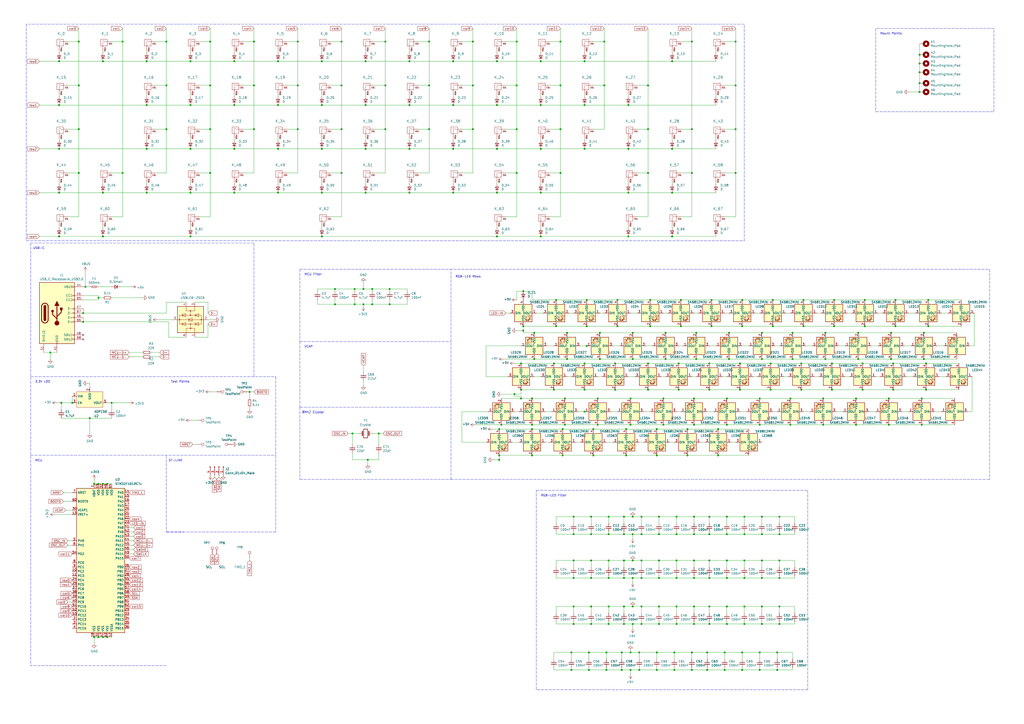
<source format=kicad_sch>
(kicad_sch (version 20211123) (generator eeschema)
  (paper "A2")
  (junction (at 57.15 369.57))
  (junction (at 389.89 137.16))
  (junction (at 303.53 168.91))
  (junction (at 381 264.16))
  (junction (at 302.26 226.06))
  (junction (at 464.82 210.82))
  (junction (at 365.76 231.14))
  (junction (at 289.56 264.16))
  (junction (at 346.71 231.14))
  (junction (at 308.61 231.14))
  (junction (at 393.7 226.06))
  (junction (at 367.03 325.12))
  (junction (at 441.96 361.95))
  (junction (at 325.12 100.33))
  (junction (at 322.58 189.23))
  (junction (at 370.84 388.62))
  (junction (at 538.48 173.99))
  (junction (at 361.95 361.95))
  (junction (at 96.52 24.13))
  (junction (at 356.87 226.06))
  (junction (at 401.32 74.93))
  (junction (at 421.64 309.88))
  (junction (at 309.88 208.28))
  (junction (at 322.58 173.99))
  (junction (at 477.52 246.38))
  (junction (at 45.72 49.53))
  (junction (at 59.69 137.16))
  (junction (at 402.59 325.12))
  (junction (at 519.43 173.99))
  (junction (at 172.72 74.93))
  (junction (at 332.74 335.28))
  (junction (at 452.12 309.88))
  (junction (at 332.74 299.72))
  (junction (at 353.06 361.95))
  (junction (at 328.93 208.28))
  (junction (at 440.69 231.14))
  (junction (at 313.69 35.56))
  (junction (at 205.74 167.64))
  (junction (at 342.9 299.72))
  (junction (at 392.43 361.95))
  (junction (at 288.29 86.36))
  (junction (at 62.23 369.57))
  (junction (at 186.69 35.56))
  (junction (at 121.92 49.53))
  (junction (at 226.06 176.53))
  (junction (at 194.31 176.53))
  (junction (at 431.8 299.72))
  (junction (at 219.71 251.46))
  (junction (at 210.82 176.53))
  (junction (at 110.49 137.16))
  (junction (at 411.48 361.95))
  (junction (at 147.32 49.53))
  (junction (at 421.64 299.72))
  (junction (at 215.9 176.53))
  (junction (at 262.89 111.76))
  (junction (at 49.53 166.37))
  (junction (at 441.96 351.79))
  (junction (at 421.64 361.95))
  (junction (at 372.11 299.72))
  (junction (at 440.69 378.46))
  (junction (at 431.8 361.95))
  (junction (at 501.65 173.99))
  (junction (at 430.53 378.46))
  (junction (at 205.74 176.53))
  (junction (at 430.53 388.62))
  (junction (at 302.26 231.14))
  (junction (at 353.06 325.12))
  (junction (at 339.09 238.76))
  (junction (at 121.92 74.93))
  (junction (at 29.21 204.47))
  (junction (at 364.49 60.96))
  (junction (at 361.95 309.88))
  (junction (at 342.9 309.88))
  (junction (at 331.47 378.46))
  (junction (at 34.29 111.76))
  (junction (at 426.72 24.13))
  (junction (at 421.64 231.14))
  (junction (at 347.98 208.28))
  (junction (at 341.63 388.62))
  (junction (at 351.79 378.46))
  (junction (at 135.89 86.36))
  (junction (at 45.72 100.33))
  (junction (at 34.29 137.16))
  (junction (at 339.09 60.96))
  (junction (at 48.26 186.69))
  (junction (at 533.4 36.83))
  (junction (at 516.89 208.28))
  (junction (at 361.95 335.28))
  (junction (at 96.52 74.93))
  (junction (at 500.38 210.82))
  (junction (at 350.52 49.53))
  (junction (at 332.74 309.88))
  (junction (at 515.62 231.14))
  (junction (at 248.92 74.93))
  (junction (at 389.89 35.56))
  (junction (at 375.92 74.93))
  (junction (at 365.76 246.38))
  (junction (at 372.11 325.12))
  (junction (at 59.69 111.76))
  (junction (at 361.95 351.79))
  (junction (at 402.59 231.14))
  (junction (at 534.67 231.14))
  (junction (at 533.4 31.75))
  (junction (at 412.75 173.99))
  (junction (at 198.12 74.93))
  (junction (at 429.26 210.82))
  (junction (at 52.07 242.57))
  (junction (at 398.78 248.92))
  (junction (at 237.49 35.56))
  (junction (at 382.27 325.12))
  (junction (at 482.6 210.82))
  (junction (at 325.12 74.93))
  (junction (at 478.79 193.04))
  (junction (at 298.45 228.6))
  (junction (at 57.15 280.67))
  (junction (at 402.59 361.95))
  (junction (at 361.95 299.72))
  (junction (at 290.83 246.38))
  (junction (at 421.64 246.38))
  (junction (at 360.68 378.46))
  (junction (at 537.21 210.82))
  (junction (at 535.94 208.28))
  (junction (at 441.96 299.72))
  (junction (at 57.15 172.72))
  (junction (at 64.77 233.68))
  (junction (at 365.76 378.46))
  (junction (at 375.92 100.33))
  (junction (at 402.59 309.88))
  (junction (at 431.8 325.12))
  (junction (at 341.63 378.46))
  (junction (at 363.22 248.92))
  (junction (at 356.87 210.82))
  (junction (at 426.72 100.33))
  (junction (at 62.23 280.67))
  (junction (at 288.29 111.76))
  (junction (at 321.31 226.06))
  (junction (at 135.89 60.96))
  (junction (at 332.74 351.79))
  (junction (at 421.64 351.79))
  (junction (at 262.89 86.36))
  (junction (at 381 248.92))
  (junction (at 386.08 193.04))
  (junction (at 375.92 226.06))
  (junction (at 110.49 86.36))
  (junction (at 401.32 388.62))
  (junction (at 161.29 35.56))
  (junction (at 288.29 60.96))
  (junction (at 382.27 335.28))
  (junction (at 327.66 246.38))
  (junction (at 308.61 246.38))
  (junction (at 389.89 86.36))
  (junction (at 121.92 100.33))
  (junction (at 321.31 210.82))
  (junction (at 367.03 335.28))
  (junction (at 375.92 210.82))
  (junction (at 411.48 351.79))
  (junction (at 358.14 173.99))
  (junction (at 325.12 24.13))
  (junction (at 198.12 24.13))
  (junction (at 483.87 189.23))
  (junction (at 313.69 60.96))
  (junction (at 384.81 246.38))
  (junction (at 538.48 189.23))
  (junction (at 464.82 226.06))
  (junction (at 402.59 246.38))
  (junction (at 71.12 100.33))
  (junction (at 367.03 361.95))
  (junction (at 518.16 210.82))
  (junction (at 389.89 111.76))
  (junction (at 420.37 378.46))
  (junction (at 391.16 378.46))
  (junction (at 372.11 351.79))
  (junction (at 35.56 233.68))
  (junction (at 500.38 226.06))
  (junction (at 262.89 35.56))
  (junction (at 71.12 24.13))
  (junction (at 223.52 74.93))
  (junction (at 223.52 24.13))
  (junction (at 237.49 86.36))
  (junction (at 416.56 248.92))
  (junction (at 331.47 388.62))
  (junction (at 344.17 264.16))
  (junction (at 382.27 299.72))
  (junction (at 135.89 35.56))
  (junction (at 110.49 111.76))
  (junction (at 496.57 246.38))
  (junction (at 361.95 325.12))
  (junction (at 210.82 167.64))
  (junction (at 288.29 35.56))
  (junction (at 402.59 299.72))
  (junction (at 466.09 189.23))
  (junction (at 365.76 388.62))
  (junction (at 441.96 309.88))
  (junction (at 45.72 74.93))
  (junction (at 186.69 86.36))
  (junction (at 204.47 251.46))
  (junction (at 477.52 231.14))
  (junction (at 431.8 335.28))
  (junction (at 161.29 111.76))
  (junction (at 367.03 299.72))
  (junction (at 497.84 208.28))
  (junction (at 342.9 325.12))
  (junction (at 450.85 378.46))
  (junction (at 452.12 351.79))
  (junction (at 370.84 378.46))
  (junction (at 339.09 86.36))
  (junction (at 340.36 189.23))
  (junction (at 458.47 246.38))
  (junction (at 412.75 189.23))
  (junction (at 34.29 60.96))
  (junction (at 326.39 248.92))
  (junction (at 535.94 193.04))
  (junction (at 327.66 231.14))
  (junction (at 411.48 299.72))
  (junction (at 401.32 100.33))
  (junction (at 226.06 167.64))
  (junction (at 367.03 193.04))
  (junction (at 353.06 335.28))
  (junction (at 186.69 60.96))
  (junction (at 363.22 264.16))
  (junction (at 172.72 24.13))
  (junction (at 426.72 49.53))
  (junction (at 483.87 173.99))
  (junction (at 392.43 335.28))
  (junction (at 447.04 226.06))
  (junction (at 458.47 231.14))
  (junction (at 452.12 361.95))
  (junction (at 313.69 86.36))
  (junction (at 459.74 193.04))
  (junction (at 411.48 226.06))
  (junction (at 394.97 189.23))
  (junction (at 392.43 299.72))
  (junction (at 41.91 233.68))
  (junction (at 289.56 248.92))
  (junction (at 392.43 309.88))
  (junction (at 198.12 49.53))
  (junction (at 381 378.46))
  (junction (at 303.53 189.23))
  (junction (at 367.03 208.28))
  (junction (at 452.12 299.72))
  (junction (at 421.64 335.28))
  (junction (at 299.72 100.33))
  (junction (at 85.09 60.96))
  (junction (at 172.72 49.53))
  (junction (at 161.29 86.36))
  (junction (at 377.19 173.99))
  (junction (at 54.61 280.67))
  (junction (at 367.03 309.88))
  (junction (at 501.65 189.23))
  (junction (at 274.32 74.93))
  (junction (at 308.61 248.92))
  (junction (at 288.29 137.16))
  (junction (at 466.09 173.99))
  (junction (at 308.61 264.16))
  (junction (at 299.72 24.13))
  (junction (at 59.69 280.67))
  (junction (at 448.31 173.99))
  (junction (at 303.53 191.77))
  (junction (at 274.32 49.53))
  (junction (at 402.59 335.28))
  (junction (at 212.09 86.36))
  (junction (at 339.09 35.56))
  (junction (at 384.81 231.14))
  (junction (at 440.69 388.62))
  (junction (at 431.8 351.79))
  (junction (at 347.98 193.04))
  (junction (at 534.67 246.38))
  (junction (at 262.89 60.96))
  (junction (at 411.48 210.82))
  (junction (at 299.72 74.93))
  (junction (at 382.27 351.79))
  (junction (at 375.92 49.53))
  (junction (at 212.09 60.96))
  (junction (at 313.69 137.16))
  (junction (at 342.9 361.95))
  (junction (at 430.53 189.23))
  (junction (at 147.32 74.93))
  (junction (at 332.74 361.95))
  (junction (at 420.37 388.62))
  (junction (at 34.29 86.36))
  (junction (at 447.04 210.82))
  (junction (at 519.43 189.23))
  (junction (at 332.74 325.12))
  (junction (at 426.72 74.93))
  (junction (at 48.26 181.61))
  (junction (at 186.69 111.76))
  (junction (at 372.11 309.88))
  (junction (at 367.03 351.79))
  (junction (at 401.32 378.46))
  (junction (at 346.71 246.38))
  (junction (at 299.72 49.53))
  (junction (at 353.06 351.79))
  (junction (at 364.49 111.76))
  (junction (at 416.56 264.16))
  (junction (at 85.09 35.56))
  (junction (at 353.06 299.72))
  (junction (at 429.26 226.06))
  (junction (at 186.69 137.16))
  (junction (at 452.12 325.12))
  (junction (at 372.11 335.28))
  (junction (at 194.31 167.64))
  (junction (at 110.49 35.56))
  (junction (at 198.12 100.33))
  (junction (at 213.36 266.7))
  (junction (at 403.86 208.28))
  (junction (at 533.4 48.26))
  (junction (at 441.96 193.04))
  (junction (at 328.93 193.04))
  (junction (at 364.49 86.36))
  (junction (at 410.21 388.62))
  (junction (at 85.09 86.36))
  (junction (at 516.89 193.04))
  (junction (at 450.85 388.62))
  (junction (at 339.09 210.82))
  (junction (at 147.32 24.13))
  (junction (at 482.6 226.06))
  (junction (at 537.21 226.06))
  (junction (at 533.4 41.91))
  (junction (at 386.08 208.28))
  (junction (at 440.69 246.38))
  (junction (at 441.96 335.28))
  (junction (at 411.48 309.88))
  (junction (at 313.69 111.76))
  (junction (at 212.09 35.56))
  (junction (at 452.12 335.28))
  (junction (at 54.61 369.57))
  (junction (at 85.09 111.76))
  (junction (at 326.39 264.16))
  (junction (at 353.06 309.88))
  (junction (at 398.78 264.16))
  (junction (at 59.69 35.56))
  (junction (at 344.17 248.92))
  (junction (at 410.21 378.46))
  (junction (at 289.56 266.7))
  (junction (at 302.26 210.82))
  (junction (at 401.32 24.13))
  (junction (at 441.96 208.28))
  (junction (at 377.19 189.23))
  (junction (at 391.16 388.62))
  (junction (at 402.59 351.79))
  (junction (at 237.49 60.96))
  (junction (at 215.9 167.64))
  (junction (at 448.31 189.23))
  (junction (at 411.48 325.12))
  (junction (at 309.88 193.04))
  (junction (at 342.9 335.28))
  (junction (at 34.29 35.56))
  (junction (at 403.86 193.04))
  (junction (at 212.09 111.76))
  (junction (at 96.52 49.53))
  (junction (at 392.43 351.79))
  (junction (at 237.49 111.76))
  (junction (at 110.49 60.96))
  (junction (at 518.16 226.06))
  (junction (at 45.72 24.13))
  (junction (at 394.97 173.99))
  (junction (at 411.48 335.28))
  (junction (at 421.64 325.12))
  (junction (at 340.36 200.66))
  (junction (at 372.11 361.95))
  (junction (at 515.62 246.38))
  (junction (at 135.89 111.76))
  (junction (at 340.36 173.99))
  (junction (at 441.96 325.12))
  (junction (at 342.9 351.79))
  (junction (at 430.53 173.99))
  (junction (at 533.4 53.34))
  (junction (at 381 388.62))
  (junction (at 339.09 226.06))
  (junction (at 325.12 49.53))
  (junction (at 497.84 193.04))
  (junction (at 360.68 388.62))
  (junction (at 350.52 24.13))
  (junction (at 358.14 189.23))
  (junction (at 121.92 24.13))
  (junction (at 431.8 309.88))
  (junction (at 161.29 60.96))
  (junction (at 59.69 369.57))
  (junction (at 392.43 325.12))
  (junction (at 144.78 227.33))
  (junction (at 382.27 309.88))
  (junction (at 364.49 137.16))
  (junction (at 496.57 231.14))
  (junction (at 223.52 49.53))
  (junction (at 422.91 193.04))
  (junction (at 393.7 210.82))
  (junction (at 248.92 24.13))
  (junction (at 422.91 208.28))
  (junction (at 274.32 24.13))
  (junction (at 351.79 388.62))
  (junction (at 459.74 208.28))
  (junction (at 248.92 49.53))
  (junction (at 382.27 361.95))
  (junction (at 478.79 208.28))
  (no_connect (at 48.26 196.85))
  (no_connect (at 48.26 194.31))
  (wire (pts (xy 419.1 218.44) (xy 421.64 218.44)))
  (wire (pts (xy 410.21 378.46) (xy 420.37 378.46)))
  (wire (pts (xy 339.09 80.01) (xy 339.09 81.28)))
  (wire (pts (xy 342.9 334.01) (xy 342.9 335.28)))
  (wire (pts (xy 415.29 54.61) (xy 415.29 55.88)))
  (wire (pts (xy 316.23 256.54) (xy 318.77 256.54)))
  (wire (pts (xy 205.74 168.91) (xy 205.74 167.64)))
  (wire (pts (xy 204.47 262.89) (xy 204.47 266.7)))
  (wire (pts (xy 392.43 325.12) (xy 392.43 328.93)))
  (wire (pts (xy 332.74 351.79) (xy 322.58 351.79)))
  (wire (pts (xy 325.12 125.73) (xy 325.12 100.33)))
  (wire (pts (xy 391.16 387.35) (xy 391.16 388.62)))
  (wire (pts (xy 441.96 299.72) (xy 441.96 303.53)))
  (wire (pts (xy 530.86 181.61) (xy 527.05 181.61)))
  (wire (pts (xy 403.86 193.04) (xy 386.08 193.04)))
  (wire (pts (xy 351.79 388.62) (xy 360.68 388.62)))
  (wire (pts (xy 381 378.46) (xy 381 382.27)))
  (wire (pts (xy 516.89 193.04) (xy 497.84 193.04)))
  (wire (pts (xy 342.9 299.72) (xy 332.74 299.72)))
  (wire (pts (xy 331.47 388.62) (xy 341.63 388.62)))
  (wire (pts (xy 110.49 111.76) (xy 135.89 111.76)))
  (wire (pts (xy 262.89 54.61) (xy 262.89 55.88)))
  (wire (pts (xy 166.37 74.93) (xy 172.72 74.93)))
  (wire (pts (xy 402.59 308.61) (xy 402.59 309.88)))
  (wire (pts (xy 321.31 387.35) (xy 321.31 388.62)))
  (wire (pts (xy 90.17 49.53) (xy 96.52 49.53)))
  (wire (pts (xy 332.74 299.72) (xy 322.58 299.72)))
  (wire (pts (xy 322.58 308.61) (xy 322.58 309.88)))
  (wire (pts (xy 318.77 125.73) (xy 325.12 125.73)))
  (wire (pts (xy 110.49 35.56) (xy 135.89 35.56)))
  (wire (pts (xy 204.47 266.7) (xy 213.36 266.7)))
  (wire (pts (xy 367.03 325.12) (xy 361.95 325.12)))
  (wire (pts (xy 298.45 238.76) (xy 300.99 238.76)))
  (wire (pts (xy 59.69 280.67) (xy 62.23 280.67)))
  (wire (pts (xy 198.12 100.33) (xy 198.12 74.93)))
  (wire (pts (xy 342.9 309.88) (xy 353.06 309.88)))
  (wire (pts (xy 205.74 173.99) (xy 205.74 176.53)))
  (polyline (pts (xy 468.63 400.05) (xy 311.15 400.05)))
  (wire (pts (xy 415.29 105.41) (xy 415.29 106.68)))
  (polyline (pts (xy 173.99 198.12) (xy 173.99 236.22)))
  (wire (pts (xy 346.71 231.14) (xy 365.76 231.14)))
  (wire (pts (xy 403.86 208.28) (xy 422.91 208.28)))
  (wire (pts (xy 36.83 290.83) (xy 41.91 290.83)))
  (wire (pts (xy 394.97 100.33) (xy 401.32 100.33)))
  (wire (pts (xy 420.37 125.73) (xy 426.72 125.73)))
  (wire (pts (xy 147.32 100.33) (xy 147.32 74.93)))
  (wire (pts (xy 96.52 175.26) (xy 107.95 175.26)))
  (wire (pts (xy 364.49 111.76) (xy 389.89 111.76)))
  (wire (pts (xy 391.16 378.46) (xy 401.32 378.46)))
  (wire (pts (xy 267.97 100.33) (xy 274.32 100.33)))
  (wire (pts (xy 96.52 16.51) (xy 96.52 24.13)))
  (wire (pts (xy 452.12 325.12) (xy 461.01 325.12)))
  (polyline (pts (xy 173.99 156.21) (xy 173.99 198.12)))
  (wire (pts (xy 85.09 29.21) (xy 85.09 30.48)))
  (wire (pts (xy 431.8 335.28) (xy 421.64 335.28)))
  (wire (pts (xy 34.29 111.76) (xy 59.69 111.76)))
  (wire (pts (xy 64.77 237.49) (xy 64.77 233.68)))
  (wire (pts (xy 370.84 387.35) (xy 370.84 388.62)))
  (wire (pts (xy 186.69 54.61) (xy 186.69 55.88)))
  (wire (pts (xy 64.77 233.68) (xy 74.93 233.68)))
  (wire (pts (xy 308.61 168.91) (xy 303.53 168.91)))
  (wire (pts (xy 274.32 74.93) (xy 274.32 49.53)))
  (wire (pts (xy 411.48 200.66) (xy 415.29 200.66)))
  (wire (pts (xy 85.09 111.76) (xy 110.49 111.76)))
  (wire (pts (xy 59.69 35.56) (xy 85.09 35.56)))
  (wire (pts (xy 59.69 137.16) (xy 110.49 137.16)))
  (wire (pts (xy 293.37 74.93) (xy 299.72 74.93)))
  (wire (pts (xy 392.43 299.72) (xy 392.43 303.53)))
  (wire (pts (xy 490.22 218.44) (xy 492.76 218.44)))
  (wire (pts (xy 353.06 360.68) (xy 353.06 361.95)))
  (wire (pts (xy 191.77 24.13) (xy 198.12 24.13)))
  (wire (pts (xy 430.53 378.46) (xy 430.53 382.27)))
  (wire (pts (xy 121.92 24.13) (xy 121.92 49.53)))
  (wire (pts (xy 322.58 189.23) (xy 340.36 189.23)))
  (wire (pts (xy 411.48 335.28) (xy 421.64 335.28)))
  (wire (pts (xy 115.57 100.33) (xy 121.92 100.33)))
  (wire (pts (xy 223.52 16.51) (xy 223.52 24.13)))
  (wire (pts (xy 191.77 49.53) (xy 198.12 49.53)))
  (wire (pts (xy 485.14 238.76) (xy 488.95 238.76)))
  (wire (pts (xy 421.64 299.72) (xy 421.64 303.53)))
  (wire (pts (xy 184.15 173.99) (xy 184.15 176.53)))
  (wire (pts (xy 115.57 49.53) (xy 121.92 49.53)))
  (wire (pts (xy 391.16 378.46) (xy 391.16 382.27)))
  (wire (pts (xy 236.22 176.53) (xy 236.22 173.99)))
  (wire (pts (xy 57.15 280.67) (xy 59.69 280.67)))
  (wire (pts (xy 262.89 86.36) (xy 288.29 86.36)))
  (wire (pts (xy 39.37 24.13) (xy 45.72 24.13)))
  (wire (pts (xy 422.91 208.28) (xy 441.96 208.28)))
  (wire (pts (xy 33.02 233.68) (xy 35.56 233.68)))
  (wire (pts (xy 351.79 378.46) (xy 351.79 382.27)))
  (wire (pts (xy 392.43 325.12) (xy 402.59 325.12)))
  (wire (pts (xy 135.89 29.21) (xy 135.89 30.48)))
  (wire (pts (xy 325.12 74.93) (xy 325.12 49.53)))
  (wire (pts (xy 226.06 167.64) (xy 236.22 167.64)))
  (wire (pts (xy 186.69 130.81) (xy 186.69 132.08)))
  (wire (pts (xy 441.96 325.12) (xy 441.96 328.93)))
  (wire (pts (xy 147.32 227.33) (xy 144.78 227.33)))
  (wire (pts (xy 365.76 181.61) (xy 369.57 181.61)))
  (wire (pts (xy 293.37 125.73) (xy 299.72 125.73)))
  (wire (pts (xy 516.89 208.28) (xy 535.94 208.28)))
  (wire (pts (xy 342.9 335.28) (xy 353.06 335.28)))
  (wire (pts (xy 97.79 186.69) (xy 48.26 186.69)))
  (wire (pts (xy 172.72 24.13) (xy 172.72 49.53)))
  (wire (pts (xy 242.57 49.53) (xy 248.92 49.53)))
  (wire (pts (xy 326.39 248.92) (xy 308.61 248.92)))
  (wire (pts (xy 288.29 29.21) (xy 288.29 30.48)))
  (wire (pts (xy 342.9 351.79) (xy 342.9 355.6)))
  (wire (pts (xy 293.37 100.33) (xy 299.72 100.33)))
  (wire (pts (xy 184.15 176.53) (xy 194.31 176.53)))
  (wire (pts (xy 36.83 285.75) (xy 41.91 285.75)))
  (wire (pts (xy 431.8 351.79) (xy 441.96 351.79)))
  (wire (pts (xy 384.81 181.61) (xy 387.35 181.61)))
  (wire (pts (xy 59.69 111.76) (xy 85.09 111.76)))
  (wire (pts (xy 299.72 74.93) (xy 299.72 49.53)))
  (wire (pts (xy 411.48 334.01) (xy 411.48 335.28)))
  (wire (pts (xy 212.09 105.41) (xy 212.09 106.68)))
  (wire (pts (xy 398.78 264.16) (xy 381 264.16)))
  (wire (pts (xy 274.32 100.33) (xy 274.32 74.93)))
  (wire (pts (xy 504.19 238.76) (xy 508 238.76)))
  (polyline (pts (xy 431.8 13.97) (xy 15.24 13.97)))
  (wire (pts (xy 391.16 388.62) (xy 381 388.62)))
  (wire (pts (xy 491.49 181.61) (xy 494.03 181.61)))
  (wire (pts (xy 353.06 351.79) (xy 342.9 351.79)))
  (wire (pts (xy 441.96 351.79) (xy 441.96 355.6)))
  (wire (pts (xy 281.94 200.66) (xy 281.94 218.44)))
  (wire (pts (xy 549.91 181.61) (xy 546.1 181.61)))
  (wire (pts (xy 361.95 299.72) (xy 353.06 299.72)))
  (wire (pts (xy 467.36 200.66) (xy 471.17 200.66)))
  (wire (pts (xy 97.79 195.58) (xy 97.79 186.69)))
  (wire (pts (xy 360.68 388.62) (xy 365.76 388.62)))
  (wire (pts (xy 372.11 299.72) (xy 372.11 303.53)))
  (wire (pts (xy 440.69 388.62) (xy 430.53 388.62)))
  (wire (pts (xy 411.48 325.12) (xy 411.48 328.93)))
  (wire (pts (xy 402.59 231.14) (xy 384.81 231.14)))
  (wire (pts (xy 420.37 74.93) (xy 426.72 74.93)))
  (wire (pts (xy 431.8 325.12) (xy 441.96 325.12)))
  (wire (pts (xy 500.38 226.06) (xy 482.6 226.06)))
  (wire (pts (xy 288.29 105.41) (xy 288.29 106.68)))
  (wire (pts (xy 127 275.59) (xy 127 276.86)))
  (wire (pts (xy 87.63 204.47) (xy 92.71 204.47)))
  (wire (pts (xy 358.14 173.99) (xy 377.19 173.99)))
  (wire (pts (xy 365.76 246.38) (xy 384.81 246.38)))
  (wire (pts (xy 161.29 80.01) (xy 161.29 81.28)))
  (wire (pts (xy 341.63 378.46) (xy 331.47 378.46)))
  (wire (pts (xy 430.53 388.62) (xy 420.37 388.62)))
  (wire (pts (xy 52.07 242.57) (xy 52.07 251.46)))
  (wire (pts (xy 332.74 309.88) (xy 342.9 309.88)))
  (wire (pts (xy 74.93 316.23) (xy 77.47 316.23)))
  (wire (pts (xy 74.93 204.47) (xy 82.55 204.47)))
  (wire (pts (xy 22.86 86.36) (xy 34.29 86.36)))
  (wire (pts (xy 64.77 24.13) (xy 71.12 24.13)))
  (polyline (pts (xy 261.62 278.13) (xy 261.62 156.21)))
  (wire (pts (xy 412.75 173.99) (xy 430.53 173.99)))
  (wire (pts (xy 120.65 185.42) (xy 124.46 185.42)))
  (wire (pts (xy 401.32 100.33) (xy 401.32 74.93)))
  (wire (pts (xy 563.88 218.44) (xy 563.88 238.76)))
  (wire (pts (xy 361.95 351.79) (xy 361.95 355.6)))
  (wire (pts (xy 431.8 308.61) (xy 431.8 309.88)))
  (wire (pts (xy 548.64 218.44) (xy 544.83 218.44)))
  (wire (pts (xy 365.76 378.46) (xy 370.84 378.46)))
  (wire (pts (xy 382.27 351.79) (xy 382.27 355.6)))
  (wire (pts (xy 415.29 80.01) (xy 415.29 81.28)))
  (wire (pts (xy 450.85 378.46) (xy 459.74 378.46)))
  (wire (pts (xy 389.89 29.21) (xy 389.89 30.48)))
  (wire (pts (xy 135.89 111.76) (xy 161.29 111.76)))
  (wire (pts (xy 22.86 111.76) (xy 34.29 111.76)))
  (wire (pts (xy 374.65 200.66) (xy 378.46 200.66)))
  (wire (pts (xy 394.97 24.13) (xy 401.32 24.13)))
  (wire (pts (xy 361.95 325.12) (xy 361.95 328.93)))
  (wire (pts (xy 219.71 251.46) (xy 219.71 257.81)))
  (wire (pts (xy 215.9 176.53) (xy 226.06 176.53)))
  (polyline (pts (xy 173.99 198.12) (xy 261.62 198.12)))
  (wire (pts (xy 367.03 335.28) (xy 367.03 337.82)))
  (wire (pts (xy 389.89 80.01) (xy 389.89 81.28)))
  (wire (pts (xy 372.11 299.72) (xy 382.27 299.72)))
  (wire (pts (xy 412.75 189.23) (xy 394.97 189.23)))
  (wire (pts (xy 226.06 176.53) (xy 236.22 176.53)))
  (wire (pts (xy 332.74 325.12) (xy 322.58 325.12)))
  (wire (pts (xy 497.84 193.04) (xy 478.79 193.04)))
  (wire (pts (xy 288.29 86.36) (xy 313.69 86.36)))
  (wire (pts (xy 332.74 325.12) (xy 332.74 328.93)))
  (wire (pts (xy 191.77 100.33) (xy 198.12 100.33)))
  (wire (pts (xy 59.69 105.41) (xy 59.69 106.68)))
  (wire (pts (xy 533.4 41.91) (xy 533.4 48.26)))
  (wire (pts (xy 370.84 378.46) (xy 381 378.46)))
  (wire (pts (xy 322.58 334.01) (xy 322.58 335.28)))
  (wire (pts (xy 237.49 111.76) (xy 262.89 111.76)))
  (wire (pts (xy 213.36 266.7) (xy 219.71 266.7)))
  (wire (pts (xy 483.87 173.99) (xy 501.65 173.99)))
  (wire (pts (xy 49.53 166.37) (xy 52.07 166.37)))
  (wire (pts (xy 34.29 105.41) (xy 34.29 106.68)))
  (wire (pts (xy 161.29 35.56) (xy 186.69 35.56)))
  (wire (pts (xy 369.57 100.33) (xy 375.92 100.33)))
  (wire (pts (xy 534.67 246.38) (xy 553.72 246.38)))
  (wire (pts (xy 426.72 16.51) (xy 426.72 24.13)))
  (wire (pts (xy 210.82 163.83) (xy 210.82 167.64)))
  (wire (pts (xy 430.53 200.66) (xy 434.34 200.66)))
  (wire (pts (xy 107.95 195.58) (xy 97.79 195.58)))
  (wire (pts (xy 34.29 29.21) (xy 34.29 30.48)))
  (polyline (pts (xy 96.52 386.08) (xy 17.78 386.08)))
  (wire (pts (xy 121.92 100.33) (xy 121.92 74.93)))
  (wire (pts (xy 422.91 193.04) (xy 403.86 193.04)))
  (wire (pts (xy 22.86 35.56) (xy 34.29 35.56)))
  (wire (pts (xy 48.26 181.61) (xy 48.26 179.07)))
  (wire (pts (xy 383.54 218.44) (xy 386.08 218.44)))
  (wire (pts (xy 236.22 167.64) (xy 236.22 168.91)))
  (wire (pts (xy 62.23 233.68) (xy 64.77 233.68)))
  (wire (pts (xy 54.61 369.57) (xy 54.61 373.38)))
  (wire (pts (xy 361.95 361.95) (xy 367.03 361.95)))
  (wire (pts (xy 452.12 303.53) (xy 452.12 299.72)))
  (wire (pts (xy 328.93 193.04) (xy 309.88 193.04)))
  (wire (pts (xy 161.29 86.36) (xy 186.69 86.36)))
  (wire (pts (xy 309.88 218.44) (xy 313.69 218.44)))
  (wire (pts (xy 217.17 24.13) (xy 223.52 24.13)))
  (wire (pts (xy 565.15 181.61) (xy 565.15 200.66)))
  (wire (pts (xy 367.03 325.12) (xy 372.11 325.12)))
  (wire (pts (xy 365.76 388.62) (xy 365.76 391.16)))
  (wire (pts (xy 308.61 264.16) (xy 289.56 264.16)))
  (wire (pts (xy 215.9 173.99) (xy 215.9 176.53)))
  (wire (pts (xy 401.32 16.51) (xy 401.32 24.13)))
  (wire (pts (xy 461.01 299.72) (xy 461.01 303.53)))
  (wire (pts (xy 38.1 295.91) (xy 41.91 295.91)))
  (wire (pts (xy 402.59 309.88) (xy 392.43 309.88)))
  (wire (pts (xy 411.48 361.95) (xy 421.64 361.95)))
  (polyline (pts (xy 173.99 156.21) (xy 574.04 156.21)))
  (wire (pts (xy 410.21 387.35) (xy 410.21 388.62)))
  (wire (pts (xy 25.4 204.47) (xy 29.21 204.47)))
  (wire (pts (xy 342.9 308.61) (xy 342.9 309.88)))
  (wire (pts (xy 321.31 226.06) (xy 339.09 226.06)))
  (wire (pts (xy 321.31 378.46) (xy 321.31 382.27)))
  (wire (pts (xy 340.36 173.99) (xy 358.14 173.99)))
  (wire (pts (xy 344.17 24.13) (xy 350.52 24.13)))
  (wire (pts (xy 332.74 334.01) (xy 332.74 335.28)))
  (wire (pts (xy 426.72 74.93) (xy 426.72 49.53)))
  (wire (pts (xy 332.74 299.72) (xy 332.74 303.53)))
  (wire (pts (xy 375.92 226.06) (xy 356.87 226.06)))
  (wire (pts (xy 39.37 313.69) (xy 41.91 313.69)))
  (wire (pts (xy 389.89 105.41) (xy 389.89 106.68)))
  (wire (pts (xy 309.88 208.28) (xy 328.93 208.28)))
  (wire (pts (xy 518.16 226.06) (xy 500.38 226.06)))
  (wire (pts (xy 288.29 137.16) (xy 313.69 137.16)))
  (wire (pts (xy 172.72 16.51) (xy 172.72 24.13)))
  (wire (pts (xy 308.61 264.16) (xy 326.39 264.16)))
  (wire (pts (xy 212.09 29.21) (xy 212.09 30.48)))
  (wire (pts (xy 411.48 210.82) (xy 429.26 210.82)))
  (wire (pts (xy 402.59 335.28) (xy 392.43 335.28)))
  (wire (pts (xy 267.97 256.54) (xy 281.94 256.54)))
  (wire (pts (xy 482.6 210.82) (xy 500.38 210.82)))
  (wire (pts (xy 342.9 325.12) (xy 332.74 325.12)))
  (wire (pts (xy 48.26 166.37) (xy 49.53 166.37)))
  (wire (pts (xy 281.94 218.44) (xy 294.64 218.44)))
  (wire (pts (xy 421.64 299.72) (xy 431.8 299.72)))
  (wire (pts (xy 452.12 355.6) (xy 452.12 351.79)))
  (wire (pts (xy 292.1 208.28) (xy 309.88 208.28)))
  (wire (pts (xy 434.34 264.16) (xy 416.56 264.16)))
  (wire (pts (xy 441.96 308.61) (xy 441.96 309.88)))
  (wire (pts (xy 441.96 360.68) (xy 441.96 361.95)))
  (wire (pts (xy 533.4 36.83) (xy 533.4 31.75)))
  (wire (pts (xy 461.01 334.01) (xy 461.01 335.28)))
  (wire (pts (xy 186.69 105.41) (xy 186.69 106.68)))
  (wire (pts (xy 114.3 243.84) (xy 110.49 243.84)))
  (wire (pts (xy 402.59 361.95) (xy 392.43 361.95)))
  (wire (pts (xy 401.32 24.13) (xy 401.32 74.93)))
  (wire (pts (xy 74.93 318.77) (xy 77.47 318.77)))
  (wire (pts (xy 87.63 207.01) (xy 92.71 207.01)))
  (wire (pts (xy 533.4 41.91) (xy 533.4 36.83)))
  (wire (pts (xy 353.06 325.12) (xy 342.9 325.12)))
  (wire (pts (xy 340.36 238.76) (xy 339.09 238.76)))
  (wire (pts (xy 140.97 100.33) (xy 147.32 100.33)))
  (wire (pts (xy 441.96 193.04) (xy 422.91 193.04)))
  (wire (pts (xy 186.69 80.01) (xy 186.69 81.28)))
  (wire (pts (xy 441.96 334.01) (xy 441.96 335.28)))
  (wire (pts (xy 389.89 111.76) (xy 415.29 111.76)))
  (wire (pts (xy 411.48 325.12) (xy 421.64 325.12)))
  (wire (pts (xy 39.37 49.53) (xy 45.72 49.53)))
  (wire (pts (xy 556.26 210.82) (xy 537.21 210.82)))
  (wire (pts (xy 392.43 238.76) (xy 394.97 238.76)))
  (wire (pts (xy 45.72 16.51) (xy 45.72 24.13)))
  (wire (pts (xy 411.48 309.88) (xy 402.59 309.88)))
  (wire (pts (xy 518.16 226.06) (xy 537.21 226.06)))
  (wire (pts (xy 54.61 280.67) (xy 57.15 280.67)))
  (wire (pts (xy 441.96 193.04) (xy 459.74 193.04)))
  (wire (pts (xy 34.29 60.96) (xy 85.09 60.96)))
  (wire (pts (xy 210.82 220.98) (xy 210.82 223.52)))
  (wire (pts (xy 440.69 387.35) (xy 440.69 388.62)))
  (wire (pts (xy 464.82 210.82) (xy 482.6 210.82)))
  (wire (pts (xy 74.93 311.15) (xy 77.47 311.15)))
  (wire (pts (xy 237.49 54.61) (xy 237.49 55.88)))
  (wire (pts (xy 147.32 24.13) (xy 147.32 49.53)))
  (wire (pts (xy 501.65 189.23) (xy 483.87 189.23)))
  (wire (pts (xy 542.29 238.76) (xy 546.1 238.76)))
  (wire (pts (xy 161.29 29.21) (xy 161.29 30.48)))
  (wire (pts (xy 350.52 16.51) (xy 350.52 24.13)))
  (wire (pts (xy 121.92 74.93) (xy 121.92 49.53)))
  (wire (pts (xy 440.69 378.46) (xy 450.85 378.46)))
  (wire (pts (xy 313.69 137.16) (xy 364.49 137.16)))
  (wire (pts (xy 54.61 369.57) (xy 57.15 369.57)))
  (wire (pts (xy 450.85 387.35) (xy 450.85 388.62)))
  (wire (pts (xy 339.09 60.96) (xy 364.49 60.96)))
  (wire (pts (xy 436.88 218.44) (xy 439.42 218.44)))
  (wire (pts (xy 302.26 228.6) (xy 298.45 228.6)))
  (wire (pts (xy 328.93 218.44) (xy 331.47 218.44)))
  (wire (pts (xy 322.58 173.99) (xy 308.61 173.99)))
  (wire (pts (xy 394.97 173.99) (xy 412.75 173.99)))
  (wire (pts (xy 293.37 24.13) (xy 299.72 24.13)))
  (wire (pts (xy 313.69 54.61) (xy 313.69 55.88)))
  (wire (pts (xy 110.49 86.36) (xy 135.89 86.36)))
  (wire (pts (xy 57.15 166.37) (xy 64.77 166.37)))
  (wire (pts (xy 382.27 308.61) (xy 382.27 309.88)))
  (wire (pts (xy 302.26 226.06) (xy 302.26 228.6)))
  (wire (pts (xy 440.69 231.14) (xy 458.47 231.14)))
  (wire (pts (xy 313.69 86.36) (xy 339.09 86.36)))
  (wire (pts (xy 135.89 105.41) (xy 135.89 106.68)))
  (wire (pts (xy 401.32 378.46) (xy 410.21 378.46)))
  (wire (pts (xy 57.15 173.99) (xy 57.15 172.72)))
  (wire (pts (xy 356.87 210.82) (xy 375.92 210.82)))
  (wire (pts (xy 354.33 238.76) (xy 358.14 238.76)))
  (wire (pts (xy 364.49 86.36) (xy 389.89 86.36)))
  (wire (pts (xy 421.64 308.61) (xy 421.64 309.88)))
  (wire (pts (xy 342.9 351.79) (xy 332.74 351.79)))
  (wire (pts (xy 298.45 229.87) (xy 298.45 228.6)))
  (wire (pts (xy 321.31 388.62) (xy 331.47 388.62)))
  (wire (pts (xy 353.06 299.72) (xy 353.06 303.53)))
  (wire (pts (xy 303.53 191.77) (xy 299.72 191.77)))
  (wire (pts (xy 375.92 16.51) (xy 375.92 49.53)))
  (wire (pts (xy 461.01 309.88) (xy 452.12 309.88)))
  (wire (pts (xy 302.26 229.87) (xy 298.45 229.87)))
  (wire (pts (xy 364.49 218.44) (xy 368.3 218.44)))
  (wire (pts (xy 242.57 24.13) (xy 248.92 24.13)))
  (wire (pts (xy 518.16 210.82) (xy 537.21 210.82)))
  (wire (pts (xy 299.72 125.73) (xy 299.72 100.33)))
  (wire (pts (xy 215.9 168.91) (xy 215.9 167.64)))
  (wire (pts (xy 201.93 251.46) (xy 204.47 251.46)))
  (wire (pts (xy 361.95 325.12) (xy 353.06 325.12)))
  (wire (pts (xy 534.67 231.14) (xy 553.72 231.14)))
  (wire (pts (xy 110.49 60.96) (xy 135.89 60.96)))
  (wire (pts (xy 401.32 382.27) (xy 401.32 378.46)))
  (wire (pts (xy 344.17 264.16) (xy 326.39 264.16)))
  (wire (pts (xy 464.82 210.82) (xy 447.04 210.82)))
  (wire (pts (xy 288.29 111.76) (xy 313.69 111.76)))
  (wire (pts (xy 440.69 231.14) (xy 421.64 231.14)))
  (wire (pts (xy 242.57 74.93) (xy 248.92 74.93)))
  (wire (pts (xy 440.69 378.46) (xy 440.69 382.27)))
  (wire (pts (xy 29.21 204.47) (xy 29.21 208.28)))
  (wire (pts (xy 441.96 351.79) (xy 452.12 351.79)))
  (wire (pts (xy 365.76 377.19) (xy 365.76 378.46)))
  (wire (pts (xy 370.84 378.46) (xy 370.84 382.27)))
  (wire (pts (xy 71.12 24.13) (xy 71.12 100.33)))
  (wire (pts (xy 466.09 173.99) (xy 483.87 173.99)))
  (wire (pts (xy 342.9 325.12) (xy 342.9 328.93)))
  (wire (pts (xy 172.72 100.33) (xy 172.72 74.93)))
  (wire (pts (xy 529.59 218.44) (xy 525.78 218.44)))
  (wire (pts (xy 497.84 208.28) (xy 516.89 208.28)))
  (wire (pts (xy 172.72 74.93) (xy 172.72 49.53)))
  (wire (pts (xy 299.72 100.33) (xy 299.72 74.93)))
  (wire (pts (xy 372.11 361.95) (xy 367.03 361.95)))
  (wire (pts (xy 392.43 335.28) (xy 382.27 335.28)))
  (wire (pts (xy 41.91 349.25) (xy 39.37 349.25)))
  (wire (pts (xy 48.26 171.45) (xy 57.15 171.45)))
  (wire (pts (xy 39.37 74.93) (xy 45.72 74.93)))
  (wire (pts (xy 511.81 181.61) (xy 509.27 181.61)))
  (wire (pts (xy 375.92 100.33) (xy 375.92 74.93)))
  (wire (pts (xy 298.45 210.82) (xy 302.26 210.82)))
  (wire (pts (xy 402.59 299.72) (xy 411.48 299.72)))
  (wire (pts (xy 322.58 189.23) (xy 303.53 189.23)))
  (wire (pts (xy 205.74 167.64) (xy 194.31 167.64)))
  (wire (pts (xy 210.82 167.64) (xy 205.74 167.64)))
  (polyline (pts (xy 311.15 400.05) (xy 311.15 284.48)))
  (wire (pts (xy 430.53 378.46) (xy 440.69 378.46)))
  (wire (pts (xy 372.11 309.88) (xy 367.03 309.88)))
  (wire (pts (xy 34.29 80.01) (xy 34.29 81.28)))
  (wire (pts (xy 297.18 256.54) (xy 300.99 256.54)))
  (wire (pts (xy 59.69 29.21) (xy 59.69 30.48)))
  (wire (pts (xy 478.79 193.04) (xy 459.74 193.04)))
  (wire (pts (xy 341.63 200.66) (xy 340.36 200.66)))
  (wire (pts (xy 341.63 378.46) (xy 341.63 382.27)))
  (wire (pts (xy 342.9 360.68) (xy 342.9 361.95)))
  (wire (pts (xy 448.31 238.76) (xy 450.85 238.76)))
  (wire (pts (xy 96.52 74.93) (xy 96.52 49.53)))
  (wire (pts (xy 353.06 308.61) (xy 353.06 309.88)))
  (wire (pts (xy 248.92 16.51) (xy 248.92 24.13)))
  (wire (pts (xy 411.48 361.95) (xy 402.59 361.95)))
  (wire (pts (xy 515.62 231.14) (xy 534.67 231.14)))
  (wire (pts (xy 332.74 361.95) (xy 342.9 361.95)))
  (wire (pts (xy 353.06 351.79) (xy 353.06 355.6)))
  (wire (pts (xy 213.36 266.7) (xy 213.36 269.24)))
  (wire (pts (xy 431.8 351.79) (xy 431.8 355.6)))
  (wire (pts (xy 519.43 189.23) (xy 538.48 189.23)))
  (wire (pts (xy 299.72 24.13) (xy 299.72 49.53)))
  (wire (pts (xy 325.12 24.13) (xy 325.12 49.53)))
  (wire (pts (xy 39.37 316.23) (xy 41.91 316.23)))
  (wire (pts (xy 389.89 137.16) (xy 415.29 137.16)))
  (wire (pts (xy 386.08 193.04) (xy 367.03 193.04)))
  (polyline (pts (xy 468.63 284.48) (xy 468.63 400.05)))
  (wire (pts (xy 62.23 369.57) (xy 64.77 369.57)))
  (wire (pts (xy 353.06 299.72) (xy 342.9 299.72)))
  (wire (pts (xy 212.09 86.36) (xy 237.49 86.36)))
  (wire (pts (xy 57.15 369.57) (xy 59.69 369.57)))
  (wire (pts (xy 394.97 189.23) (xy 377.19 189.23)))
  (wire (pts (xy 353.06 325.12) (xy 353.06 328.93)))
  (wire (pts (xy 85.09 105.41) (xy 85.09 106.68)))
  (wire (pts (xy 353.06 309.88) (xy 361.95 309.88)))
  (wire (pts (xy 48.26 181.61) (xy 96.52 181.61)))
  (wire (pts (xy 50.8 222.25) (xy 52.07 222.25)))
  (wire (pts (xy 186.69 137.16) (xy 288.29 137.16)))
  (wire (pts (xy 339.09 35.56) (xy 389.89 35.56)))
  (wire (pts (xy 135.89 35.56) (xy 161.29 35.56)))
  (wire (pts (xy 161.29 60.96) (xy 186.69 60.96)))
  (wire (pts (xy 367.03 351.79) (xy 372.11 351.79)))
  (wire (pts (xy 74.93 207.01) (xy 82.55 207.01)))
  (wire (pts (xy 110.49 54.61) (xy 110.49 55.88)))
  (polyline (pts (xy 508 16.51) (xy 508 64.77)))
  (wire (pts (xy 186.69 111.76) (xy 212.09 111.76)))
  (wire (pts (xy 318.77 100.33) (xy 325.12 100.33)))
  (wire (pts (xy 262.89 111.76) (xy 288.29 111.76)))
  (wire (pts (xy 144.78 236.22) (xy 144.78 237.49)))
  (wire (pts (xy 402.59 181.61) (xy 405.13 181.61)))
  (wire (pts (xy 370.84 256.54) (xy 373.38 256.54)))
  (wire (pts (xy 135.89 86.36) (xy 161.29 86.36)))
  (wire (pts (xy 430.53 387.35) (xy 430.53 388.62)))
  (wire (pts (xy 191.77 74.93) (xy 198.12 74.93)))
  (wire (pts (xy 389.89 130.81) (xy 389.89 132.08)))
  (wire (pts (xy 373.38 238.76) (xy 377.19 238.76)))
  (wire (pts (xy 290.83 231.14) (xy 302.26 231.14)))
  (wire (pts (xy 402.59 325.12) (xy 411.48 325.12)))
  (wire (pts (xy 382.27 335.28) (xy 372.11 335.28)))
  (wire (pts (xy 452.12 309.88) (xy 441.96 309.88)))
  (wire (pts (xy 381 264.16) (xy 363.22 264.16)))
  (wire (pts (xy 505.46 200.66) (xy 509.27 200.66)))
  (wire (pts (xy 332.74 351.79) (xy 332.74 355.6)))
  (polyline (pts (xy 160.02 218.44) (xy 160.02 308.61)))
  (wire (pts (xy 262.89 80.01) (xy 262.89 81.28)))
  (wire (pts (xy 375.92 74.93) (xy 375.92 49.53)))
  (wire (pts (xy 389.89 86.36) (xy 415.29 86.36)))
  (wire (pts (xy 210.82 167.64) (xy 215.9 167.64)))
  (wire (pts (xy 71.12 125.73) (xy 71.12 100.33)))
  (wire (pts (xy 420.37 181.61) (xy 422.91 181.61)))
  (wire (pts (xy 120.65 195.58) (xy 120.65 187.96)))
  (wire (pts (xy 313.69 29.21) (xy 313.69 30.48)))
  (wire (pts (xy 411.48 351.79) (xy 421.64 351.79)))
  (wire (pts (xy 64.77 100.33) (xy 71.12 100.33)))
  (wire (pts (xy 186.69 60.96) (xy 212.09 60.96)))
  (wire (pts (xy 402.59 360.68) (xy 402.59 361.95)))
  (wire (pts (xy 194.31 167.64) (xy 184.15 167.64)))
  (wire (pts (xy 360.68 378.46) (xy 351.79 378.46)))
  (wire (pts (xy 342.9 299.72) (xy 342.9 303.53)))
  (wire (pts (xy 267.97 74.93) (xy 274.32 74.93)))
  (wire (pts (xy 31.75 298.45) (xy 41.91 298.45)))
  (wire (pts (xy 161.29 105.41) (xy 161.29 106.68)))
  (wire (pts (xy 416.56 248.92) (xy 434.34 248.92)))
  (wire (pts (xy 392.43 361.95) (xy 382.27 361.95)))
  (wire (pts (xy 217.17 49.53) (xy 223.52 49.53)))
  (wire (pts (xy 450.85 382.27) (xy 450.85 378.46)))
  (wire (pts (xy 330.2 181.61) (xy 332.74 181.61)))
  (wire (pts (xy 198.12 24.13) (xy 198.12 49.53)))
  (wire (pts (xy 533.4 53.34) (xy 533.4 48.26)))
  (wire (pts (xy 367.03 309.88) (xy 367.03 312.42)))
  (wire (pts (xy 350.52 24.13) (xy 350.52 49.53)))
  (wire (pts (xy 303.53 189.23) (xy 303.53 191.77)))
  (wire (pts (xy 143.51 227.33) (xy 144.78 227.33)))
  (wire (pts (xy 420.37 24.13) (xy 426.72 24.13)))
  (wire (pts (xy 381 387.35) (xy 381 388.62)))
  (wire (pts (xy 421.64 246.38) (xy 440.69 246.38)))
  (wire (pts (xy 421.64 325.12) (xy 421.64 328.93)))
  (wire (pts (xy 461.01 335.28) (xy 452.12 335.28)))
  (wire (pts (xy 340.36 173.99) (xy 322.58 173.99)))
  (wire (pts (xy 347.98 181.61) (xy 350.52 181.61)))
  (wire (pts (xy 477.52 231.14) (xy 458.47 231.14)))
  (wire (pts (xy 454.66 218.44) (xy 457.2 218.44)))
  (wire (pts (xy 367.03 299.72) (xy 361.95 299.72)))
  (wire (pts (xy 459.74 208.28) (xy 441.96 208.28)))
  (wire (pts (xy 140.97 74.93) (xy 147.32 74.93)))
  (wire (pts (xy 519.43 173.99) (xy 538.48 173.99)))
  (wire (pts (xy 382.27 299.72) (xy 382.27 303.53)))
  (wire (pts (xy 372.11 334.01) (xy 372.11 335.28)))
  (wire (pts (xy 308.61 246.38) (xy 327.66 246.38)))
  (wire (pts (xy 459.74 208.28) (xy 478.79 208.28)))
  (wire (pts (xy 361.95 308.61) (xy 361.95 309.88)))
  (wire (pts (xy 461.01 361.95) (xy 452.12 361.95)))
  (wire (pts (xy 341.63 387.35) (xy 341.63 388.62)))
  (wire (pts (xy 392.43 309.88) (xy 382.27 309.88)))
  (wire (pts (xy 344.17 248.92) (xy 363.22 248.92)))
  (wire (pts (xy 262.89 60.96) (xy 288.29 60.96)))
  (wire (pts (xy 59.69 130.81) (xy 59.69 132.08)))
  (wire (pts (xy 194.31 176.53) (xy 205.74 176.53)))
  (wire (pts (xy 416.56 264.16) (xy 398.78 264.16)))
  (wire (pts (xy 415.29 29.21) (xy 415.29 30.48)))
  (wire (pts (xy 313.69 35.56) (xy 339.09 35.56)))
  (wire (pts (xy 198.12 74.93) (xy 198.12 49.53)))
  (wire (pts (xy 121.92 227.33) (xy 125.73 227.33)))
  (wire (pts (xy 326.39 248.92) (xy 344.17 248.92)))
  (wire (pts (xy 237.49 29.21) (xy 237.49 30.48)))
  (wire (pts (xy 384.81 246.38) (xy 402.59 246.38)))
  (wire (pts (xy 318.77 74.93) (xy 325.12 74.93)))
  (wire (pts (xy 339.09 238.76) (xy 335.28 238.76)))
  (wire (pts (xy 223.52 100.33) (xy 223.52 74.93)))
  (wire (pts (xy 392.43 351.79) (xy 392.43 355.6)))
  (polyline (pts (xy 147.32 140.97) (xy 17.78 140.97)))
  (wire (pts (xy 34.29 130.81) (xy 34.29 132.08)))
  (wire (pts (xy 461.01 308.61) (xy 461.01 309.88)))
  (wire (pts (xy 426.72 100.33) (xy 426.72 74.93)))
  (wire (pts (xy 372.11 308.61) (xy 372.11 309.88)))
  (wire (pts (xy 120.65 175.26) (xy 120.65 181.61)))
  (wire (pts (xy 449.58 200.66) (xy 452.12 200.66)))
  (wire (pts (xy 369.57 49.53) (xy 375.92 49.53)))
  (wire (pts (xy 346.71 218.44) (xy 349.25 218.44)))
  (wire (pts (xy 186.69 86.36) (xy 212.09 86.36)))
  (wire (pts (xy 226.06 168.91) (xy 226.06 167.64)))
  (wire (pts (xy 49.53 157.48) (xy 49.53 166.37)))
  (polyline (pts (xy 574.04 278.13) (xy 261.62 278.13)))
  (wire (pts (xy 429.26 238.76) (xy 433.07 238.76)))
  (wire (pts (xy 262.89 29.21) (xy 262.89 30.48)))
  (wire (pts (xy 351.79 256.54) (xy 355.6 256.54)))
  (wire (pts (xy 135.89 80.01) (xy 135.89 81.28)))
  (wire (pts (xy 524.51 200.66) (xy 528.32 200.66)))
  (wire (pts (xy 411.48 308.61) (xy 411.48 309.88)))
  (wire (pts (xy 360.68 378.46) (xy 365.76 378.46)))
  (wire (pts (xy 219.71 251.46) (xy 222.25 251.46)))
  (wire (pts (xy 431.8 361.95) (xy 421.64 361.95)))
  (wire (pts (xy 212.09 111.76) (xy 237.49 111.76)))
  (wire (pts (xy 410.21 388.62) (xy 401.32 388.62)))
  (wire (pts (xy 420.37 387.35) (xy 420.37 388.62)))
  (wire (pts (xy 382.27 361.95) (xy 372.11 361.95)))
  (wire (pts (xy 372.11 351.79) (xy 372.11 355.6)))
  (wire (pts (xy 410.21 378.46) (xy 410.21 382.27)))
  (wire (pts (xy 410.21 238.76) (xy 414.02 238.76)))
  (wire (pts (xy 45.72 125.73) (xy 45.72 100.33)))
  (wire (pts (xy 35.56 233.68) (xy 41.91 233.68)))
  (wire (pts (xy 410.21 388.62) (xy 420.37 388.62)))
  (wire (pts (xy 361.95 335.28) (xy 367.03 335.28)))
  (wire (pts (xy 62.23 280.67) (xy 64.77 280.67)))
  (wire (pts (xy 237.49 86.36) (xy 262.89 86.36)))
  (wire (pts (xy 339.09 86.36) (xy 364.49 86.36)))
  (wire (pts (xy 144.78 323.85) (xy 144.78 325.12)))
  (wire (pts (xy 452.12 351.79) (xy 461.01 351.79)))
  (wire (pts (xy 351.79 387.35) (xy 351.79 388.62)))
  (wire (pts (xy 440.69 246.38) (xy 458.47 246.38)))
  (wire (pts (xy 401.32 218.44) (xy 403.86 218.44)))
  (wire (pts (xy 289.56 266.7) (xy 285.75 266.7)))
  (wire (pts (xy 382.27 325.12) (xy 382.27 328.93)))
  (wire (pts (xy 340.36 200.66) (xy 336.55 200.66)))
  (wire (pts (xy 135.89 60.96) (xy 161.29 60.96)))
  (wire (pts (xy 411.48 309.88) (xy 421.64 309.88)))
  (wire (pts (xy 33.02 204.47) (xy 29.21 204.47)))
  (wire (pts (xy 313.69 60.96) (xy 339.09 60.96)))
  (wire (pts (xy 477.52 246.38) (xy 496.57 246.38)))
  (wire (pts (xy 110.49 137.16) (xy 186.69 137.16)))
  (wire (pts (xy 355.6 200.66) (xy 359.41 200.66)))
  (wire (pts (xy 459.74 387.35) (xy 459.74 388.62)))
  (wire (pts (xy 421.64 334.01) (xy 421.64 335.28)))
  (wire (pts (xy 367.03 351.79) (xy 361.95 351.79)))
  (wire (pts (xy 288.29 80.01) (xy 288.29 81.28)))
  (wire (pts (xy 327.66 231.14) (xy 346.71 231.14)))
  (wire (pts (xy 361.95 299.72) (xy 361.95 303.53)))
  (wire (pts (xy 402.59 246.38) (xy 421.64 246.38)))
  (polyline (pts (xy 508 64.77) (xy 576.58 64.77)))
  (wire (pts (xy 194.31 173.99) (xy 194.31 176.53)))
  (wire (pts (xy 91.44 185.42) (xy 100.33 185.42)))
  (wire (pts (xy 35.56 242.57) (xy 52.07 242.57)))
  (wire (pts (xy 308.61 231.14) (xy 302.26 231.14)))
  (wire (pts (xy 248.92 100.33) (xy 248.92 74.93)))
  (wire (pts (xy 299.72 16.51) (xy 299.72 24.13)))
  (wire (pts (xy 402.59 303.53) (xy 402.59 299.72)))
  (wire (pts (xy 515.62 231.14) (xy 496.57 231.14)))
  (wire (pts (xy 406.4 256.54) (xy 408.94 256.54)))
  (wire (pts (xy 557.53 189.23) (xy 538.48 189.23)))
  (wire (pts (xy 501.65 173.99) (xy 519.43 173.99)))
  (wire (pts (xy 318.77 49.53) (xy 325.12 49.53)))
  (wire (pts (xy 441.96 299.72) (xy 452.12 299.72)))
  (wire (pts (xy 426.72 24.13) (xy 426.72 49.53)))
  (wire (pts (xy 34.29 137.16) (xy 59.69 137.16)))
  (wire (pts (xy 372.11 325.12) (xy 372.11 328.93)))
  (wire (pts (xy 431.8 360.68) (xy 431.8 361.95)))
  (wire (pts (xy 392.43 308.61) (xy 392.43 309.88)))
  (wire (pts (xy 420.37 49.53) (xy 426.72 49.53)))
  (wire (pts (xy 426.72 125.73) (xy 426.72 100.33)))
  (wire (pts (xy 386.08 208.28) (xy 403.86 208.28)))
  (wire (pts (xy 248.92 74.93) (xy 248.92 49.53)))
  (wire (pts (xy 431.8 299.72) (xy 431.8 303.53)))
  (wire (pts (xy 381 248.92) (xy 398.78 248.92)))
  (polyline (pts (xy 173.99 236.22) (xy 261.62 236.22)))
  (wire (pts (xy 52.07 242.57) (xy 64.77 242.57)))
  (wire (pts (xy 341.63 388.62) (xy 351.79 388.62)))
  (wire (pts (xy 332.74 308.61) (xy 332.74 309.88)))
  (wire (pts (xy 328.93 208.28) (xy 347.98 208.28)))
  (wire (pts (xy 557.53 173.99) (xy 538.48 173.99)))
  (polyline (pts (xy 574.04 156.21) (xy 574.04 278.13)))
  (wire (pts (xy 22.86 60.96) (xy 34.29 60.96)))
  (wire (pts (xy 317.5 200.66) (xy 321.31 200.66)))
  (wire (pts (xy 411.48 360.68) (xy 411.48 361.95)))
  (wire (pts (xy 327.66 231.14) (xy 308.61 231.14)))
  (wire (pts (xy 288.29 54.61) (xy 288.29 55.88)))
  (wire (pts (xy 74.93 308.61) (xy 77.47 308.61)))
  (wire (pts (xy 69.85 166.37) (xy 76.2 166.37)))
  (wire (pts (xy 194.31 168.91) (xy 194.31 167.64)))
  (wire (pts (xy 248.92 24.13) (xy 248.92 49.53)))
  (polyline (pts (xy 431.8 139.7) (xy 431.8 13.97)))
  (wire (pts (xy 441.96 335.28) (xy 431.8 335.28)))
  (polyline (pts (xy 173.99 278.13) (xy 261.62 278.13)))
  (polyline (pts (xy 576.58 16.51) (xy 508 16.51)))
  (wire (pts (xy 415.29 130.81) (xy 415.29 132.08)))
  (wire (pts (xy 295.91 181.61) (xy 293.37 181.61)))
  (wire (pts (xy 331.47 378.46) (xy 331.47 382.27)))
  (wire (pts (xy 339.09 210.82) (xy 321.31 210.82)))
  (wire (pts (xy 535.94 208.28) (xy 554.99 208.28)))
  (wire (pts (xy 57.15 171.45) (xy 57.15 172.72)))
  (wire (pts (xy 262.89 105.41) (xy 262.89 106.68)))
  (wire (pts (xy 562.61 200.66) (xy 565.15 200.66)))
  (wire (pts (xy 96.52 181.61) (xy 96.52 175.26)))
  (wire (pts (xy 402.59 328.93) (xy 402.59 325.12)))
  (wire (pts (xy 392.43 299.72) (xy 402.59 299.72)))
  (wire (pts (xy 452.12 361.95) (xy 441.96 361.95)))
  (wire (pts (xy 96.52 100.33) (xy 96.52 74.93)))
  (wire (pts (xy 421.64 360.68) (xy 421.64 361.95)))
  (wire (pts (xy 212.09 54.61) (xy 212.09 55.88)))
  (wire (pts (xy 135.89 54.61) (xy 135.89 55.88)))
  (wire (pts (xy 110.49 80.01) (xy 110.49 81.28)))
  (polyline (pts (xy 147.32 218.44) (xy 147.32 140.97)))
  (wire (pts (xy 361.95 334.01) (xy 361.95 335.28)))
  (polyline (pts (xy 15.24 13.97) (xy 15.24 139.7)))
  (wire (pts (xy 85.09 54.61) (xy 85.09 55.88)))
  (wire (pts (xy 367.03 299.72) (xy 372.11 299.72)))
  (wire (pts (xy 325.12 100.33) (xy 325.12 74.93)))
  (polyline (pts (xy 15.24 139.7) (xy 431.8 139.7)))
  (wire (pts (xy 210.82 176.53) (xy 215.9 176.53)))
  (wire (pts (xy 429.26 210.82) (xy 447.04 210.82)))
  (wire (pts (xy 431.8 299.72) (xy 441.96 299.72)))
  (wire (pts (xy 500.38 210.82) (xy 518.16 210.82)))
  (wire (pts (xy 363.22 248.92) (xy 381 248.92)))
  (wire (pts (xy 331.47 378.46) (xy 321.31 378.46)))
  (wire (pts (xy 326.39 250.19) (xy 326.39 248.92)))
  (wire (pts (xy 452.12 328.93) (xy 452.12 325.12)))
  (wire (pts (xy 308.61 173.99) (xy 308.61 168.91)))
  (wire (pts (xy 447.04 226.06) (xy 429.26 226.06)))
  (wire (pts (xy 57.15 172.72) (xy 59.69 172.72)))
  (wire (pts (xy 561.34 238.76) (xy 563.88 238.76)))
  (wire (pts (xy 351.79 378.46) (xy 341.63 378.46)))
  (wire (pts (xy 486.41 200.66) (xy 490.22 200.66)))
  (wire (pts (xy 372.11 335.28) (xy 367.03 335.28)))
  (wire (pts (xy 402.59 334.01) (xy 402.59 335.28)))
  (wire (pts (xy 441.96 325.12) (xy 452.12 325.12)))
  (wire (pts (xy 322.58 361.95) (xy 332.74 361.95)))
  (wire (pts (xy 322.58 309.88) (xy 332.74 309.88)))
  (wire (pts (xy 322.58 351.79) (xy 322.58 355.6)))
  (wire (pts (xy 54.61 278.13) (xy 54.61 280.67)))
  (wire (pts (xy 166.37 24.13) (xy 172.72 24.13)))
  (wire (pts (xy 381 388.62) (xy 370.84 388.62)))
  (wire (pts (xy 543.56 200.66) (xy 547.37 200.66)))
  (wire (pts (xy 208.28 251.46) (xy 204.47 251.46)))
  (wire (pts (xy 59.69 369.57) (xy 62.23 369.57)))
  (wire (pts (xy 313.69 105.41) (xy 313.69 106.68)))
  (wire (pts (xy 347.98 208.28) (xy 367.03 208.28)))
  (wire (pts (xy 45.72 100.33) (xy 45.72 74.93)))
  (wire (pts (xy 364.49 80.01) (xy 364.49 81.28)))
  (wire (pts (xy 372.11 360.68) (xy 372.11 361.95)))
  (wire (pts (xy 316.23 238.76) (xy 320.04 238.76)))
  (wire (pts (xy 198.12 16.51) (xy 198.12 24.13)))
  (wire (pts (xy 210.82 212.09) (xy 210.82 215.9)))
  (wire (pts (xy 325.12 16.51) (xy 325.12 24.13)))
  (wire (pts (xy 289.56 264.16) (xy 289.56 266.7)))
  (wire (pts (xy 212.09 60.96) (xy 237.49 60.96)))
  (polyline (pts (xy 173.99 236.22) (xy 173.99 278.13)))
  (wire (pts (xy 483.87 189.23) (xy 466.09 189.23)))
  (wire (pts (xy 313.69 130.81) (xy 313.69 132.08)))
  (wire (pts (xy 361.95 309.88) (xy 367.03 309.88)))
  (wire (pts (xy 74.93 306.07) (xy 77.47 306.07)))
  (wire (pts (xy 401.32 125.73) (xy 401.32 100.33)))
  (wire (pts (xy 364.49 60.96) (xy 415.29 60.96)))
  (wire (pts (xy 472.44 218.44) (xy 474.98 218.44)))
  (wire (pts (xy 191.77 125.73) (xy 198.12 125.73)))
  (wire (pts (xy 48.26 184.15) (xy 48.26 186.69)))
  (wire (pts (xy 309.88 193.04) (xy 303.53 193.04)))
  (wire (pts (xy 328.93 193.04) (xy 347.98 193.04)))
  (wire (pts (xy 339.09 210.82) (xy 356.87 210.82)))
  (wire (pts (xy 461.01 351.79) (xy 461.01 355.6)))
  (wire (pts (xy 347.98 193.04) (xy 367.03 193.04)))
  (wire (pts (xy 110.49 105.41) (xy 110.49 106.68)))
  (wire (pts (xy 311.15 181.61) (xy 314.96 181.61)))
  (wire (pts (xy 342.9 361.95) (xy 353.06 361.95)))
  (wire (pts (xy 430.53 173.99) (xy 448.31 173.99)))
  (wire (pts (xy 299.72 168.91) (xy 303.53 168.91)))
  (wire (pts (xy 115.57 125.73) (xy 121.92 125.73)))
  (wire (pts (xy 219.71 266.7) (xy 219.71 262.89)))
  (wire (pts (xy 186.69 29.21) (xy 186.69 30.48)))
  (wire (pts (xy 392.43 351.79) (xy 402.59 351.79)))
  (wire (pts (xy 382.27 325.12) (xy 392.43 325.12)))
  (wire (pts (xy 382.27 351.79) (xy 392.43 351.79)))
  (wire (pts (xy 121.92 125.73) (xy 121.92 100.33)))
  (wire (pts (xy 353.06 334.01) (xy 353.06 335.28)))
  (wire (pts (xy 420.37 378.46) (xy 420.37 382.27)))
  (wire (pts (xy 96.52 24.13) (xy 96.52 49.53)))
  (wire (pts (xy 140.97 49.53) (xy 147.32 49.53)))
  (wire (pts (xy 375.92 125.73) (xy 375.92 100.33)))
  (wire (pts (xy 186.69 35.56) (xy 212.09 35.56)))
  (wire (pts (xy 52.07 222.25) (xy 52.07 224.79)))
  (wire (pts (xy 288.29 60.96) (xy 313.69 60.96)))
  (wire (pts (xy 198.12 125.73) (xy 198.12 100.33)))
  (wire (pts (xy 205.74 176.53) (xy 210.82 176.53)))
  (wire (pts (xy 339.09 212.09) (xy 339.09 210.82)))
  (wire (pts (xy 332.74 360.68) (xy 332.74 361.95)))
  (wire (pts (xy 85.09 60.96) (xy 110.49 60.96)))
  (wire (pts (xy 424.18 256.54) (xy 426.72 256.54)))
  (wire (pts (xy 398.78 248.92) (xy 416.56 248.92)))
  (wire (pts (xy 267.97 49.53) (xy 274.32 49.53)))
  (polyline (pts (xy 17.78 264.16) (xy 160.02 264.16)))
  (wire (pts (xy 430.53 189.23) (xy 412.75 189.23)))
  (wire (pts (xy 285.75 248.92) (xy 289.56 248.92)))
  (wire (pts (xy 321.31 226.06) (xy 302.26 226.06)))
  (wire (pts (xy 274.32 16.51) (xy 274.32 24.13)))
  (wire (pts (xy 34.29 35.56) (xy 59.69 35.56)))
  (wire (pts (xy 322.58 325.12) (xy 322.58 328.93)))
  (wire (pts (xy 353.06 361.95) (xy 361.95 361.95)))
  (wire (pts (xy 39.37 100.33) (xy 45.72 100.33)))
  (wire (pts (xy 382.27 299.72) (xy 392.43 299.72)))
  (wire (pts (xy 161.29 54.61) (xy 161.29 55.88)))
  (wire (pts (xy 210.82 177.8) (xy 210.82 176.53)))
  (wire (pts (xy 364.49 130.81) (xy 364.49 132.08)))
  (wire (pts (xy 515.62 246.38) (xy 534.67 246.38)))
  (wire (pts (xy 318.77 24.13) (xy 325.12 24.13)))
  (wire (pts (xy 411.48 299.72) (xy 411.48 303.53)))
  (wire (pts (xy 303.53 193.04) (xy 303.53 191.77)))
  (wire (pts (xy 223.52 74.93) (xy 223.52 49.53)))
  (wire (pts (xy 402.59 355.6) (xy 402.59 351.79)))
  (wire (pts (xy 204.47 251.46) (xy 204.47 257.81)))
  (wire (pts (xy 226.06 173.99) (xy 226.06 176.53)))
  (wire (pts (xy 322.58 299.72) (xy 322.58 303.53)))
  (wire (pts (xy 64.77 172.72) (xy 82.55 172.72)))
  (wire (pts (xy 74.93 321.31) (xy 77.47 321.31)))
  (wire (pts (xy 344.17 49.53) (xy 350.52 49.53)))
  (wire (pts (xy 516.89 193.04) (xy 535.94 193.04)))
  (wire (pts (xy 290.83 246.38) (xy 308.61 246.38)))
  (wire (pts (xy 340.36 175.26) (xy 340.36 173.99)))
  (wire (pts (xy 39.37 125.73) (xy 45.72 125.73)))
  (wire (pts (xy 411.48 226.06) (xy 393.7 226.06)))
  (wire (pts (xy 533.4 53.34) (xy 527.05 53.34)))
  (wire (pts (xy 90.17 24.13) (xy 96.52 24.13)))
  (wire (pts (xy 364.49 105.41) (xy 364.49 106.68)))
  (wire (pts (xy 421.64 325.12) (xy 431.8 325.12)))
  (wire (pts (xy 35.56 237.49) (xy 35.56 233.68)))
  (wire (pts (xy 367.03 361.95) (xy 367.03 364.49)))
  (wire (pts (xy 41.91 229.87) (xy 41.91 233.68)))
  (wire (pts (xy 448.31 189.23) (xy 430.53 189.23)))
  (wire (pts (xy 237.49 80.01) (xy 237.49 81.28)))
  (wire (pts (xy 381 378.46) (xy 391.16 378.46)))
  (wire (pts (xy 332.74 335.28) (xy 342.9 335.28)))
  (wire (pts (xy 431.8 309.88) (xy 421.64 309.88)))
  (polyline (pts (xy 576.58 64.77) (xy 576.58 16.51)))
  (wire (pts (xy 441.96 361.95) (xy 431.8 361.95)))
  (wire (pts (xy 289.56 248.92) (xy 308.61 248.92)))
  (wire (pts (xy 459.74 378.46) (xy 459.74 382.27)))
  (wire (pts (xy 452.12 299.72) (xy 461.01 299.72)))
  (wire (pts (xy 339.09 29.21) (xy 339.09 30.48)))
  (wire (pts (xy 90.17 100.33) (xy 96.52 100.33)))
  (wire (pts (xy 384.81 231.14) (xy 365.76 231.14)))
  (wire (pts (xy 322.58 335.28) (xy 332.74 335.28)))
  (wire (pts (xy 299.72 173.99) (xy 299.72 168.91)))
  (wire (pts (xy 466.09 189.23) (xy 448.31 189.23)))
  (wire (pts (xy 421.64 231.14) (xy 402.59 231.14)))
  (wire (pts (xy 393.7 210.82) (xy 411.48 210.82)))
  (wire (pts (xy 114.3 257.81) (xy 111.76 257.81)))
  (wire (pts (xy 510.54 218.44) (xy 508 218.44)))
  (wire (pts (xy 217.17 100.33) (xy 223.52 100.33)))
  (wire (pts (xy 458.47 246.38) (xy 477.52 246.38)))
  (wire (pts (xy 64.77 125.73) (xy 71.12 125.73)))
  (wire (pts (xy 115.57 24.13) (xy 121.92 24.13)))
  (wire (pts (xy 313.69 111.76) (xy 364.49 111.76)))
  (wire (pts (xy 367.03 208.28) (xy 386.08 208.28)))
  (wire (pts (xy 350.52 74.93) (xy 350.52 49.53)))
  (wire (pts (xy 364.49 54.61) (xy 364.49 55.88)))
  (wire (pts (xy 459.74 388.62) (xy 450.85 388.62)))
  (wire (pts (xy 360.68 378.46) (xy 360.68 382.27)))
  (wire (pts (xy 441.96 309.88) (xy 431.8 309.88)))
  (wire (pts (xy 431.8 334.01) (xy 431.8 335.28)))
  (wire (pts (xy 327.66 246.38) (xy 346.71 246.38)))
  (wire (pts (xy 360.68 387.35) (xy 360.68 388.62)))
  (wire (pts (xy 110.49 29.21) (xy 110.49 30.48)))
  (wire (pts (xy 431.8 325.12) (xy 431.8 328.93)))
  (wire (pts (xy 392.43 334.01) (xy 392.43 335.28)))
  (wire (pts (xy 466.09 173.99) (xy 448.31 173.99)))
  (polyline (pts (xy 96.52 308.61) (xy 106.68 308.61)))
  (wire (pts (xy 85.09 86.36) (xy 110.49 86.36)))
  (wire (pts (xy 389.89 35.56) (xy 415.29 35.56)))
  (wire (pts (xy 402.59 351.79) (xy 411.48 351.79)))
  (wire (pts (xy 74.93 313.69) (xy 77.47 313.69)))
  (wire (pts (xy 411.48 351.79) (xy 411.48 355.6)))
  (wire (pts (xy 274.32 24.13) (xy 274.32 49.53)))
  (wire (pts (xy 288.29 130.81) (xy 288.29 132.08)))
  (wire (pts (xy 464.82 226.06) (xy 447.04 226.06)))
  (wire (pts (xy 293.37 49.53) (xy 299.72 49.53)))
  (wire (pts (xy 215.9 167.64) (xy 226.06 167.64)))
  (wire (pts (xy 124.46 275.59) (xy 124.46 276.86)))
  (wire (pts (xy 533.4 25.4) (xy 533.4 31.75)))
  (wire (pts (xy 267.97 238.76) (xy 267.97 256.54)))
  (wire (pts (xy 212.09 80.01) (xy 212.09 81.28)))
  (wire (pts (xy 140.97 24.13) (xy 147.32 24.13)))
  (wire (pts (xy 496.57 246.38) (xy 515.62 246.38)))
  (wire (pts (xy 361.95 351.79) (xy 353.06 351.79)))
  (wire (pts (xy 523.24 238.76) (xy 527.05 238.76)))
  (wire (pts (xy 344.17 74.93) (xy 350.52 74.93)))
  (wire (pts (xy 356.87 226.06) (xy 339.09 226.06)))
  (wire (pts (xy 147.32 16.51) (xy 147.32 24.13)))
  (wire (pts (xy 556.26 226.06) (xy 537.21 226.06)))
  (wire (pts (xy 452.12 334.01) (xy 452.12 335.28)))
  (wire (pts (xy 377.19 189.23) (xy 358.14 189.23)))
  (wire (pts (xy 322.58 360.68) (xy 322.58 361.95)))
  (wire (pts (xy 166.37 100.33) (xy 172.72 100.33)))
  (wire (pts (xy 115.57 74.93) (xy 121.92 74.93)))
  (wire (pts (xy 283.21 238.76) (xy 267.97 238.76)))
  (wire (pts (xy 452.12 335.28) (xy 441.96 335.28)))
  (wire (pts (xy 110.49 130.81) (xy 110.49 132.08)))
  (wire (pts (xy 420.37 100.33) (xy 426.72 100.33)))
  (wire (pts (xy 461.01 360.68) (xy 461.01 361.95)))
  (wire (pts (xy 392.43 360.68) (xy 392.43 361.95)))
  (polyline (pts (xy 160.02 308.61) (xy 96.52 308.61)))
  (wire (pts (xy 302.26 231.14) (xy 302.26 229.87)))
  (wire (pts (xy 429.26 226.06) (xy 411.48 226.06)))
  (wire (pts (xy 370.84 388.62) (xy 365.76 388.62)))
  (wire (pts (xy 353.06 335.28) (xy 361.95 335.28)))
  (wire (pts (xy 382.27 309.88) (xy 372.11 309.88)))
  (wire (pts (xy 372.11 351.79) (xy 382.27 351.79)))
  (wire (pts (xy 22.86 137.16) (xy 34.29 137.16)))
  (wire (pts (xy 85.09 35.56) (xy 110.49 35.56)))
  (wire (pts (xy 267.97 24.13) (xy 274.32 24.13)))
  (wire (pts (xy 275.59 246.38) (xy 290.83 246.38)))
  (wire (pts (xy 363.22 264.16) (xy 344.17 264.16)))
  (wire (pts (xy 48.26 173.99) (xy 57.15 173.99)))
  (wire (pts (xy 331.47 387.35) (xy 331.47 388.62)))
  (wire (pts (xy 144.78 227.33) (xy 144.78 231.14)))
  (wire (pts (xy 461.01 325.12) (xy 461.01 328.93)))
  (wire (pts (xy 166.37 49.53) (xy 172.72 49.53)))
  (wire (pts (xy 411.48 335.28) (xy 402.59 335.28)))
  (wire (pts (xy 496.57 231.14) (xy 477.52 231.14)))
  (wire (pts (xy 375.92 210.82) (xy 393.7 210.82)))
  (wire (pts (xy 288.29 35.56) (xy 313.69 35.56)))
  (wire (pts (xy 90.17 74.93) (xy 96.52 74.93)))
  (wire (pts (xy 34.29 86.36) (xy 85.09 86.36)))
  (wire (pts (xy 346.71 246.38) (xy 365.76 246.38)))
  (wire (pts (xy 450.85 388.62) (xy 440.69 388.62)))
  (wire (pts (xy 369.57 74.93) (xy 375.92 74.93)))
  (wire (pts (xy 223.52 24.13) (xy 223.52 49.53)))
  (wire (pts (xy 242.57 100.33) (xy 248.92 100.33)))
  (wire (pts (xy 237.49 60.96) (xy 262.89 60.96)))
  (wire (pts (xy 401.32 387.35) (xy 401.32 388.62)))
  (wire (pts (xy 452.12 360.68) (xy 452.12 361.95)))
  (wire (pts (xy 298.45 228.6) (xy 290.83 228.6)))
  (wire (pts (xy 438.15 181.61) (xy 440.69 181.61)))
  (wire (pts (xy 289.56 267.97) (xy 289.56 266.7)))
  (wire (pts (xy 535.94 193.04) (xy 554.99 193.04)))
  (wire (pts (xy 302.26 200.66) (xy 281.94 200.66)))
  (polyline (pts (xy 17.78 140.97) (xy 17.78 386.08)))
  (wire (pts (xy 34.29 54.61) (xy 34.29 55.88)))
  (wire (pts (xy 184.15 167.64) (xy 184.15 168.91)))
  (wire (pts (xy 372.11 325.12) (xy 382.27 325.12)))
  (wire (pts (xy 478.79 208.28) (xy 497.84 208.28)))
  (wire (pts (xy 466.09 238.76) (xy 469.9 238.76)))
  (wire (pts (xy 411.48 299.72) (xy 421.64 299.72)))
  (wire (pts (xy 482.6 226.06) (xy 464.82 226.06)))
  (polyline (pts (xy 17.78 218.44) (xy 160.02 218.44)))
  (wire (pts (xy 313.69 80.01) (xy 313.69 81.28)))
  (wire (pts (xy 217.17 74.93) (xy 223.52 74.93)))
  (wire (pts (xy 377.19 173.99) (xy 394.97 173.99)))
  (wire (pts (xy 339.09 54.61) (xy 339.09 55.88)))
  (wire (pts (xy 393.7 200.66) (xy 396.24 200.66)))
  (wire (pts (xy 382.27 360.68) (xy 382.27 361.95)))
  (wire (pts (xy 369.57 125.73) (xy 375.92 125.73)))
  (wire (pts (xy 382.27 334.01) (xy 382.27 335.28)))
  (wire (pts (xy 147.32 74.93) (xy 147.32 49.53)))
  (wire (pts (xy 393.7 226.06) (xy 375.92 226.06)))
  (polyline (pts (xy 311.15 284.48) (xy 468.63 284.48)))
  (wire (pts (xy 302.26 210.82) (xy 321.31 210.82)))
  (wire (pts (xy 113.03 195.58) (xy 120.65 195.58)))
  (wire (pts (xy 388.62 256.54) (xy 391.16 256.54)))
  (wire (pts (xy 215.9 251.46) (xy 219.71 251.46)))
  (wire (pts (xy 421.64 351.79) (xy 431.8 351.79)))
  (wire (pts (xy 394.97 74.93) (xy 401.32 74.93)))
  (polyline (pts (xy 96.52 264.16) (xy 96.52 308.61)))
  (wire (pts (xy 473.71 181.61) (xy 476.25 181.61)))
  (wire (pts (xy 394.97 125.73) (xy 401.32 125.73)))
  (wire (pts (xy 237.49 35.56) (xy 262.89 35.56)))
  (wire (pts (xy 237.49 105.41) (xy 237.49 106.68)))
  (wire (pts (xy 361.95 360.68) (xy 361.95 361.95)))
  (wire (pts (xy 452.12 308.61) (xy 452.12 309.88)))
  (wire (pts (xy 421.64 351.79) (xy 421.64 355.6)))
  (wire (pts (xy 334.01 256.54) (xy 336.55 256.54)))
  (wire (pts (xy 519.43 189.23) (xy 501.65 189.23)))
  (wire (pts (xy 364.49 137.16) (xy 389.89 137.16)))
  (wire (pts (xy 212.09 35.56) (xy 237.49 35.56)))
  (wire (pts (xy 401.32 388.62) (xy 391.16 388.62)))
  (wire (pts (xy 45.72 74.93) (xy 45.72 49.53)))
  (wire (pts (xy 45.72 24.13) (xy 45.72 49.53)))
  (wire (pts (xy 455.93 181.61) (xy 458.47 181.61)))
  (wire (pts (xy 85.09 80.01) (xy 85.09 81.28)))
  (wire (pts (xy 121.92 16.51) (xy 121.92 24.13)))
  (wire (pts (xy 420.37 378.46) (xy 430.53 378.46)))
  (wire (pts (xy 262.89 35.56) (xy 288.29 35.56)))
  (wire (pts (xy 358.14 189.23) (xy 340.36 189.23)))
  (wire (pts (xy 161.29 111.76) (xy 186.69 111.76)))
  (wire (pts (xy 71.12 16.51) (xy 71.12 24.13)))
  (wire (pts (xy 113.03 175.26) (xy 120.65 175.26)))
  (text "ST-LINK\n" (at 97.79 267.97 0) (effects (font (size 1.27 1.27)) (justify left bottom)))
  (text "8MhZ Crystal\n" (at 175.26 240.03 0) (effects (font (size 1.27 1.27)) (justify left bottom)))
  (text "3.3V LDO\n" (at 20.32 222.25 0) (effects (font (size 1.27 1.27)) (justify left bottom)))
  (text "MCU" (at 20.32 267.97 0) (effects (font (size 1.27 1.27)) (justify left bottom)))
  (text "Mount Points" (at 510.54 20.32 0) (effects (font (size 1.27 1.27)) (justify left bottom)))
  (text "RGB-LED Filter\n" (at 313.69 288.29 0) (effects (font (size 1.27 1.27)) (justify left bottom)))
  (text "RGB-LED Rows" (at 264.16 161.29 0) (effects (font (size 1.27 1.27)) (justify left bottom)))
  (text "MCU Filter\n" (at 176.53 160.02 0) (effects (font (size 1.27 1.27)) (justify left bottom)))
  (text "USB-C\n" (at 19.05 144.78 0) (effects (font (size 1.27 1.27)) (justify left bottom)))
  (text "VCAP\n" (at 176.53 201.93 0) (effects (font (size 1.27 1.27)) (justify left bottom)))
  (text "Test Points" (at 99.06 222.25 0) (effects (font (size 1.27 1.27)) (justify left bottom)))
  (global_label "TIM2_1" (shape input) (at 144.78 325.12 270) (property "Intersheet References" "${INTERSHEET_REFS}" (effects hide)))
  (global_label "col13" (shape input) (at 375.92 16.51 180) (property "Intersheet References" "${INTERSHEET_REFS}" (effects hide)))
  (global_label "LED-IN" (shape input) (at 293.37 181.61 180) (property "Intersheet References" "${INTERSHEET_REFS}" (effects hide)))
  (global_label "SWCLK" (shape input) (at 77.47 321.31 0) (property "Intersheet References" "${INTERSHEET_REFS}" (effects hide)))
  (global_label "NRST" (shape input) (at 111.76 257.81 180) (property "Intersheet References" "${INTERSHEET_REFS}" (effects hide)))
  (global_label "col10" (shape input) (at 299.72 16.51 180) (property "Intersheet References" "${INTERSHEET_REFS}" (effects hide)))
  (global_label "col14" (shape input) (at 74.93 341.63 0) (property "Intersheet References" "${INTERSHEET_REFS}" (effects hide)))
  (global_label "row3" (shape input) (at 22.86 111.76 180) (property "Intersheet References" "${INTERSHEET_REFS}" (effects hide)))
  (global_label "col5" (shape input) (at 41.91 344.17 180) (property "Intersheet References" "${INTERSHEET_REFS}" (effects hide)))
  (global_label "BOOT0" (shape input) (at 36.83 290.83 180) (property "Intersheet References" "${INTERSHEET_REFS}" (effects hide)))
  (global_label "col6" (shape input) (at 41.91 346.71 180) (property "Intersheet References" "${INTERSHEET_REFS}" (effects hide)))
  (global_label "col8" (shape input) (at 41.91 351.79 180) (property "Intersheet References" "${INTERSHEET_REFS}" (effects hide)))
  (global_label "col8" (shape input) (at 248.92 16.51 180) (property "Intersheet References" "${INTERSHEET_REFS}" (effects hide)))
  (global_label "D+" (shape input) (at 92.71 204.47 0) (property "Intersheet References" "${INTERSHEET_REFS}" (effects hide)))
  (global_label "SCL" (shape input) (at 125.73 321.31 270) (property "Intersheet References" "${INTERSHEET_REFS}" (effects hide)))
  (global_label "D-" (shape input) (at 120.65 181.61 0) (property "Intersheet References" "${INTERSHEET_REFS}" (effects hide)))
  (global_label "SWDIO" (shape input) (at 77.47 318.77 0) (property "Intersheet References" "${INTERSHEET_REFS}" (effects hide)))
  (global_label "row0" (shape input) (at 22.86 35.56 180) (property "Intersheet References" "${INTERSHEET_REFS}" (effects hide)))
  (global_label "D+" (shape input) (at 120.65 187.96 0) (property "Intersheet References" "${INTERSHEET_REFS}" (effects hide)))
  (global_label "col3" (shape input) (at 121.92 16.51 180) (property "Intersheet References" "${INTERSHEET_REFS}" (effects hide)))
  (global_label "MCU-D-" (shape input) (at 77.47 313.69 0) (property "Intersheet References" "${INTERSHEET_REFS}" (effects hide)))
  (global_label "col3" (shape input) (at 77.47 311.15 0) (property "Intersheet References" "${INTERSHEET_REFS}" (effects hide)))
  (global_label "row0" (shape input) (at 41.91 336.55 180) (property "Intersheet References" "${INTERSHEET_REFS}" (effects hide)))
  (global_label "OSC_IN" (shape input) (at 39.37 313.69 180) (property "Intersheet References" "${INTERSHEET_REFS}" (effects hide)))
  (global_label "col9" (shape input) (at 41.91 354.33 180) (property "Intersheet References" "${INTERSHEET_REFS}" (effects hide)))
  (global_label "col4" (shape input) (at 74.93 334.01 0) (property "Intersheet References" "${INTERSHEET_REFS}" (effects hide)))
  (global_label "col7" (shape input) (at 223.52 16.51 180) (property "Intersheet References" "${INTERSHEET_REFS}" (effects hide)))
  (global_label "VCAP" (shape input) (at 38.1 295.91 180) (property "Intersheet References" "${INTERSHEET_REFS}" (effects hide)))
  (global_label "col12" (shape input) (at 74.93 336.55 0) (property "Intersheet References" "${INTERSHEET_REFS}" (effects hide)))
  (global_label "col9" (shape input) (at 274.32 16.51 180) (property "Intersheet References" "${INTERSHEET_REFS}" (effects hide)))
  (global_label "LED-IN" (shape input) (at 74.93 303.53 0) (property "Intersheet References" "${INTERSHEET_REFS}" (effects hide)))
  (global_label "SWDIO" (shape input) (at 127 276.86 270) (property "Intersheet References" "${INTERSHEET_REFS}" (effects hide)))
  (global_label "row1" (shape input) (at 22.86 60.96 180) (property "Intersheet References" "${INTERSHEET_REFS}" (effects hide)))
  (global_label "row2" (shape input) (at 74.93 328.93 0) (property "Intersheet References" "${INTERSHEET_REFS}" (effects hide)))
  (global_label "col13" (shape input) (at 74.93 339.09 0) (property "Intersheet References" "${INTERSHEET_REFS}" (effects hide)))
  (global_label "row3" (shape input) (at 74.93 331.47 0) (property "Intersheet References" "${INTERSHEET_REFS}" (effects hide)))
  (global_label "NRST" (shape input) (at 36.83 285.75 180) (property "Intersheet References" "${INTERSHEET_REFS}" (effects hide)))
  (global_label "SDA" (shape input) (at 74.93 346.71 0) (property "Intersheet References" "${INTERSHEET_REFS}" (effects hide)))
  (global_label "SWCLK" (shape input) (at 124.46 276.86 270) (property "Intersheet References" "${INTERSHEET_REFS}" (effects hide)))
  (global_label "col11" (shape input) (at 41.91 321.31 180) (property "Intersheet References" "${INTERSHEET_REFS}" (effects hide)))
  (global_label "col1" (shape input) (at 77.47 306.07 0) (property "Intersheet References" "${INTERSHEET_REFS}" (effects hide)))
  (global_label "row2" (shape input) (at 22.86 86.36 180) (property "Intersheet References" "${INTERSHEET_REFS}" (effects hide)))
  (global_label "D-" (shape input) (at 92.71 207.01 0) (property "Intersheet References" "${INTERSHEET_REFS}" (effects hide)))
  (global_label "col15" (shape input) (at 74.93 351.79 0) (property "Intersheet References" "${INTERSHEET_REFS}" (effects hide)))
  (global_label "col15" (shape input) (at 426.72 16.51 180) (property "Intersheet References" "${INTERSHEET_REFS}" (effects hide)))
  (global_label "MCU-D+" (shape input) (at 77.47 316.23 0) (property "Intersheet References" "${INTERSHEET_REFS}" (effects hide)))
  (global_label "col14" (shape input) (at 401.32 16.51 180) (property "Intersheet References" "${INTERSHEET_REFS}" (effects hide)))
  (global_label "col4" (shape input) (at 147.32 16.51 180) (property "Intersheet References" "${INTERSHEET_REFS}" (effects hide)))
  (global_label "BOOT0" (shape input) (at 147.32 227.33 0) (property "Intersheet References" "${INTERSHEET_REFS}" (effects hide)))
  (global_label "SDA" (shape input) (at 123.19 321.31 270) (property "Intersheet References" "${INTERSHEET_REFS}" (effects hide)))
  (global_label "col7" (shape input) (at 74.93 323.85 0) (property "Intersheet References" "${INTERSHEET_REFS}" (effects hide)))
  (global_label "MCU-D+" (shape input) (at 74.93 204.47 180) (property "Intersheet References" "${INTERSHEET_REFS}" (effects hide)))
  (global_label "VCAP" (shape input) (at 210.82 212.09 90) (property "Intersheet References" "${INTERSHEET_REFS}" (effects hide)))
  (global_label "col0" (shape input) (at 39.37 349.25 180) (property "Intersheet References" "${INTERSHEET_REFS}" (effects hide)))
  (global_label "row4" (shape input) (at 22.86 137.16 180) (property "Intersheet References" "${INTERSHEET_REFS}" (effects hide)))
  (global_label "col2" (shape input) (at 77.47 308.61 0) (property "Intersheet References" "${INTERSHEET_REFS}" (effects hide)))
  (global_label "OSC_OUT" (shape input) (at 39.37 316.23 180) (property "Intersheet References" "${INTERSHEET_REFS}" (effects hide)))
  (global_label "row4" (shape input) (at 74.93 300.99 0) (property "Intersheet References" "${INTERSHEET_REFS}" (effects hide)))
  (global_label "SCL" (shape input) (at 74.93 344.17 0) (property "Intersheet References" "${INTERSHEET_REFS}" (effects hide)))
  (global_label "row1" (shape input) (at 41.91 339.09 180) (property "Intersheet References" "${INTERSHEET_REFS}" (effects hide)))
  (global_label "OSC_IN" (shape input) (at 201.93 251.46 180) (property "Intersheet References" "${INTERSHEET_REFS}" (effects hide)))
  (global_label "col10" (shape input) (at 41.91 356.87 180) (property "Intersheet References" "${INTERSHEET_REFS}" (effects hide)))
  (global_label "OSC_OUT" (shape input) (at 222.25 251.46 0) (property "Intersheet References" "${INTERSHEET_REFS}" (effects hide)))
  (global_label "col5" (shape input) (at 172.72 16.51 180) (property "Intersheet References" "${INTERSHEET_REFS}" (effects hide)))
  (global_label "col11" (shape input) (at 325.12 16.51 180) (property "Intersheet References" "${INTERSHEET_REFS}" (effects hide)))
  (global_label "col2" (shape input) (at 96.52 16.51 180) (property "Intersheet References" "${INTERSHEET_REFS}" (effects hide)))
  (global_label "col0" (shape input) (at 45.72 16.51 180) (property "Intersheet References" "${INTERSHEET_REFS}" (effects hide)))
  (global_label "TIM2_1" (shape input) (at 74.93 285.75 0) (property "Intersheet References" "${INTERSHEET_REFS}" (effects hide)))
  (global_label "MCU-D-" (shape input) (at 74.93 207.01 180) (property "Intersheet References" "${INTERSHEET_REFS}" (effects hide)))
  (global_label "col6" (shape input) (at 198.12 16.51 180) (property "Intersheet References" "${INTERSHEET_REFS}" (effects hide)))
  (global_label "col1" (shape input) (at 71.12 16.51 180) (property "Intersheet References" "${INTERSHEET_REFS}" (effects hide)))
  (global_label "col12" (shape input) (at 350.52 16.51 180) (property "Intersheet References" "${INTERSHEET_REFS}" (effects hide)))
  (symbol (lib_id "MX_Alps_Hybrid:MX-NoLED") (at 35.56 25.4 0) (unit 1)
    (property "Reference" "K_0" (at 35.56 19.4818 0) (effects (font (size 1.524 1.524))))
    (property "Value" "KEYSW" (effects hide))
    (property "Footprint" "MX_Only:MXOnly-1U-NoLED" (effects hide))
  )
  (symbol (lib_id "Device:D_Small") (at 59.69 33.02 90) (unit 1)
    (property "Reference" "D_1" (at 62.23 31.242 90) (effects (justify right)))
    (property "Value" "D" (at 62.23 33.528 90) (effects (justify right)))
    (property "Footprint" "Diode_SMD:D_SOD-123" (effects hide))
  )
  (symbol (lib_id "MX_Alps_Hybrid:MX-NoLED") (at 60.96 25.4 0) (unit 1)
    (property "Reference" "K_1" (at 60.96 19.4818 0) (effects (font (size 1.524 1.524))))
    (property "Value" "KEYSW" (effects hide))
    (property "Footprint" "MX_Only:MXOnly-1U-NoLED" (effects hide))
  )
  (symbol (lib_id "Device:D_Small") (at 85.09 33.02 90) (unit 1)
    (property "Reference" "D_2" (at 87.63 31.242 90) (effects (justify right)))
    (property "Value" "D" (at 87.63 33.528 90) (effects (justify right)))
    (property "Footprint" "Diode_SMD:D_SOD-123" (effects hide))
  )
  (symbol (lib_id "MX_Alps_Hybrid:MX-NoLED") (at 86.36 25.4 0) (unit 1)
    (property "Reference" "K_2" (at 86.36 19.4818 0) (effects (font (size 1.524 1.524))))
    (property "Value" "KEYSW" (effects hide))
    (property "Footprint" "MX_Only:MXOnly-1U-NoLED" (effects hide))
  )
  (symbol (lib_id "Device:D_Small") (at 110.49 33.02 90) (unit 1)
    (property "Reference" "D_3" (at 113.03 31.242 90) (effects (justify right)))
    (property "Value" "D" (at 113.03 33.528 90) (effects (justify right)))
    (property "Footprint" "Diode_SMD:D_SOD-123" (effects hide))
  )
  (symbol (lib_id "MX_Alps_Hybrid:MX-NoLED") (at 111.76 25.4 0) (unit 1)
    (property "Reference" "K_3" (at 111.76 19.4818 0) (effects (font (size 1.524 1.524))))
    (property "Value" "KEYSW" (effects hide))
    (property "Footprint" "MX_Only:MXOnly-1U-NoLED" (effects hide))
  )
  (symbol (lib_id "Device:D_Small") (at 135.89 33.02 90) (unit 1)
    (property "Reference" "D_4" (at 138.43 31.242 90) (effects (justify right)))
    (property "Value" "D" (at 138.43 33.528 90) (effects (justify right)))
    (property "Footprint" "Diode_SMD:D_SOD-123" (effects hide))
  )
  (symbol (lib_id "MX_Alps_Hybrid:MX-NoLED") (at 137.16 25.4 0) (unit 1)
    (property "Reference" "K_4" (at 137.16 19.4818 0) (effects (font (size 1.524 1.524))))
    (property "Value" "KEYSW" (effects hide))
    (property "Footprint" "MX_Only:MXOnly-1U-NoLED" (effects hide))
  )
  (symbol (lib_id "Device:D_Small") (at 161.29 33.02 90) (unit 1)
    (property "Reference" "D_5" (at 163.83 31.242 90) (effects (justify right)))
    (property "Value" "D" (at 163.83 33.528 90) (effects (justify right)))
    (property "Footprint" "Diode_SMD:D_SOD-123" (effects hide))
  )
  (symbol (lib_id "MX_Alps_Hybrid:MX-NoLED") (at 162.56 25.4 0) (unit 1)
    (property "Reference" "K_5" (at 162.56 19.4818 0) (effects (font (size 1.524 1.524))))
    (property "Value" "KEYSW" (effects hide))
    (property "Footprint" "MX_Only:MXOnly-1U-NoLED" (effects hide))
  )
  (symbol (lib_id "Device:D_Small") (at 186.69 33.02 90) (unit 1)
    (property "Reference" "D_6" (at 189.23 31.242 90) (effects (justify right)))
    (property "Value" "D" (at 189.23 33.528 90) (effects (justify right)))
    (property "Footprint" "Diode_SMD:D_SOD-123" (effects hide))
  )
  (symbol (lib_id "MX_Alps_Hybrid:MX-NoLED") (at 187.96 25.4 0) (unit 1)
    (property "Reference" "K_6" (at 187.96 19.4818 0) (effects (font (size 1.524 1.524))))
    (property "Value" "KEYSW" (effects hide))
    (property "Footprint" "MX_Only:MXOnly-1U-NoLED" (effects hide))
  )
  (symbol (lib_id "Device:D_Small") (at 212.09 33.02 90) (unit 1)
    (property "Reference" "D_7" (at 214.63 31.242 90) (effects (justify right)))
    (property "Value" "D" (at 214.63 33.528 90) (effects (justify right)))
    (property "Footprint" "Diode_SMD:D_SOD-123" (effects hide))
  )
  (symbol (lib_id "MX_Alps_Hybrid:MX-NoLED") (at 213.36 25.4 0) (unit 1)
    (property "Reference" "K_7" (at 213.36 19.4818 0) (effects (font (size 1.524 1.524))))
    (property "Value" "KEYSW" (effects hide))
    (property "Footprint" "MX_Only:MXOnly-1U-NoLED" (effects hide))
  )
  (symbol (lib_id "Device:D_Small") (at 237.49 33.02 90) (unit 1)
    (property "Reference" "D_8" (at 240.03 31.242 90) (effects (justify right)))
    (property "Value" "D" (at 240.03 33.528 90) (effects (justify right)))
    (property "Footprint" "Diode_SMD:D_SOD-123" (effects hide))
  )
  (symbol (lib_id "MX_Alps_Hybrid:MX-NoLED") (at 238.76 25.4 0) (unit 1)
    (property "Reference" "K_8" (at 238.76 19.4818 0) (effects (font (size 1.524 1.524))))
    (property "Value" "KEYSW" (effects hide))
    (property "Footprint" "MX_Only:MXOnly-1U-NoLED" (effects hide))
  )
  (symbol (lib_id "Device:D_Small") (at 262.89 33.02 90) (unit 1)
    (property "Reference" "D_9" (at 265.43 31.242 90) (effects (justify right)))
    (property "Value" "D" (at 265.43 33.528 90) (effects (justify right)))
    (property "Footprint" "Diode_SMD:D_SOD-123" (effects hide))
  )
  (symbol (lib_id "MX_Alps_Hybrid:MX-NoLED") (at 264.16 25.4 0) (unit 1)
    (property "Reference" "K_9" (at 264.16 19.4818 0) (effects (font (size 1.524 1.524))))
    (property "Value" "KEYSW" (effects hide))
    (property "Footprint" "MX_Only:MXOnly-1U-NoLED" (effects hide))
  )
  (symbol (lib_id "Device:D_Small") (at 288.29 33.02 90) (unit 1)
    (property "Reference" "D_10" (at 290.83 31.242 90) (effects (justify right)))
    (property "Value" "D" (at 290.83 33.528 90) (effects (justify right)))
    (property "Footprint" "Diode_SMD:D_SOD-123" (effects hide))
  )
  (symbol (lib_id "MX_Alps_Hybrid:MX-NoLED") (at 289.56 25.4 0) (unit 1)
    (property "Reference" "K_10" (at 289.56 19.4818 0) (effects (font (size 1.524 1.524))))
    (property "Value" "KEYSW" (effects hide))
    (property "Footprint" "MX_Only:MXOnly-1U-NoLED" (effects hide))
  )
  (symbol (lib_id "Device:D_Small") (at 313.69 33.02 90) (unit 1)
    (property "Reference" "D_11" (at 316.23 31.242 90) (effects (justify right)))
    (property "Value" "D" (at 316.23 33.528 90) (effects (justify right)))
    (property "Footprint" "Diode_SMD:D_SOD-123" (effects hide))
  )
  (symbol (lib_id "MX_Alps_Hybrid:MX-NoLED") (at 314.96 25.4 0) (unit 1)
    (property "Reference" "K_11" (at 314.96 19.4818 0) (effects (font (size 1.524 1.524))))
    (property "Value" "KEYSW" (effects hide))
    (property "Footprint" "MX_Only:MXOnly-1U-NoLED" (effects hide))
  )
  (symbol (lib_id "Device:D_Small") (at 339.09 33.02 90) (unit 1)
    (property "Reference" "D_12" (at 341.63 31.242 90) (effects (justify right)))
    (property "Value" "D" (at 341.63 33.528 90) (effects (justify right)))
    (property "Footprint" "Diode_SMD:D_SOD-123" (effects hide))
  )
  (symbol (lib_id "MX_Alps_Hybrid:MX-NoLED") (at 340.36 25.4 0) (unit 1)
    (property "Reference" "K_12" (at 340.36 19.4818 0) (effects (font (size 1.524 1.524))))
    (property "Value" "KEYSW" (effects hide))
    (property "Footprint" "MX_Only:MXOnly-1U-NoLED" (effects hide))
  )
  (symbol (lib_id "Device:D_Small") (at 389.89 33.02 90) (unit 1)
    (property "Reference" "D_13" (at 392.43 31.242 90) (effects (justify right)))
    (property "Value" "D" (at 392.43 33.528 90) (effects (justify right)))
    (property "Footprint" "Diode_SMD:D_SOD-123" (effects hide))
  )
  (symbol (lib_id "MX_Alps_Hybrid:MX-NoLED") (at 391.16 25.4 0) (unit 1)
    (property "Reference" "K_13" (at 391.16 19.4818 0) (effects (font (size 1.524 1.524))))
    (property "Value" "KEYSW" (effects hide))
    (property "Footprint" "MX_Only:MXOnly-2U-NoLED" (effects hide))
  )
  (symbol (lib_id "Device:D_Small") (at 415.29 33.02 90) (unit 1)
    (property "Reference" "D_14" (at 417.83 31.242 90) (effects (justify right)))
    (property "Value" "D" (at 417.83 33.528 90) (effects (justify right)))
    (property "Footprint" "Diode_SMD:D_SOD-123" (effects hide))
  )
  (symbol (lib_id "MX_Alps_Hybrid:MX-NoLED") (at 416.56 25.4 0) (unit 1)
    (property "Reference" "K_14" (at 416.56 19.4818 0) (effects (font (size 1.524 1.524))))
    (property "Value" "KEYSW" (effects hide))
    (property "Footprint" "MX_Only:MXOnly-1U-NoLED" (effects hide))
  )
  (symbol (lib_id "Device:D_Small") (at 34.29 58.42 90) (unit 1)
    (property "Reference" "D_15" (at 36.83 56.642 90) (effects (justify right)))
    (property "Value" "D" (at 36.83 58.928 90) (effects (justify right)))
    (property "Footprint" "Diode_SMD:D_SOD-123" (effects hide))
  )
  (symbol (lib_id "MX_Alps_Hybrid:MX-NoLED") (at 35.56 50.8 0) (unit 1)
    (property "Reference" "K_15" (at 35.56 44.8818 0) (effects (font (size 1.524 1.524))))
    (property "Value" "KEYSW" (effects hide))
    (property "Footprint" "MX_Only:MXOnly-1.5U-NoLED" (effects hide))
  )
  (symbol (lib_id "Device:D_Small") (at 85.09 58.42 90) (unit 1)
    (property "Reference" "D_16" (at 87.63 56.642 90) (effects (justify right)))
    (property "Value" "D" (at 87.63 58.928 90) (effects (justify right)))
    (property "Footprint" "Diode_SMD:D_SOD-123" (effects hide))
  )
  (symbol (lib_id "MX_Alps_Hybrid:MX-NoLED") (at 86.36 50.8 0) (unit 1)
    (property "Reference" "K_16" (at 86.36 44.8818 0) (effects (font (size 1.524 1.524))))
    (property "Value" "KEYSW" (effects hide))
    (property "Footprint" "MX_Only:MXOnly-1U-NoLED" (effects hide))
  )
  (symbol (lib_id "Device:D_Small") (at 110.49 58.42 90) (unit 1)
    (property "Reference" "D_17" (at 113.03 56.642 90) (effects (justify right)))
    (property "Value" "D" (at 113.03 58.928 90) (effects (justify right)))
    (property "Footprint" "Diode_SMD:D_SOD-123" (effects hide))
  )
  (symbol (lib_id "MX_Alps_Hybrid:MX-NoLED") (at 111.76 50.8 0) (unit 1)
    (property "Reference" "K_17" (at 111.76 44.8818 0) (effects (font (size 1.524 1.524))))
    (property "Value" "KEYSW" (effects hide))
    (property "Footprint" "MX_Only:MXOnly-1U-NoLED" (effects hide))
  )
  (symbol (lib_id "Device:D_Small") (at 135.89 58.42 90) (unit 1)
    (property "Reference" "D_18" (at 138.43 56.642 90) (effects (justify right)))
    (property "Value" "D" (at 138.43 58.928 90) (effects (justify right)))
    (property "Footprint" "Diode_SMD:D_SOD-123" (effects hide))
  )
  (symbol (lib_id "MX_Alps_Hybrid:MX-NoLED") (at 137.16 50.8 0) (unit 1)
    (property "Reference" "K_18" (at 137.16 44.8818 0) (effects (font (size 1.524 1.524))))
    (property "Value" "KEYSW" (effects hide))
    (property "Footprint" "MX_Only:MXOnly-1U-NoLED" (effects hide))
  )
  (symbol (lib_id "Device:D_Small") (at 161.29 58.42 90) (unit 1)
    (property "Reference" "D_19" (at 163.83 56.642 90) (effects (justify right)))
    (property "Value" "D" (at 163.83 58.928 90) (effects (justify right)))
    (property "Footprint" "Diode_SMD:D_SOD-123" (effects hide))
  )
  (symbol (lib_id "MX_Alps_Hybrid:MX-NoLED") (at 162.56 50.8 0) (unit 1)
    (property "Reference" "K_19" (at 162.56 44.8818 0) (effects (font (size 1.524 1.524))))
    (property "Value" "KEYSW" (effects hide))
    (property "Footprint" "MX_Only:MXOnly-1U-NoLED" (effects hide))
  )
  (symbol (lib_id "Device:D_Small") (at 186.69 58.42 90) (unit 1)
    (property "Reference" "D_20" (at 189.23 56.642 90) (effects (justify right)))
    (property "Value" "D" (at 189.23 58.928 90) (effects (justify right)))
    (property "Footprint" "Diode_SMD:D_SOD-123" (effects hide))
  )
  (symbol (lib_id "MX_Alps_Hybrid:MX-NoLED") (at 187.96 50.8 0) (unit 1)
    (property "Reference" "K_20" (at 187.96 44.8818 0) (effects (font (size 1.524 1.524))))
    (property "Value" "KEYSW" (effects hide))
    (property "Footprint" "MX_Only:MXOnly-1U-NoLED" (effects hide))
  )
  (symbol (lib_id "Device:D_Small") (at 212.09 58.42 90) (unit 1)
    (property "Reference" "D_21" (at 214.63 56.642 90) (effects (justify right)))
    (property "Value" "D" (at 214.63 58.928 90) (effects (justify right)))
    (property "Footprint" "Diode_SMD:D_SOD-123" (effects hide))
  )
  (symbol (lib_id "MX_Alps_Hybrid:MX-NoLED") (at 213.36 50.8 0) (unit 1)
    (property "Reference" "K_21" (at 213.36 44.8818 0) (effects (font (size 1.524 1.524))))
    (property "Value" "KEYSW" (effects hide))
    (property "Footprint" "MX_Only:MXOnly-1U-NoLED" (effects hide))
  )
  (symbol (lib_id "Device:D_Small") (at 237.49 58.42 90) (unit 1)
    (property "Reference" "D_22" (at 240.03 56.642 90) (effects (justify right)))
    (property "Value" "D" (at 240.03 58.928 90) (effects (justify right)))
    (property "Footprint" "Diode_SMD:D_SOD-123" (effects hide))
  )
  (symbol (lib_id "MX_Alps_Hybrid:MX-NoLED") (at 238.76 50.8 0) (unit 1)
    (property "Reference" "K_22" (at 238.76 44.8818 0) (effects (font (size 1.524 1.524))))
    (property "Value" "KEYSW" (effects hide))
    (property "Footprint" "MX_Only:MXOnly-1U-NoLED" (effects hide))
  )
  (symbol (lib_id "Device:D_Small") (at 262.89 58.42 90) (unit 1)
    (property "Reference" "D_23" (at 265.43 56.642 90) (effects (justify right)))
    (property "Value" "D" (at 265.43 58.928 90) (effects (justify right)))
    (property "Footprint" "Diode_SMD:D_SOD-123" (effects hide))
  )
  (symbol (lib_id "MX_Alps_Hybrid:MX-NoLED") (at 264.16 50.8 0) (unit 1)
    (property "Reference" "K_23" (at 264.16 44.8818 0) (effects (font (size 1.524 1.524))))
    (property "Value" "KEYSW" (effects hide))
    (property "Footprint" "MX_Only:MXOnly-1U-NoLED" (effects hide))
  )
  (symbol (lib_id "Device:D_Small") (at 288.29 58.42 90) (unit 1)
    (property "Reference" "D_24" (at 290.83 56.642 90) (effects (justify right)))
    (property "Value" "D" (at 290.83 58.928 90) (effects (justify right)))
    (property "Footprint" "Diode_SMD:D_SOD-123" (effects hide))
  )
  (symbol (lib_id "MX_Alps_Hybrid:MX-NoLED") (at 289.56 50.8 0) (unit 1)
    (property "Reference" "K_24" (at 289.56 44.8818 0) (effects (font (size 1.524 1.524))))
    (property "Value" "KEYSW" (effects hide))
    (property "Footprint" "MX_Only:MXOnly-1U-NoLED" (effects hide))
  )
  (symbol (lib_id "Device:D_Small") (at 313.69 58.42 90) (unit 1)
    (property "Reference" "D_25" (at 316.23 56.642 90) (effects (justify right)))
    (property "Value" "D" (at 316.23 58.928 90) (effects (justify right)))
    (property "Footprint" "Diode_SMD:D_SOD-123" (effects hide))
  )
  (symbol (lib_id "MX_Alps_Hybrid:MX-NoLED") (at 314.96 50.8 0) (unit 1)
    (property "Reference" "K_25" (at 314.96 44.8818 0) (effects (font (size 1.524 1.524))))
    (property "Value" "KEYSW" (effects hide))
    (property "Footprint" "MX_Only:MXOnly-1U-NoLED" (effects hide))
  )
  (symbol (lib_id "Device:D_Small") (at 339.09 58.42 90) (unit 1)
    (property "Reference" "D_26" (at 341.63 56.642 90) (effects (justify right)))
    (property "Value" "D" (at 341.63 58.928 90) (effects (justify right)))
    (property "Footprint" "Diode_SMD:D_SOD-123" (effects hide))
  )
  (symbol (lib_id "MX_Alps_Hybrid:MX-NoLED") (at 340.36 50.8 0) (unit 1)
    (property "Reference" "K_26" (at 340.36 44.8818 0) (effects (font (size 1.524 1.524))))
    (property "Value" "KEYSW" (effects hide))
    (property "Footprint" "MX_Only:MXOnly-1U-NoLED" (effects hide))
  )
  (symbol (lib_id "Device:D_Small") (at 364.49 58.42 90) (unit 1)
    (property "Reference" "D_27" (at 367.03 56.642 90) (effects (justify right)))
    (property "Value" "D" (at 367.03 58.928 90) (effects (justify right)))
    (property "Footprint" "Diode_SMD:D_SOD-123" (effects hide))
  )
  (symbol (lib_id "MX_Alps_Hybrid:MX-NoLED") (at 365.76 50.8 0) (unit 1)
    (property "Reference" "K_27" (at 365.76 44.8818 0) (effects (font (size 1.524 1.524))))
    (property "Value" "KEYSW" (effects hide))
    (property "Footprint" "MX_Only:MXOnly-1U-NoLED" (effects hide))
  )
  (symbol (lib_id "Device:D_Small") (at 389.89 83.82 90) (unit 1)
    (property "Reference" "D_28" (at 392.43 82.042 90) (effects (justify right)))
    (property "Value" "D" (at 392.43 84.328 90) (effects (justify right)))
    (property "Footprint" "Diode_SMD:D_SOD-123" (effects hide))
  )
  (symbol (lib_id "MX_Alps_Hybrid:MX-NoLED") (at 391.16 76.2 0) (unit 1)
    (property "Reference" "K_28" (at 391.16 70.2818 0) (effects (font (size 1.524 1.524))))
    (property "Value" "KEYSW" (effects hide))
    (property "Footprint" "MX_Only:MXOnly-ISO-NoLED" (effects hide))
  )
  (symbol (lib_id "Device:D_Small") (at 415.29 58.42 90) (unit 1)
    (property "Reference" "D_29" (at 417.83 56.642 90) (effects (justify right)))
    (property "Value" "D" (at 417.83 58.928 90) (effects (justify right)))
    (property "Footprint" "Diode_SMD:D_SOD-123" (effects hide))
  )
  (symbol (lib_id "MX_Alps_Hybrid:MX-NoLED") (at 416.56 50.8 0) (unit 1)
    (property "Reference" "K_29" (at 416.56 44.8818 0) (effects (font (size 1.524 1.524))))
    (property "Value" "KEYSW" (effects hide))
    (property "Footprint" "MX_Only:MXOnly-1U-NoLED" (effects hide))
  )
  (symbol (lib_id "Device:D_Small") (at 34.29 83.82 90) (unit 1)
    (property "Reference" "D_30" (at 36.83 82.042 90) (effects (justify right)))
    (property "Value" "D" (at 36.83 84.328 90) (effects (justify right)))
    (property "Footprint" "Diode_SMD:D_SOD-123" (effects hide))
  )
  (symbol (lib_id "MX_Alps_Hybrid:MX-NoLED") (at 35.56 76.2 0) (unit 1)
    (property "Reference" "K_30" (at 35.56 70.2818 0) (effects (font (size 1.524 1.524))))
    (property "Value" "KEYSW" (effects hide))
    (property "Footprint" "MX_Only:MXOnly-1.75U-NoLED" (effects hide))
  )
  (symbol (lib_id "Device:D_Small") (at 85.09 83.82 90) (unit 1)
    (property "Reference" "D_31" (at 87.63 82.042 90) (effects (justify right)))
    (property "Value" "D" (at 87.63 84.328 90) (effects (justify right)))
    (property "Footprint" "Diode_SMD:D_SOD-123" (effects hide))
  )
  (symbol (lib_id "MX_Alps_Hybrid:MX-NoLED") (at 86.36 76.2 0) (unit 1)
    (property "Reference" "K_31" (at 86.36 70.2818 0) (effects (font (size 1.524 1.524))))
    (property "Value" "KEYSW" (effects hide))
    (property "Footprint" "MX_Only:MXOnly-1U-NoLED" (effects hide))
  )
  (symbol (lib_id "Device:D_Small") (at 110.49 83.82 90) (unit 1)
    (property "Reference" "D_32" (at 113.03 82.042 90) (effects (justify right)))
    (property "Value" "D" (at 113.03 84.328 90) (effects (justify right)))
    (property "Footprint" "Diode_SMD:D_SOD-123" (effects hide))
  )
  (symbol (lib_id "MX_Alps_Hybrid:MX-NoLED") (at 111.76 76.2 0) (unit 1)
    (property "Reference" "K_32" (at 111.76 70.2818 0) (effects (font (size 1.524 1.524))))
    (property "Value" "KEYSW" (effects hide))
    (property "Footprint" "MX_Only:MXOnly-1U-NoLED" (effects hide))
  )
  (symbol (lib_id "Device:D_Small") (at 135.89 83.82 90) (unit 1)
    (property "Reference" "D_33" (at 138.43 82.042 90) (effects (justify right)))
    (property "Value" "D" (at 138.43 84.328 90) (effects (justify right)))
    (property "Footprint" "Diode_SMD:D_SOD-123" (effects hide))
  )
  (symbol (lib_id "MX_Alps_Hybrid:MX-NoLED") (at 137.16 76.2 0) (unit 1)
    (property "Reference" "K_33" (at 137.16 70.2818 0) (effects (font (size 1.524 1.524))))
    (property "Value" "KEYSW" (effects hide))
    (property "Footprint" "MX_Only:MXOnly-1U-NoLED" (effects hide))
  )
  (symbol (lib_id "Device:D_Small") (at 161.29 83.82 90) (unit 1)
    (property "Reference" "D_34" (at 163.83 82.042 90) (effects (justify right)))
    (property "Value" "D" (at 163.83 84.328 90) (effects (justify right)))
    (property "Footprint" "Diode_SMD:D_SOD-123" (effects hide))
  )
  (symbol (lib_id "MX_Alps_Hybrid:MX-NoLED") (at 162.56 76.2 0) (unit 1)
    (property "Reference" "K_34" (at 162.56 70.2818 0) (effects (font (size 1.524 1.524))))
    (property "Value" "KEYSW" (effects hide))
    (property "Footprint" "MX_Only:MXOnly-1U-NoLED" (effects hide))
  )
  (symbol (lib_id "Device:D_Small") (at 186.69 83.82 90) (unit 1)
    (property "Reference" "D_35" (at 189.23 82.042 90) (effects (justify right)))
    (property "Value" "D" (at 189.23 84.328 90) (effects (justify right)))
    (property "Footprint" "Diode_SMD:D_SOD-123" (effects hide))
  )
  (symbol (lib_id "MX_Alps_Hybrid:MX-NoLED") (at 187.96 76.2 0) (unit 1)
    (property "Reference" "K_35" (at 187.96 70.2818 0) (effects (font (size 1.524 1.524))))
    (property "Value" "KEYSW" (effects hide))
    (property "Footprint" "MX_Only:MXOnly-1U-NoLED" (effects hide))
  )
  (symbol (lib_id "Device:D_Small") (at 212.09 83.82 90) (unit 1)
    (property "Reference" "D_36" (at 214.63 82.042 90) (effects (justify right)))
    (property "Value" "D" (at 214.63 84.328 90) (effects (justify right)))
    (property "Footprint" "Diode_SMD:D_SOD-123" (effects hide))
  )
  (symbol (lib_id "MX_Alps_Hybrid:MX-NoLED") (at 213.36 76.2 0) (unit 1)
    (property "Reference" "K_36" (at 213.36 70.2818 0) (effects (font (size 1.524 1.524))))
    (property "Value" "KEYSW" (effects hide))
    (property "Footprint" "MX_Only:MXOnly-1U-NoLED" (effects hide))
  )
  (symbol (lib_id "Device:D_Small") (at 237.49 83.82 90) (unit 1)
    (property "Reference" "D_37" (at 240.03 82.042 90) (effects (justify right)))
    (property "Value" "D" (at 240.03 84.328 90) (effects (justify right)))
    (property "Footprint" "Diode_SMD:D_SOD-123" (effects hide))
  )
  (symbol (lib_id "MX_Alps_Hybrid:MX-NoLED") (at 238.76 76.2 0) (unit 1)
    (property "Reference" "K_37" (at 238.76 70.2818 0) (effects (font (size 1.524 1.524))))
    (property "Value" "KEYSW" (effects hide))
    (property "Footprint" "MX_Only:MXOnly-1U-NoLED" (effects hide))
  )
  (symbol (lib_id "Device:D_Small") (at 262.89 83.82 90) (unit 1)
    (property "Reference" "D_38" (at 265.43 82.042 90) (effects (justify right)))
    (property "Value" "D" (at 265.43 84.328 90) (effects (justify right)))
    (property "Footprint" "Diode_SMD:D_SOD-123" (effects hide))
  )
  (symbol (lib_id "MX_Alps_Hybrid:MX-NoLED") (at 264.16 76.2 0) (unit 1)
    (property "Reference" "K_38" (at 264.16 70.2818 0) (effects (font (size 1.524 1.524))))
    (property "Value" "KEYSW" (effects hide))
    (property "Footprint" "MX_Only:MXOnly-1U-NoLED" (effects hide))
  )
  (symbol (lib_id "Device:D_Small") (at 288.29 83.82 90) (unit 1)
    (property "Reference" "D_39" (at 290.83 82.042 90) (effects (justify right)))
    (property "Value" "D" (at 290.83 84.328 90) (effects (justify right)))
    (property "Footprint" "Diode_SMD:D_SOD-123" (effects hide))
  )
  (symbol (lib_id "MX_Alps_Hybrid:MX-NoLED") (at 289.56 76.2 0) (unit 1)
    (property "Reference" "K_39" (at 289.56 70.2818 0) (effects (font (size 1.524 1.524))))
    (property "Value" "KEYSW" (effects hide))
    (property "Footprint" "MX_Only:MXOnly-1U-NoLED" (effects hide))
  )
  (symbol (lib_id "Device:D_Small") (at 313.69 83.82 90) (unit 1)
    (property "Reference" "D_40" (at 316.23 82.042 90) (effects (justify right)))
    (property "Value" "D" (at 316.23 84.328 90) (effects (justify right)))
    (property "Footprint" "Diode_SMD:D_SOD-123" (effects hide))
  )
  (symbol (lib_id "MX_Alps_Hybrid:MX-NoLED") (at 314.96 76.2 0) (unit 1)
    (property "Reference" "K_40" (at 314.96 70.2818 0) (effects (font (size 1.524 1.524))))
    (property "Value" "KEYSW" (effects hide))
    (property "Footprint" "MX_Only:MXOnly-1U-NoLED" (effects hide))
  )
  (symbol (lib_id "Device:D_Small") (at 339.09 83.82 90) (unit 1)
    (property "Reference" "D_41" (at 341.63 82.042 90) (effects (justify right)))
    (property "Value" "D" (at 341.63 84.328 90) (effects (justify right)))
    (property "Footprint" "Diode_SMD:D_SOD-123" (effects hide))
  )
  (symbol (lib_id "MX_Alps_Hybrid:MX-NoLED") (at 340.36 76.2 0) (unit 1)
    (property "Reference" "K_41" (at 340.36 70.2818 0) (effects (font (size 1.524 1.524))))
    (property "Value" "KEYSW" (effects hide))
    (property "Footprint" "MX_Only:MXOnly-1U-NoLED" (effects hide))
  )
  (symbol (lib_id "Device:D_Small") (at 364.49 83.82 90) (unit 1)
    (property "Reference" "D_42" (at 367.03 82.042 90) (effects (justify right)))
    (property "Value" "D" (at 367.03 84.328 90) (effects (justify right)))
    (property "Footprint" "Diode_SMD:D_SOD-123" (effects hide))
  )
  (symbol (lib_id "MX_Alps_Hybrid:MX-NoLED") (at 365.76 76.2 0) (unit 1)
    (property "Reference" "K_42" (at 365.76 70.2818 0) (effects (font (size 1.524 1.524))))
    (property "Value" "KEYSW" (effects hide))
    (property "Footprint" "MX_Only:MXOnly-1U-NoLED" (effects hide))
  )
  (symbol (lib_id "Device:D_Small") (at 415.29 83.82 90) (unit 1)
    (property "Reference" "D_43" (at 417.83 82.042 90) (effects (justify right)))
    (property "Value" "D" (at 417.83 84.328 90) (effects (justify right)))
    (property "Footprint" "Diode_SMD:D_SOD-123" (effects hide))
  )
  (symbol (lib_id "MX_Alps_Hybrid:MX-NoLED") (at 416.56 76.2 0) (unit 1)
    (property "Reference" "K_43" (at 416.56 70.2818 0) (effects (font (size 1.524 1.524))))
    (property "Value" "KEYSW" (effects hide))
    (property "Footprint" "MX_Only:MXOnly-1U-NoLED" (effects hide))
  )
  (symbol (lib_id "Device:D_Small") (at 34.29 109.22 90) (unit 1)
    (property "Reference" "D_44" (at 36.83 107.442 90) (effects (justify right)))
    (property "Value" "D" (at 36.83 109.728 90) (effects (justify right)))
    (property "Footprint" "Diode_SMD:D_SOD-123" (effects hide))
  )
  (symbol (lib_id "MX_Alps_Hybrid:MX-NoLED") (at 35.56 101.6 0) (unit 1)
    (property "Reference" "K_44" (at 35.56 95.6818 0) (effects (font (size 1.524 1.524))))
    (property "Value" "KEYSW" (effects hide))
    (property "Footprint" "MX_Only:MXOnly-1.25U-NoLED" (effects hide))
  )
  (symbol (lib_id "Device:D_Small") (at 59.69 109.22 90) (unit 1)
    (property "Reference" "D_45" (at 62.23 107.442 90) (effects (justify right)))
    (property "Value" "D" (at 62.23 109.728 90) (effects (justify right)))
    (property "Footprint" "Diode_SMD:D_SOD-123" (effects hide))
  )
  (symbol (lib_id "MX_Alps_Hybrid:MX-NoLED") (at 60.96 101.6 0) (unit 1)
    (property "Reference" "K_45" (at 60.96 95.6818 0) (effects (font (size 1.524 1.524))))
    (property "Value" "KEYSW" (effects hide))
    (property "Footprint" "MX_Only:MXOnly-1U-NoLED" (effects hide))
  )
  (symbol (lib_id "Device:D_Small") (at 85.09 109.22 90) (unit 1)
    (property "Reference" "D_46" (at 87.63 107.442 90) (effects (justify right)))
    (property "Value" "D" (at 87.63 109.728 90) (effects (justify right)))
    (property "Footprint" "Diode_SMD:D_SOD-123" (effects hide))
  )
  (symbol (lib_id "MX_Alps_Hybrid:MX-NoLED") (at 86.36 101.6 0) (unit 1)
    (property "Reference" "K_46" (at 86.36 95.6818 0) (effects (font (size 1.524 1.524))))
    (property "Value" "KEYSW" (effects hide))
    (property "Footprint" "MX_Only:MXOnly-1U-NoLED" (effects hide))
  )
  (symbol (lib_id "Device:D_Small") (at 110.49 109.22 90) (unit 1)
    (property "Reference" "D_47" (at 113.03 107.442 90) (effects (justify right)))
    (property "Value" "D" (at 113.03 109.728 90) (effects (justify right)))
    (property "Footprint" "Diode_SMD:D_SOD-123" (effects hide))
  )
  (symbol (lib_id "MX_Alps_Hybrid:MX-NoLED") (at 111.76 101.6 0) (unit 1)
    (property "Reference" "K_47" (at 111.76 95.6818 0) (effects (font (size 1.524 1.524))))
    (property "Value" "KEYSW" (effects hide))
    (property "Footprint" "MX_Only:MXOnly-1U-NoLED" (effects hide))
  )
  (symbol (lib_id "Device:D_Small") (at 135.89 109.22 90) (unit 1)
    (property "Reference" "D_48" (at 138.43 107.442 90) (effects (justify right)))
    (property "Value" "D" (at 138.43 109.728 90) (effects (justify right)))
    (property "Footprint" "Diode_SMD:D_SOD-123" (effects hide))
  )
  (symbol (lib_id "MX_Alps_Hybrid:MX-NoLED") (at 137.16 101.6 0) (unit 1)
    (property "Reference" "K_48" (at 137.16 95.6818 0) (effects (font (size 1.524 1.524))))
    (property "Value" "KEYSW" (effects hide))
    (property "Footprint" "MX_Only:MXOnly-1U-NoLED" (effects hide))
  )
  (symbol (lib_id "Device:D_Small") (at 161.29 109.22 90) (unit 1)
    (property "Reference" "D_49" (at 163.83 107.442 90) (effects (justify right)))
    (property "Value" "D" (at 163.83 109.728 90) (effects (justify right)))
    (property "Footprint" "Diode_SMD:D_SOD-123" (effects hide))
  )
  (symbol (lib_id "MX_Alps_Hybrid:MX-NoLED") (at 162.56 101.6 0) (unit 1)
    (property "Reference" "K_49" (at 162.56 95.6818 0) (effects (font (size 1.524 1.524))))
    (property "Value" "KEYSW" (effects hide))
    (property "Footprint" "MX_Only:MXOnly-1U-NoLED" (effects hide))
  )
  (symbol (lib_id "Device:D_Small") (at 186.69 109.22 90) (unit 1)
    (property "Reference" "D_50" (at 189.23 107.442 90) (effects (justify right)))
    (property "Value" "D" (at 189.23 109.728 90) (effects (justify right)))
    (property "Footprint" "Diode_SMD:D_SOD-123" (effects hide))
  )
  (symbol (lib_id "MX_Alps_Hybrid:MX-NoLED") (at 187.96 101.6 0) (unit 1)
    (property "Reference" "K_50" (at 187.96 95.6818 0) (effects (font (size 1.524 1.524))))
    (property "Value" "KEYSW" (effects hide))
    (property "Footprint" "MX_Only:MXOnly-1U-NoLED" (effects hide))
  )
  (symbol (lib_id "Device:D_Small") (at 212.09 109.22 90) (unit 1)
    (property "Reference" "D_51" (at 214.63 107.442 90) (effects (justify right)))
    (property "Value" "D" (at 214.63 109.728 90) (effects (justify right)))
    (property "Footprint" "Diode_SMD:D_SOD-123" (effects hide))
  )
  (symbol (lib_id "MX_Alps_Hybrid:MX-NoLED") (at 213.36 101.6 0) (unit 1)
    (property "Reference" "K_51" (at 213.36 95.6818 0) (effects (font (size 1.524 1.524))))
    (property "Value" "KEYSW" (effects hide))
    (property "Footprint" "MX_Only:MXOnly-1U-NoLED" (effects hide))
  )
  (symbol (lib_id "Device:D_Small") (at 237.49 109.22 90) (unit 1)
    (property "Reference" "D_52" (at 240.03 107.442 90) (effects (justify right)))
    (property "Value" "D" (at 240.03 109.728 90) (effects (justify right)))
    (property "Footprint" "Diode_SMD:D_SOD-123" (effects hide))
  )
  (symbol (lib_id "MX_Alps_Hybrid:MX-NoLED") (at 238.76 101.6 0) (unit 1)
    (property "Reference" "K_52" (at 238.76 95.6818 0) (effects (font (size 1.524 1.524))))
    (property "Value" "KEYSW" (effects hide))
    (property "Footprint" "MX_Only:MXOnly-1U-NoLED" (effects hide))
  )
  (symbol (lib_id "Device:D_Small") (at 262.89 109.22 90) (unit 1)
    (property "Reference" "D_53" (at 265.43 107.442 90) (effects (justify right)))
    (property "Value" "D" (at 265.43 109.728 90) (effects (justify right)))
    (property "Footprint" "Diode_SMD:D_SOD-123" (effects hide))
  )
  (symbol (lib_id "MX_Alps_Hybrid:MX-NoLED") (at 264.16 101.6 0) (unit 1)
    (property "Reference" "K_53" (at 264.16 95.6818 0) (effects (font (size 1.524 1.524))))
    (property "Value" "KEYSW" (effects hide))
    (property "Footprint" "MX_Only:MXOnly-1U-NoLED" (effects hide))
  )
  (symbol (lib_id "Device:D_Small") (at 288.29 109.22 90) (unit 1)
    (property "Reference" "D_54" (at 290.83 107.442 90) (effects (justify right)))
    (property "Value" "D" (at 290.83 109.728 90) (effects (justify right)))
    (property "Footprint" "Diode_SMD:D_SOD-123" (effects hide))
  )
  (symbol (lib_id "MX_Alps_Hybrid:MX-NoLED") (at 289.56 101.6 0) (unit 1)
    (property "Reference" "K_54" (at 289.56 95.6818 0) (effects (font (size 1.524 1.524))))
    (property "Value" "KEYSW" (effects hide))
    (property "Footprint" "MX_Only:MXOnly-1U-NoLED" (effects hide))
  )
  (symbol (lib_id "Device:D_Small") (at 313.69 109.22 90) (unit 1)
    (property "Reference" "D_55" (at 316.23 107.442 90) (effects (justify right)))
    (property "Value" "D" (at 316.23 109.728 90) (effects (justify right)))
    (property "Footprint" "Diode_SMD:D_SOD-123" (effects hide))
  )
  (symbol (lib_id "MX_Alps_Hybrid:MX-NoLED") (at 314.96 101.6 0) (unit 1)
    (property "Reference" "K_55" (at 314.96 95.6818 0) (effects (font (size 1.524 1.524))))
    (property "Value" "KEYSW" (effects hide))
    (property "Footprint" "MX_Only:MXOnly-1U-NoLED" (effects hide))
  )
  (symbol (lib_id "Device:D_Small") (at 364.49 109.22 90) (unit 1)
    (property "Reference" "D_56" (at 367.03 107.442 90) (effects (justify right)))
    (property "Value" "D" (at 367.03 109.728 90) (effects (justify right)))
    (property "Footprint" "Diode_SMD:D_SOD-123" (effects hide))
  )
  (symbol (lib_id "MX_Alps_Hybrid:MX-NoLED") (at 365.76 101.6 0) (unit 1)
    (property "Reference" "K_56" (at 365.76 95.6818 0) (effects (font (size 1.524 1.524))))
    (property "Value" "KEYSW" (effects hide))
    (property "Footprint" "MX_Only:MXOnly-1.75U-NoLED" (effects hide))
  )
  (symbol (lib_id "Device:D_Small") (at 389.89 109.22 90) (unit 1)
    (property "Reference" "D_57" (at 392.43 107.442 90) (effects (justify right)))
    (property "Value" "D" (at 392.43 109.728 90) (effects (justify right)))
    (property "Footprint" "Diode_SMD:D_SOD-123" (effects hide))
  )
  (symbol (lib_id "MX_Alps_Hybrid:MX-NoLED") (at 391.16 101.6 0) (unit 1)
    (property "Reference" "K_57" (at 391.16 95.6818 0) (effects (font (size 1.524 1.524))))
    (property "Value" "KEYSW" (effects hide))
    (property "Footprint" "MX_Only:MXOnly-1U-NoLED" (effects hide))
  )
  (symbol (lib_id "Device:D_Small") (at 415.29 109.22 90) (unit 1)
    (property "Reference" "D_58" (at 417.83 107.442 90) (effects (justify right)))
    (property "Value" "D" (at 417.83 109.728 90) (effects (justify right)))
    (property "Footprint" "Diode_SMD:D_SOD-123" (effects hide))
  )
  (symbol (lib_id "MX_Alps_Hybrid:MX-NoLED") (at 416.56 101.6 0) (unit 1)
    (property "Reference" "K_58" (at 416.56 95.6818 0) (effects (font (size 1.524 1.524))))
    (property "Value" "KEYSW" (effects hide))
    (property "Footprint" "MX_Only:MXOnly-1U-NoLED" (effects hide))
  )
  (symbol (lib_id "Device:D_Small") (at 34.29 134.62 90) (unit 1)
    (property "Reference" "D_59" (at 36.83 132.842 90) (effects (justify right)))
    (property "Value" "D" (at 36.83 135.128 90) (effects (justify right)))
    (property "Footprint" "Diode_SMD:D_SOD-123" (effects hide))
  )
  (symbol (lib_id "MX_Alps_Hybrid:MX-NoLED") (at 35.56 127 0) (unit 1)
    (property "Reference" "K_59" (at 35.56 121.0818 0) (effects (font (size 1.524 1.524))))
    (property "Value" "KEYSW" (effects hide))
    (property "Footprint" "MX_Only:MXOnly-1.25U-NoLED" (effects hide))
  )
  (symbol (lib_id "Device:D_Small") (at 59.69 134.62 90) (unit 1)
    (property "Reference" "D_60" (at 62.23 132.842 90) (effects (justify right)))
    (property "Value" "D" (at 62.23 135.128 90) (effects (justify right)))
    (property "Footprint" "Diode_SMD:D_SOD-123" (effects hide))
  )
  (symbol (lib_id "MX_Alps_Hybrid:MX-NoLED") (at 60.96 127 0) (unit 1)
    (property "Reference" "K_60" (at 60.96 121.0818 0) (effects (font (size 1.524 1.524))))
    (property "Value" "KEYSW" (effects hide))
    (property "Footprint" "MX_Only:MXOnly-1.25U-NoLED" (effects hide))
  )
  (symbol (lib_id "Device:D_Small") (at 110.49 134.62 90) (unit 1)
    (property "Reference" "D_61" (at 113.03 132.842 90) (effects (justify right)))
    (property "Value" "D" (at 113.03 135.128 90) (effects (justify right)))
    (property "Footprint" "Diode_SMD:D_SOD-123" (effects hide))
  )
  (symbol (lib_id "MX_Alps_Hybrid:MX-NoLED") (at 111.76 127 0) (unit 1)
    (property "Reference" "K_61" (at 111.76 121.0818 0) (effects (font (size 1.524 1.524))))
    (property "Value" "KEYSW" (effects hide))
    (property "Footprint" "MX_Only:MXOnly-1.25U-NoLED" (effects hide))
  )
  (symbol (lib_id "Device:D_Small") (at 186.69 134.62 90) (unit 1)
    (property "Reference" "D_62" (at 189.23 132.842 90) (effects (justify right)))
    (property "Value" "D" (at 189.23 135.128 90) (effects (justify right)))
    (property "Footprint" "Diode_SMD:D_SOD-123" (effects hide))
  )
  (symbol (lib_id "MX_Alps_Hybrid:MX-NoLED") (at 187.96 127 0) (unit 1)
    (property "Reference" "K_62" (at 187.96 121.0818 0) (effects (font (size 1.524 1.524))))
    (property "Value" "KEYSW" (effects hide))
    (property "Footprint" "MX_Only:MXOnly-6.25U-ReversedStabilizers-NoLED" (effects hide))
  )
  (symbol (lib_id "Device:D_Small") (at 288.29 134.62 90) (unit 1)
    (property "Reference" "D_63" (at 290.83 132.842 90) (effects (justify right)))
    (property "Value" "D" (at 290.83 135.128 90) (effects (justify right)))
    (property "Footprint" "Diode_SMD:D_SOD-123" (effects hide))
  )
  (symbol (lib_id "MX_Alps_Hybrid:MX-NoLED") (at 289.56 127 0) (unit 1)
    (property "Reference" "K_63" (at 289.56 121.0818 0) (effects (font (size 1.524 1.524))))
    (property "Value" "KEYSW" (effects hide))
    (property "Footprint" "MX_Only:MXOnly-1.25U-NoLED" (effects hide))
  )
  (symbol (lib_id "Device:D_Small") (at 313.69 134.62 90) (unit 1)
    (property "Reference" "D_64" (at 316.23 132.842 90) (effects (justify right)))
    (property "Value" "D" (at 316.23 135.128 90) (effects (justify right)))
    (property "Footprint" "Diode_SMD:D_SOD-123" (effects hide))
  )
  (symbol (lib_id "MX_Alps_Hybrid:MX-NoLED") (at 314.96 127 0) (unit 1)
    (property "Reference" "K_64" (at 314.96 121.0818 0) (effects (font (size 1.524 1.524))))
    (property "Value" "KEYSW" (effects hide))
    (property "Footprint" "MX_Only:MXOnly-1.25U-NoLED" (effects hide))
  )
  (symbol (lib_id "Device:D_Small") (at 364.49 134.62 90) (unit 1)
    (property "Reference" "D_65" (at 367.03 132.842 90) (effects (justify right)))
    (property "Value" "D" (at 367.03 135.128 90) (effects (justify right)))
    (property "Footprint" "Diode_SMD:D_SOD-123" (effects hide))
  )
  (symbol (lib_id "MX_Alps_Hybrid:MX-NoLED") (at 365.76 127 0) (unit 1)
    (property "Reference" "K_65" (at 365.76 121.0818 0) (effects (font (size 1.524 1.524))))
    (property "Value" "KEYSW" (effects hide))
    (property "Footprint" "MX_Only:MXOnly-1U-NoLED" (effects hide))
  )
  (symbol (lib_id "Device:D_Small") (at 389.89 134.62 90) (unit 1)
    (property "Reference" "D_66" (at 392.43 132.842 90) (effects (justify right)))
    (property "Value" "D" (at 392.43 135.128 90) (effects (justify right)))
    (property "Footprint" "Diode_SMD:D_SOD-123" (effects hide))
  )
  (symbol (lib_id "MX_Alps_Hybrid:MX-NoLED") (at 391.16 127 0) (unit 1)
    (property "Reference" "K_66" (at 391.16 121.0818 0) (effects (font (size 1.524 1.524))))
    (property "Value" "KEYSW" (effects hide))
    (property "Footprint" "MX_Only:MXOnly-1U-NoLED" (effects hide))
  )
  (symbol (lib_id "Device:D_Small") (at 415.29 134.62 90) (unit 1)
    (property "Reference" "D_67" (at 417.83 132.842 90) (effects (justify right)))
    (property "Value" "D" (at 417.83 135.128 90) (effects (justify right)))
    (property "Footprint" "Diode_SMD:D_SOD-123" (effects hide))
  )
  (symbol (lib_id "MX_Alps_Hybrid:MX-NoLED") (at 416.56 127 0) (unit 1)
    (property "Reference" "K_67" (at 416.56 121.0818 0) (effects (font (size 1.524 1.524))))
    (property "Value" "KEYSW" (effects hide))
    (property "Footprint" "MX_Only:MXOnly-1U-NoLED" (effects hide))
  )
  (symbol (lib_id "LED:SK6812MINI") (at 497.84 200.66 180) (unit 1)
    (property "Reference" "LED19" (at 490.22 204.47 0) (effects (justify left)))
    (property "Value" "SK6812MINI" (at 494.03 207.01 0) (effects (justify left)))
    (property "Footprint" "MX_Only:LED-RGB-SKMINI" (effects hide))
    (property "Datasheet" "https://cdn-shop.adafruit.com/product-files/2686/SK6812MINI_REV.01-1-2.pdf" (effects hide))
  )
  (symbol (lib_id "LED:SK6812MINI") (at 459.74 200.66 180) (unit 1)
    (property "Reference" "LED21" (at 452.12 204.47 0) (effects (justify left)))
    (property "Value" "SK6812MINI" (at 455.93 207.01 0) (effects (justify left)))
    (property "Footprint" "MX_Only:LED-RGB-SKMINI" (effects hide))
    (property "Datasheet" "https://cdn-shop.adafruit.com/product-files/2686/SK6812MINI_REV.01-1-2.pdf" (effects hide))
  )
  (symbol (lib_id "LED:SK6812MINI") (at 478.79 200.66 180) (unit 1)
    (property "Reference" "LED20" (at 471.17 204.47 0) (effects (justify left)))
    (property "Value" "SK6812MINI" (at 474.98 207.01 0) (effects (justify left)))
    (property "Footprint" "MX_Only:LED-RGB-SKMINI" (effects hide))
    (property "Datasheet" "https://cdn-shop.adafruit.com/product-files/2686/SK6812MINI_REV.01-1-2.pdf" (effects hide))
  )
  (symbol (lib_id "LED:SK6812MINI") (at 441.96 200.66 180) (unit 1)
    (property "Reference" "LED22" (at 434.34 204.47 0) (effects (justify left)))
    (property "Value" "SK6812MINI" (at 438.15 207.01 0) (effects (justify left)))
    (property "Footprint" "MX_Only:LED-RGB-SKMINI" (effects hide))
    (property "Datasheet" "https://cdn-shop.adafruit.com/product-files/2686/SK6812MINI_REV.01-1-2.pdf" (effects hide))
  )
  (symbol (lib_id "LED:SK6812MINI") (at 403.86 200.66 180) (unit 1)
    (property "Reference" "LED24" (at 396.24 204.47 0) (effects (justify left)))
    (property "Value" "SK6812MINI" (at 400.05 207.01 0) (effects (justify left)))
    (property "Footprint" "MX_Only:LED-RGB-SKMINI" (effects hide))
    (property "Datasheet" "https://cdn-shop.adafruit.com/product-files/2686/SK6812MINI_REV.01-1-2.pdf" (effects hide))
  )
  (symbol (lib_id "LED:SK6812MINI") (at 422.91 200.66 180) (unit 1)
    (property "Reference" "LED23" (at 415.29 204.47 0) (effects (justify left)))
    (property "Value" "SK6812MINI" (at 419.1 207.01 0) (effects (justify left)))
    (property "Footprint" "MX_Only:LED-RGB-SKMINI" (effects hide))
    (property "Datasheet" "https://cdn-shop.adafruit.com/product-files/2686/SK6812MINI_REV.01-1-2.pdf" (effects hide))
  )
  (symbol (lib_id "Connector:USB_C_Receptacle_USB2.0") (at 33.02 181.61 0) (unit 1)
    (property "Reference" "J1" (at 35.7378 159.5882 0))
    (property "Value" "USB_C_Receptacle_USB2.0" (at 35.7378 161.8996 0))
    (property "Footprint" "Connector_USB:USB_C_Receptacle_XKB_U262-16XN-4BVC11" (effects hide))
    (property "Datasheet" "https://www.usb.org/sites/default/files/documents/usb_type-c.zip" (effects hide))
  )
  (symbol (lib_id "Device:R_Small") (at 62.23 172.72 270) (unit 1)
    (property "Reference" "R1" (at 62.23 175.26 90))
    (property "Value" "5.1k" (at 62.23 170.053 90))
    (property "Footprint" "Resistor_SMD:R_0603_1608Metric_Pad0.98x0.95mm_HandSolder" (effects hide))
  )
  (symbol (lib_id "Device:R_Small") (at 85.09 207.01 90) (unit 1)
    (property "Reference" "R2" (at 87.63 208.28 90))
    (property "Value" "22R" (at 87.63 210.82 90))
    (property "Footprint" "Resistor_SMD:R_0603_1608Metric_Pad0.98x0.95mm_HandSolder" (effects hide))
  )
  (symbol (lib_id "Device:R_Small") (at 85.09 204.47 270) (unit 1)
    (property "Reference" "R3" (at 87.63 199.39 90))
    (property "Value" "22R" (at 87.63 201.93 90))
    (property "Footprint" "Resistor_SMD:R_0603_1608Metric_Pad0.98x0.95mm_HandSolder" (effects hide))
  )
  (symbol (lib_id "Device:Fuse_Small") (at 54.61 166.37 0) (unit 1)
    (property "Reference" "F1" (at 54.61 161.671 0))
    (property "Value" "500mA" (at 54.61 163.9824 0))
    (property "Footprint" "Fuse:Fuse_0805_2012Metric_Pad1.15x1.40mm_HandSolder" (effects hide))
  )
  (symbol (lib_id "Device:D_Small") (at 67.31 166.37 180) (unit 1)
    (property "Reference" "D1" (at 67.31 161.1122 0))
    (property "Value" "D_Small" (at 67.31 163.4236 0))
    (property "Footprint" "Diode_SMD:D_0603_1608Metric_Pad1.05x0.95mm_HandSolder" (effects hide))
  )
  (symbol (lib_id "power:GND") (at 29.21 208.28 0) (unit 1)
    (property "Reference" "#PWR0101" (effects hide))
    (property "Value" "GND" (at 29.337 212.6742 0))
  )
  (symbol (lib_id "power:+5V") (at 76.2 166.37 270) (unit 1)
    (property "Reference" "#PWR0102" (effects hide))
    (property "Value" "+5V" (at 79.4512 166.751 90) (effects (justify left)))
  )
  (symbol (lib_id "power:GND") (at 82.55 172.72 90) (unit 1)
    (property "Reference" "#PWR0103" (effects hide))
    (property "Value" "GND" (at 85.8012 172.593 90) (effects (justify right)))
  )
  (symbol (lib_id "LED:SK6812MINI") (at 386.08 200.66 180) (unit 1)
    (property "Reference" "LED25" (at 378.46 204.47 0) (effects (justify left)))
    (property "Value" "SK6812MINI" (at 382.27 207.01 0) (effects (justify left)))
    (property "Footprint" "MX_Only:LED-RGB-SKMINI" (effects hide))
    (property "Datasheet" "https://cdn-shop.adafruit.com/product-files/2686/SK6812MINI_REV.01-1-2.pdf" (effects hide))
  )
  (symbol (lib_id "LED:SK6812MINI") (at 347.98 200.66 180) (unit 1)
    (property "Reference" "LED27" (at 340.36 204.47 0) (effects (justify left)))
    (property "Value" "SK6812MINI" (at 344.17 207.01 0) (effects (justify left)))
    (property "Footprint" "MX_Only:LED-RGB-SKMINI" (effects hide))
    (property "Datasheet" "https://cdn-shop.adafruit.com/product-files/2686/SK6812MINI_REV.01-1-2.pdf" (effects hide))
  )
  (symbol (lib_id "LED:SK6812MINI") (at 367.03 200.66 180) (unit 1)
    (property "Reference" "LED26" (at 359.41 204.47 0) (effects (justify left)))
    (property "Value" "SK6812MINI" (at 363.22 207.01 0) (effects (justify left)))
    (property "Footprint" "MX_Only:LED-RGB-SKMINI" (effects hide))
    (property "Datasheet" "https://cdn-shop.adafruit.com/product-files/2686/SK6812MINI_REV.01-1-2.pdf" (effects hide))
  )
  (symbol (lib_id "Power_Protection:USBLC6-2SC6") (at 110.49 185.42 90) (unit 1)
    (property "Reference" "U1" (at 106.68 170.18 90))
    (property "Value" "USBLC6-2SC6" (at 111.76 172.72 90))
    (property "Footprint" "Package_TO_SOT_SMD:SOT-23-6" (effects hide))
    (property "Datasheet" "https://www.st.com/resource/en/datasheet/usblc6-2.pdf" (effects hide))
  )
  (symbol (lib_id "power:GND") (at 124.46 185.42 90) (unit 1)
    (property "Reference" "#PWR0104" (effects hide))
    (property "Value" "GND" (at 128.8542 185.293 0))
  )
  (symbol (lib_id "power:VBUS") (at 49.53 157.48 0) (unit 1)
    (property "Reference" "#PWR0106" (effects hide))
    (property "Value" "VBUS" (at 49.911 153.0858 0))
  )
  (symbol (lib_id "power:VBUS") (at 91.44 185.42 90) (unit 1)
    (property "Reference" "#PWR0107" (effects hide))
    (property "Value" "VBUS" (at 87.0458 185.039 0))
  )
  (symbol (lib_id "Device:C_Small") (at 35.56 240.03 0) (unit 1)
    (property "Reference" "C1" (at 37.8968 238.8616 0) (effects (justify left)))
    (property "Value" "4.7uF" (at 37.8968 241.173 0) (effects (justify left)))
    (property "Footprint" "Capacitor_SMD:C_0603_1608Metric_Pad1.08x0.95mm_HandSolder" (effects hide))
  )
  (symbol (lib_id "Device:C_Small") (at 64.77 240.03 0) (unit 1)
    (property "Reference" "C2" (at 67.1068 238.8616 0) (effects (justify left)))
    (property "Value" "100nF" (at 67.1068 241.173 0) (effects (justify left)))
    (property "Footprint" "Capacitor_SMD:C_0603_1608Metric_Pad1.08x0.95mm_HandSolder" (effects hide))
  )
  (symbol (lib_id "power:+5V") (at 33.02 233.68 90) (unit 1)
    (property "Reference" "#PWR0109" (effects hide))
    (property "Value" "+5V" (at 29.7688 233.299 90) (effects (justify left)))
  )
  (symbol (lib_id "keyboard-rescue:+3.3V-power") (at 74.93 233.68 270) (unit 1)
    (property "Reference" "#PWR0110" (effects hide))
    (property "Value" "+3.3V" (at 78.1812 234.061 90) (effects (justify left)))
  )
  (symbol (lib_id "power:GND") (at 52.07 251.46 0) (unit 1)
    (property "Reference" "#PWR0111" (effects hide))
    (property "Value" "GND" (at 52.197 255.8542 0))
  )
  (symbol (lib_id "power:+5V") (at 299.72 173.99 90) (unit 1)
    (property "Reference" "#PWR0118" (effects hide))
    (property "Value" "+5V" (at 296.4688 173.609 90) (effects (justify left)))
  )
  (symbol (lib_id "power:+5V") (at 292.1 208.28 90) (unit 1)
    (property "Reference" "#PWR0119" (effects hide))
    (property "Value" "+5V" (at 288.8488 207.899 90) (effects (justify left)))
  )
  (symbol (lib_id "Connector:Conn_01x04_Male") (at 127 270.51 270) (unit 1)
    (property "Reference" "J2" (at 130.6576 272.0848 90) (effects (justify left)))
    (property "Value" "Conn_01x04_Male" (at 130.6576 274.3962 90) (effects (justify left)))
    (property "Footprint" "Connector_PinSocket_2.54mm:PinSocket_1x04_P2.54mm_Vertical" (effects hide))
  )
  (symbol (lib_id "LED:SK6812MINI") (at 309.88 200.66 180) (unit 1)
    (property "Reference" "LED29" (at 302.26 204.47 0) (effects (justify left)))
    (property "Value" "SK6812MINI" (at 306.07 207.01 0) (effects (justify left)))
    (property "Footprint" "MX_Only:LED-RGB-SKMINI" (effects hide))
    (property "Datasheet" "https://cdn-shop.adafruit.com/product-files/2686/SK6812MINI_REV.01-1-2.pdf" (effects hide))
  )
  (symbol (lib_id "LED:SK6812MINI") (at 328.93 200.66 180) (unit 1)
    (property "Reference" "LED28" (at 321.31 204.47 0) (effects (justify left)))
    (property "Value" "SK6812MINI" (at 325.12 207.01 0) (effects (justify left)))
    (property "Footprint" "MX_Only:LED-RGB-SKMINI" (effects hide))
    (property "Datasheet" "https://cdn-shop.adafruit.com/product-files/2686/SK6812MINI_REV.01-1-2.pdf" (effects hide))
  )
  (symbol (lib_id "power:GND") (at 129.54 275.59 0) (unit 1)
    (property "Reference" "#PWR0125" (effects hide))
    (property "Value" "GND" (at 129.667 279.9842 0))
  )
  (symbol (lib_id "keyboard-rescue:+3.3V-power") (at 121.92 275.59 180) (unit 1)
    (property "Reference" "#PWR0126" (effects hide))
    (property "Value" "+3.3V" (at 121.539 279.9842 0))
  )
  (symbol (lib_id "Device:C_Small") (at 184.15 171.45 0) (unit 1)
    (property "Reference" "C3" (at 186.4868 170.2816 0) (effects (justify left)))
    (property "Value" "4.7uF" (at 186.4868 172.593 0) (effects (justify left)))
    (property "Footprint" "Capacitor_SMD:C_0603_1608Metric_Pad1.08x0.95mm_HandSolder" (effects hide))
  )
  (symbol (lib_id "Device:C_Small") (at 194.31 171.45 0) (unit 1)
    (property "Reference" "C4" (at 196.6468 170.2816 0) (effects (justify left)))
    (property "Value" "100nF" (at 196.6468 172.593 0) (effects (justify left)))
    (property "Footprint" "Capacitor_SMD:C_0603_1608Metric_Pad1.08x0.95mm_HandSolder" (effects hide))
  )
  (symbol (lib_id "Device:C_Small") (at 205.74 171.45 0) (unit 1)
    (property "Reference" "C5" (at 208.0768 170.2816 0) (effects (justify left)))
    (property "Value" "4.7uF" (at 208.0768 172.593 0) (effects (justify left)))
    (property "Footprint" "Capacitor_SMD:C_0603_1608Metric_Pad1.08x0.95mm_HandSolder" (effects hide))
  )
  (symbol (lib_id "Device:C_Small") (at 215.9 171.45 0) (unit 1)
    (property "Reference" "C6" (at 218.2368 170.2816 0) (effects (justify left)))
    (property "Value" "100nF" (at 218.2368 172.593 0) (effects (justify left)))
    (property "Footprint" "Capacitor_SMD:C_0603_1608Metric_Pad1.08x0.95mm_HandSolder" (effects hide))
  )
  (symbol (lib_id "Device:C_Small") (at 322.58 306.07 0) (unit 1)
    (property "Reference" "C9" (at 324.9168 304.9016 0) (effects (justify left)))
    (property "Value" "100nF" (at 324.9168 307.213 0) (effects (justify left)))
    (property "Footprint" "Capacitor_SMD:C_0603_1608Metric_Pad1.08x0.95mm_HandSolder" (effects hide))
  )
  (symbol (lib_id "Device:C_Small") (at 332.74 306.07 0) (unit 1)
    (property "Reference" "C10" (at 335.0768 304.9016 0) (effects (justify left)))
    (property "Value" "100nF" (at 335.0768 307.213 0) (effects (justify left)))
    (property "Footprint" "Capacitor_SMD:C_0603_1608Metric_Pad1.08x0.95mm_HandSolder" (effects hide))
  )
  (symbol (lib_id "Device:C_Small") (at 226.06 171.45 0) (unit 1)
    (property "Reference" "C7" (at 228.3968 170.2816 0) (effects (justify left)))
    (property "Value" "4.7uF" (at 228.3968 172.593 0) (effects (justify left)))
    (property "Footprint" "Capacitor_SMD:C_0603_1608Metric_Pad1.08x0.95mm_HandSolder" (effects hide))
  )
  (symbol (lib_id "Device:C_Small") (at 236.22 171.45 0) (unit 1)
    (property "Reference" "C8" (at 238.5568 170.2816 0) (effects (justify left)))
    (property "Value" "100nF" (at 238.5568 172.593 0) (effects (justify left)))
    (property "Footprint" "Capacitor_SMD:C_0603_1608Metric_Pad1.08x0.95mm_HandSolder" (effects hide))
  )
  (symbol (lib_id "Connector:TestPoint") (at 114.3 257.81 270) (unit 1)
    (property "Reference" "TP3" (at 119.0752 256.6416 90) (effects (justify left)))
    (property "Value" "TestPoint" (at 119.0752 258.953 90) (effects (justify left)))
    (property "Footprint" "TestPoint:TestPoint_Pad_D1.0mm" (effects hide))
  )
  (symbol (lib_id "power:GND") (at 210.82 163.83 180) (unit 1)
    (property "Reference" "#PWR0114" (effects hide))
    (property "Value" "GND" (at 210.693 159.4358 0))
  )
  (symbol (lib_id "keyboard-rescue:+3.3V-power") (at 210.82 177.8 180) (unit 1)
    (property "Reference" "#PWR0115" (effects hide))
    (property "Value" "+3.3V" (at 210.439 182.1942 0))
  )
  (symbol (lib_id "Device:C_Small") (at 342.9 306.07 0) (unit 1)
    (property "Reference" "C11" (at 345.2368 304.9016 0) (effects (justify left)))
    (property "Value" "100nF" (at 345.2368 307.213 0) (effects (justify left)))
    (property "Footprint" "Capacitor_SMD:C_0603_1608Metric_Pad1.08x0.95mm_HandSolder" (effects hide))
  )
  (symbol (lib_id "Device:C_Small") (at 353.06 306.07 0) (unit 1)
    (property "Reference" "C12" (at 355.3968 304.9016 0) (effects (justify left)))
    (property "Value" "100nF" (at 355.3968 307.213 0) (effects (justify left)))
    (property "Footprint" "Capacitor_SMD:C_0603_1608Metric_Pad1.08x0.95mm_HandSolder" (effects hide))
  )
  (symbol (lib_id "Connector:TestPoint") (at 134.62 257.81 90) (unit 1)
    (property "Reference" "TP4" (at 132.7912 252.857 90))
    (property "Value" "TestPoint" (at 132.7912 255.1684 90))
    (property "Footprint" "TestPoint:TestPoint_Pad_D1.0mm" (effects hide))
  )
  (symbol (lib_id "LED:SK6812MINI") (at 358.14 181.61 0) (unit 1)
    (property "Reference" "LED4" (at 365.76 177.8 0) (effects (justify left)))
    (property "Value" "SK6812MINI" (at 361.95 175.26 0) (effects (justify left)))
    (property "Footprint" "MX_Only:LED-RGB-SKMINI" (effects hide))
    (property "Datasheet" "https://cdn-shop.adafruit.com/product-files/2686/SK6812MINI_REV.01-1-2.pdf" (effects hide))
  )
  (symbol (lib_id "Device:C_Small") (at 361.95 306.07 0) (unit 1)
    (property "Reference" "C13" (at 364.2868 304.9016 0) (effects (justify left)))
    (property "Value" "100nF" (at 364.2868 307.213 0) (effects (justify left)))
    (property "Footprint" "Capacitor_SMD:C_0603_1608Metric_Pad1.08x0.95mm_HandSolder" (effects hide))
  )
  (symbol (lib_id "LED:SK6812MINI") (at 377.19 181.61 0) (unit 1)
    (property "Reference" "LED5" (at 384.81 177.8 0) (effects (justify left)))
    (property "Value" "SK6812MINI" (at 381 175.26 0) (effects (justify left)))
    (property "Footprint" "MX_Only:LED-RGB-SKMINI" (effects hide))
    (property "Datasheet" "https://cdn-shop.adafruit.com/product-files/2686/SK6812MINI_REV.01-1-2.pdf" (effects hide))
  )
  (symbol (lib_id "LED:SK6812MINI") (at 394.97 181.61 0) (unit 1)
    (property "Reference" "LED6" (at 402.59 177.8 0) (effects (justify left)))
    (property "Value" "SK6812MINI" (at 398.78 175.26 0) (effects (justify left)))
    (property "Footprint" "MX_Only:LED-RGB-SKMINI" (effects hide))
    (property "Datasheet" "https://cdn-shop.adafruit.com/product-files/2686/SK6812MINI_REV.01-1-2.pdf" (effects hide))
  )
  (symbol (lib_id "LED:SK6812MINI") (at 303.53 181.61 0) (unit 1)
    (property "Reference" "LED1" (at 311.15 177.8 0) (effects (justify left)))
    (property "Value" "SK6812MINI" (at 307.34 175.26 0) (effects (justify left)))
    (property "Footprint" "MX_Only:LED-RGB-SKMINI" (effects hide))
    (property "Datasheet" "https://cdn-shop.adafruit.com/product-files/2686/SK6812MINI_REV.01-1-2.pdf" (effects hide))
  )
  (symbol (lib_id "LED:SK6812MINI") (at 322.58 181.61 0) (unit 1)
    (property "Reference" "LED2" (at 330.2 177.8 0) (effects (justify left)))
    (property "Value" "SK6812MINI" (at 326.39 175.26 0) (effects (justify left)))
    (property "Footprint" "MX_Only:LED-RGB-SKMINI" (effects hide))
    (property "Datasheet" "https://cdn-shop.adafruit.com/product-files/2686/SK6812MINI_REV.01-1-2.pdf" (effects hide))
  )
  (symbol (lib_id "LED:SK6812MINI") (at 340.36 181.61 0) (unit 1)
    (property "Reference" "LED3" (at 347.98 177.8 0) (effects (justify left)))
    (property "Value" "SK6812MINI" (at 344.17 175.26 0) (effects (justify left)))
    (property "Footprint" "MX_Only:LED-RGB-SKMINI" (effects hide))
    (property "Datasheet" "https://cdn-shop.adafruit.com/product-files/2686/SK6812MINI_REV.01-1-2.pdf" (effects hide))
  )
  (symbol (lib_id "Device:R_Small") (at 144.78 233.68 180) (unit 1)
    (property "Reference" "R4" (at 146.2786 232.5116 0) (effects (justify right)))
    (property "Value" "5.1k" (at 146.2786 234.823 0) (effects (justify right)))
    (property "Footprint" "Resistor_SMD:R_0603_1608Metric_Pad0.98x0.95mm_HandSolder" (effects hide))
  )
  (symbol (lib_id "Device:C_Small") (at 372.11 306.07 0) (unit 1)
    (property "Reference" "C14" (at 374.4468 304.9016 0) (effects (justify left)))
    (property "Value" "100nF" (at 374.4468 307.213 0) (effects (justify left)))
    (property "Footprint" "Capacitor_SMD:C_0603_1608Metric_Pad1.08x0.95mm_HandSolder" (effects hide))
  )
  (symbol (lib_id "Device:C_Small") (at 382.27 306.07 0) (unit 1)
    (property "Reference" "C15" (at 384.6068 304.9016 0) (effects (justify left)))
    (property "Value" "100nF" (at 384.6068 307.213 0) (effects (justify left)))
    (property "Footprint" "Capacitor_SMD:C_0603_1608Metric_Pad1.08x0.95mm_HandSolder" (effects hide))
  )
  (symbol (lib_id "Device:C_Small") (at 392.43 306.07 0) (unit 1)
    (property "Reference" "C16" (at 394.7668 304.9016 0) (effects (justify left)))
    (property "Value" "100nF" (at 394.7668 307.213 0) (effects (justify left)))
    (property "Footprint" "Capacitor_SMD:C_0603_1608Metric_Pad1.08x0.95mm_HandSolder" (effects hide))
  )
  (symbol (lib_id "Device:C_Small") (at 402.59 306.07 0) (unit 1)
    (property "Reference" "C17" (at 404.9268 304.9016 0) (effects (justify left)))
    (property "Value" "100nF" (at 404.9268 307.213 0) (effects (justify left)))
    (property "Footprint" "Capacitor_SMD:C_0603_1608Metric_Pad1.08x0.95mm_HandSolder" (effects hide))
  )
  (symbol (lib_id "Device:C_Small") (at 411.48 306.07 0) (unit 1)
    (property "Reference" "C18" (at 413.8168 304.9016 0) (effects (justify left)))
    (property "Value" "100nF" (at 413.8168 307.213 0) (effects (justify left)))
    (property "Footprint" "Capacitor_SMD:C_0603_1608Metric_Pad1.08x0.95mm_HandSolder" (effects hide))
  )
  (symbol (lib_id "power:GND") (at 144.78 237.49 0) (unit 1)
    (property "Reference" "#PWR0116" (effects hide))
    (property "Value" "GND" (at 144.907 241.8842 0))
  )
  (symbol (lib_id "LED:SK6812MINI") (at 412.75 181.61 0) (unit 1)
    (property "Reference" "LED7" (at 420.37 177.8 0) (effects (justify left)))
    (property "Value" "SK6812MINI" (at 416.56 175.26 0) (effects (justify left)))
    (property "Footprint" "MX_Only:LED-RGB-SKMINI" (effects hide))
    (property "Datasheet" "https://cdn-shop.adafruit.com/product-files/2686/SK6812MINI_REV.01-1-2.pdf" (effects hide))
  )
  (symbol (lib_id "LED:SK6812MINI") (at 430.53 181.61 0) (unit 1)
    (property "Reference" "LED8" (at 438.15 177.8 0) (effects (justify left)))
    (property "Value" "SK6812MINI" (at 434.34 175.26 0) (effects (justify left)))
    (property "Footprint" "MX_Only:LED-RGB-SKMINI" (effects hide))
    (property "Datasheet" "https://cdn-shop.adafruit.com/product-files/2686/SK6812MINI_REV.01-1-2.pdf" (effects hide))
  )
  (symbol (lib_id "LED:SK6812MINI") (at 448.31 181.61 0) (unit 1)
    (property "Reference" "LED9" (at 455.93 177.8 0) (effects (justify left)))
    (property "Value" "SK6812MINI" (at 452.12 175.26 0) (effects (justify left)))
    (property "Footprint" "MX_Only:LED-RGB-SKMINI" (effects hide))
    (property "Datasheet" "https://cdn-shop.adafruit.com/product-files/2686/SK6812MINI_REV.01-1-2.pdf" (effects hide))
  )
  (symbol (lib_id "LED:SK6812MINI") (at 466.09 181.61 0) (unit 1)
    (property "Reference" "LED10" (at 473.71 177.8 0) (effects (justify left)))
    (property "Value" "SK6812MINI" (at 469.9 175.26 0) (effects (justify left)))
    (property "Footprint" "MX_Only:LED-RGB-SKMINI" (effects hide))
    (property "Datasheet" "https://cdn-shop.adafruit.com/product-files/2686/SK6812MINI_REV.01-1-2.pdf" (effects hide))
  )
  (symbol (lib_id "LED:SK6812MINI") (at 483.87 181.61 0) (unit 1)
    (property "Reference" "LED11" (at 491.49 177.8 0) (effects (justify left)))
    (property "Value" "SK6812MINI" (at 487.68 175.26 0) (effects (justify left)))
    (property "Footprint" "MX_Only:LED-RGB-SKMINI" (effects hide))
    (property "Datasheet" "https://cdn-shop.adafruit.com/product-files/2686/SK6812MINI_REV.01-1-2.pdf" (effects hide))
  )
  (symbol (lib_id "LED:SK6812MINI") (at 501.65 181.61 0) (unit 1)
    (property "Reference" "LED12" (at 509.27 177.8 0) (effects (justify left)))
    (property "Value" "SK6812MINI" (at 505.46 175.26 0) (effects (justify left)))
    (property "Footprint" "MX_Only:LED-RGB-SKMINI" (effects hide))
    (property "Datasheet" "https://cdn-shop.adafruit.com/product-files/2686/SK6812MINI_REV.01-1-2.pdf" (effects hide))
  )
  (symbol (lib_id "Connector:TestPoint") (at 143.51 227.33 90) (unit 1)
    (property "Reference" "TP2" (at 141.6812 222.377 90))
    (property "Value" "TestPoint" (at 141.6812 224.6884 90))
    (property "Footprint" "TestPoint:TestPoint_Pad_D1.0mm" (effects hide))
  )
  (symbol (lib_id "LED:SK6812MINI") (at 356.87 218.44 0) (unit 1)
    (property "Reference" "LED33" (at 364.49 214.63 0) (effects (justify left)))
    (property "Value" "SK6812MINI" (at 360.68 212.09 0) (effects (justify left)))
    (property "Footprint" "MX_Only:LED-RGB-SKMINI" (effects hide))
    (property "Datasheet" "https://cdn-shop.adafruit.com/product-files/2686/SK6812MINI_REV.01-1-2.pdf" (effects hide))
  )
  (symbol (lib_id "LED:SK6812MINI") (at 375.92 218.44 0) (unit 1)
    (property "Reference" "LED34" (at 383.54 214.63 0) (effects (justify left)))
    (property "Value" "SK6812MINI" (at 379.73 212.09 0) (effects (justify left)))
    (property "Footprint" "MX_Only:LED-RGB-SKMINI" (effects hide))
    (property "Datasheet" "https://cdn-shop.adafruit.com/product-files/2686/SK6812MINI_REV.01-1-2.pdf" (effects hide))
  )
  (symbol (lib_id "LED:SK6812MINI") (at 393.7 218.44 0) (unit 1)
    (property "Reference" "LED35" (at 401.32 214.63 0) (effects (justify left)))
    (property "Value" "SK6812MINI" (at 397.51 212.09 0) (effects (justify left)))
    (property "Footprint" "MX_Only:LED-RGB-SKMINI" (effects hide))
    (property "Datasheet" "https://cdn-shop.adafruit.com/product-files/2686/SK6812MINI_REV.01-1-2.pdf" (effects hide))
  )
  (symbol (lib_id "LED:SK6812MINI") (at 302.26 218.44 0) (unit 1)
    (property "Reference" "LED30" (at 309.88 214.63 0) (effects (justify left)))
    (property "Value" "SK6812MINI" (at 306.07 212.09 0) (effects (justify left)))
    (property "Footprint" "MX_Only:LED-RGB-SKMINI" (effects hide))
    (property "Datasheet" "https://cdn-shop.adafruit.com/product-files/2686/SK6812MINI_REV.01-1-2.pdf" (effects hide))
  )
  (symbol (lib_id "LED:SK6812MINI") (at 321.31 218.44 0) (unit 1)
    (property "Reference" "LED31" (at 328.93 214.63 0) (effects (justify left)))
    (property "Value" "SK6812MINI" (at 325.12 212.09 0) (effects (justify left)))
    (property "Footprint" "MX_Only:LED-RGB-SKMINI" (effects hide))
    (property "Datasheet" "https://cdn-shop.adafruit.com/product-files/2686/SK6812MINI_REV.01-1-2.pdf" (effects hide))
  )
  (symbol (lib_id "LED:SK6812MINI") (at 339.09 218.44 0) (unit 1)
    (property "Reference" "LED32" (at 346.71 214.63 0) (effects (justify left)))
    (property "Value" "SK6812MINI" (at 342.9 212.09 0) (effects (justify left)))
    (property "Footprint" "MX_Only:LED-RGB-SKMINI" (effects hide))
    (property "Datasheet" "https://cdn-shop.adafruit.com/product-files/2686/SK6812MINI_REV.01-1-2.pdf" (effects hide))
  )
  (symbol (lib_id "LED:SK6812MINI") (at 411.48 218.44 0) (unit 1)
    (property "Reference" "LED36" (at 419.1 214.63 0) (effects (justify left)))
    (property "Value" "SK6812MINI" (at 415.29 212.09 0) (effects (justify left)))
    (property "Footprint" "MX_Only:LED-RGB-SKMINI" (effects hide))
    (property "Datasheet" "https://cdn-shop.adafruit.com/product-files/2686/SK6812MINI_REV.01-1-2.pdf" (effects hide))
  )
  (symbol (lib_id "LED:SK6812MINI") (at 429.26 218.44 0) (unit 1)
    (property "Reference" "LED37" (at 436.88 214.63 0) (effects (justify left)))
    (property "Value" "SK6812MINI" (at 433.07 212.09 0) (effects (justify left)))
    (property "Footprint" "MX_Only:LED-RGB-SKMINI" (effects hide))
    (property "Datasheet" "https://cdn-shop.adafruit.com/product-files/2686/SK6812MINI_REV.01-1-2.pdf" (effects hide))
  )
  (symbol (lib_id "LED:SK6812MINI") (at 447.04 218.44 0) (unit 1)
    (property "Reference" "LED38" (at 454.66 214.63 0) (effects (justify left)))
    (property "Value" "SK6812MINI" (at 450.85 212.09 0) (effects (justify left)))
    (property "Footprint" "MX_Only:LED-RGB-SKMINI" (effects hide))
    (property "Datasheet" "https://cdn-shop.adafruit.com/product-files/2686/SK6812MINI_REV.01-1-2.pdf" (effects hide))
  )
  (symbol (lib_id "LED:SK6812MINI") (at 464.82 218.44 0) (unit 1)
    (property "Reference" "LED39" (at 472.44 214.63 0) (effects (justify left)))
    (property "Value" "SK6812MINI" (at 468.63 212.09 0) (effects (justify left)))
    (property "Footprint" "MX_Only:LED-RGB-SKMINI" (effects hide))
    (property "Datasheet" "https://cdn-shop.adafruit.com/product-files/2686/SK6812MINI_REV.01-1-2.pdf" (effects hide))
  )
  (symbol (lib_id "LED:SK6812MINI") (at 482.6 218.44 0) (unit 1)
    (property "Reference" "LED40" (at 490.22 214.63 0) (effects (justify left)))
    (property "Value" "SK6812MINI" (at 486.41 212.09 0) (effects (justify left)))
    (property "Footprint" "MX_Only:LED-RGB-SKMINI" (effects hide))
    (property "Datasheet" "https://cdn-shop.adafruit.com/product-files/2686/SK6812MINI_REV.01-1-2.pdf" (effects hide))
  )
  (symbol (lib_id "LED:SK6812MINI") (at 500.38 218.44 0) (unit 1)
    (property "Reference" "LED41" (at 508 214.63 0) (effects (justify left)))
    (property "Value" "SK6812MINI" (at 504.19 212.09 0) (effects (justify left)))
    (property "Footprint" "MX_Only:LED-RGB-SKMINI" (effects hide))
    (property "Datasheet" "https://cdn-shop.adafruit.com/product-files/2686/SK6812MINI_REV.01-1-2.pdf" (effects hide))
  )
  (symbol (lib_id "LED:SK6812MINI") (at 518.16 218.44 0) (unit 1)
    (property "Reference" "LED42" (at 525.78 214.63 0) (effects (justify left)))
    (property "Value" "SK6812MINI" (at 521.97 212.09 0) (effects (justify left)))
    (property "Footprint" "MX_Only:LED-RGB-SKMINI" (effects hide))
    (property "Datasheet" "https://cdn-shop.adafruit.com/product-files/2686/SK6812MINI_REV.01-1-2.pdf" (effects hide))
  )
  (symbol (lib_id "LED:SK6812MINI") (at 556.26 218.44 0) (unit 1)
    (property "Reference" "LED44" (at 563.88 214.63 0) (effects (justify left)))
    (property "Value" "SK6812MINI" (at 560.07 212.09 0) (effects (justify left)))
    (property "Footprint" "MX_Only:LED-RGB-SKMINI" (effects hide))
    (property "Datasheet" "https://cdn-shop.adafruit.com/product-files/2686/SK6812MINI_REV.01-1-2.pdf" (effects hide))
  )
  (symbol (lib_id "LED:SK6812MINI") (at 537.21 218.44 0) (unit 1)
    (property "Reference" "LED43" (at 544.83 214.63 0) (effects (justify left)))
    (property "Value" "SK6812MINI" (at 541.02 212.09 0) (effects (justify left)))
    (property "Footprint" "MX_Only:LED-RGB-SKMINI" (effects hide))
    (property "Datasheet" "https://cdn-shop.adafruit.com/product-files/2686/SK6812MINI_REV.01-1-2.pdf" (effects hide))
  )
  (symbol (lib_id "power:+5V") (at 298.45 210.82 90) (unit 1)
    (property "Reference" "#PWR0121" (effects hide))
    (property "Value" "+5V" (at 295.1988 210.439 90) (effects (justify left)))
  )
  (symbol (lib_id "LED:SK6812MINI") (at 519.43 181.61 0) (unit 1)
    (property "Reference" "LED13" (at 527.05 177.8 0) (effects (justify left)))
    (property "Value" "SK6812MINI" (at 523.24 175.26 0) (effects (justify left)))
    (property "Footprint" "MX_Only:LED-RGB-SKMINI" (effects hide))
    (property "Datasheet" "https://cdn-shop.adafruit.com/product-files/2686/SK6812MINI_REV.01-1-2.pdf" (effects hide))
  )
  (symbol (lib_id "LED:SK6812MINI") (at 538.48 181.61 0) (unit 1)
    (property "Reference" "LED14" (at 546.1 177.8 0) (effects (justify left)))
    (property "Value" "SK6812MINI" (at 542.29 175.26 0) (effects (justify left)))
    (property "Footprint" "MX_Only:LED-RGB-SKMINI" (effects hide))
    (property "Datasheet" "https://cdn-shop.adafruit.com/product-files/2686/SK6812MINI_REV.01-1-2.pdf" (effects hide))
  )
  (symbol (lib_id "LED:SK6812MINI") (at 557.53 181.61 0) (unit 1)
    (property "Reference" "LED15" (at 565.15 177.8 0) (effects (justify left)))
    (property "Value" "SK6812MINI" (at 561.34 175.26 0) (effects (justify left)))
    (property "Footprint" "MX_Only:LED-RGB-SKMINI" (effects hide))
    (property "Datasheet" "https://cdn-shop.adafruit.com/product-files/2686/SK6812MINI_REV.01-1-2.pdf" (effects hide))
  )
  (symbol (lib_id "power:GND") (at 367.03 299.72 180) (unit 1)
    (property "Reference" "#PWR0127" (effects hide))
    (property "Value" "GND" (at 366.903 295.3258 0))
  )
  (symbol (lib_id "power:+5V") (at 367.03 312.42 180) (unit 1)
    (property "Reference" "#PWR0128" (effects hide))
    (property "Value" "+5V" (at 366.649 316.8142 0))
  )
  (symbol (lib_id "Connector:TestPoint") (at 125.73 227.33 270) (unit 1)
    (property "Reference" "TP1" (at 130.5052 226.1616 90) (effects (justify left)))
    (property "Value" "TestPoint" (at 130.5052 228.473 90) (effects (justify left)))
    (property "Footprint" "TestPoint:TestPoint_Pad_D1.0mm" (effects hide))
  )
  (symbol (lib_id "keyboard-rescue:+3.3V-power") (at 121.92 227.33 90) (unit 1)
    (property "Reference" "#PWR0117" (effects hide))
    (property "Value" "+3.3V" (at 118.6688 226.949 90) (effects (justify left)))
  )
  (symbol (lib_id "power:GND") (at 134.62 257.81 90) (unit 1)
    (property "Reference" "#PWR0135" (effects hide))
    (property "Value" "GND" (at 137.8712 257.683 90) (effects (justify right)))
  )
  (symbol (lib_id "power:GND") (at 290.83 228.6 270) (unit 1)
    (property "Reference" "#PWR0122" (effects hide))
    (property "Value" "GND" (at 286.4358 228.727 0))
  )
  (symbol (lib_id "LED:SK6812MINI") (at 553.72 238.76 180) (unit 1)
    (property "Reference" "LED45" (at 546.1 242.57 0) (effects (justify left)))
    (property "Value" "SK6812MINI" (at 549.91 245.11 0) (effects (justify left)))
    (property "Footprint" "MX_Only:LED-RGB-SKMINI" (effects hide))
    (property "Datasheet" "https://cdn-shop.adafruit.com/product-files/2686/SK6812MINI_REV.01-1-2.pdf" (effects hide))
  )
  (symbol (lib_id "LED:SK6812MINI") (at 515.62 238.76 180) (unit 1)
    (property "Reference" "LED47" (at 508 242.57 0) (effects (justify left)))
    (property "Value" "SK6812MINI" (at 511.81 245.11 0) (effects (justify left)))
    (property "Footprint" "MX_Only:LED-RGB-SKMINI" (effects hide))
    (property "Datasheet" "https://cdn-shop.adafruit.com/product-files/2686/SK6812MINI_REV.01-1-2.pdf" (effects hide))
  )
  (symbol (lib_id "LED:SK6812MINI") (at 534.67 238.76 180) (unit 1)
    (property "Reference" "LED46" (at 527.05 242.57 0) (effects (justify left)))
    (property "Value" "SK6812MINI" (at 530.86 245.11 0) (effects (justify left)))
    (property "Footprint" "MX_Only:LED-RGB-SKMINI" (effects hide))
    (property "Datasheet" "https://cdn-shop.adafruit.com/product-files/2686/SK6812MINI_REV.01-1-2.pdf" (effects hide))
  )
  (symbol (lib_id "LED:SK6812MINI") (at 496.57 238.76 180) (unit 1)
    (property "Reference" "LED48" (at 488.95 242.57 0) (effects (justify left)))
    (property "Value" "SK6812MINI" (at 492.76 245.11 0) (effects (justify left)))
    (property "Footprint" "MX_Only:LED-RGB-SKMINI" (effects hide))
    (property "Datasheet" "https://cdn-shop.adafruit.com/product-files/2686/SK6812MINI_REV.01-1-2.pdf" (effects hide))
  )
  (symbol (lib_id "LED:SK6812MINI") (at 458.47 238.76 180) (unit 1)
    (property "Reference" "LED50" (at 450.85 242.57 0) (effects (justify left)))
    (property "Value" "SK6812MINI" (at 454.66 245.11 0) (effects (justify left)))
    (property "Footprint" "MX_Only:LED-RGB-SKMINI" (effects hide))
    (property "Datasheet" "https://cdn-shop.adafruit.com/product-files/2686/SK6812MINI_REV.01-1-2.pdf" (effects hide))
  )
  (symbol (lib_id "LED:SK6812MINI") (at 477.52 238.76 180) (unit 1)
    (property "Reference" "LED49" (at 469.9 242.57 0) (effects (justify left)))
    (property "Value" "SK6812MINI" (at 473.71 245.11 0) (effects (justify left)))
    (property "Footprint" "MX_Only:LED-RGB-SKMINI" (effects hide))
    (property "Datasheet" "https://cdn-shop.adafruit.com/product-files/2686/SK6812MINI_REV.01-1-2.pdf" (effects hide))
  )
  (symbol (lib_id "LED:SK6812MINI") (at 440.69 238.76 180) (unit 1)
    (property "Reference" "LED51" (at 433.07 242.57 0) (effects (justify left)))
    (property "Value" "SK6812MINI" (at 436.88 245.11 0) (effects (justify left)))
    (property "Footprint" "MX_Only:LED-RGB-SKMINI" (effects hide))
    (property "Datasheet" "https://cdn-shop.adafruit.com/product-files/2686/SK6812MINI_REV.01-1-2.pdf" (effects hide))
  )
  (symbol (lib_id "LED:SK6812MINI") (at 402.59 238.76 180) (unit 1)
    (property "Reference" "LED53" (at 394.97 242.57 0) (effects (justify left)))
    (property "Value" "SK6812MINI" (at 398.78 245.11 0) (effects (justify left)))
    (property "Footprint" "MX_Only:LED-RGB-SKMINI" (effects hide))
    (property "Datasheet" "https://cdn-shop.adafruit.com/product-files/2686/SK6812MINI_REV.01-1-2.pdf" (effects hide))
  )
  (symbol (lib_id "LED:SK6812MINI") (at 421.64 238.76 180) (unit 1)
    (property "Reference" "LED52" (at 414.02 242.57 0) (effects (justify left)))
    (property "Value" "SK6812MINI" (at 417.83 245.11 0) (effects (justify left)))
    (property "Footprint" "MX_Only:LED-RGB-SKMINI" (effects hide))
    (property "Datasheet" "https://cdn-shop.adafruit.com/product-files/2686/SK6812MINI_REV.01-1-2.pdf" (effects hide))
  )
  (symbol (lib_id "LED:SK6812MINI") (at 384.81 238.76 180) (unit 1)
    (property "Reference" "LED54" (at 377.19 242.57 0) (effects (justify left)))
    (property "Value" "SK6812MINI" (at 381 245.11 0) (effects (justify left)))
    (property "Footprint" "MX_Only:LED-RGB-SKMINI" (effects hide))
    (property "Datasheet" "https://cdn-shop.adafruit.com/product-files/2686/SK6812MINI_REV.01-1-2.pdf" (effects hide))
  )
  (symbol (lib_id "LED:SK6812MINI") (at 346.71 238.76 180) (unit 1)
    (property "Reference" "LED56" (at 339.09 242.57 0) (effects (justify left)))
    (property "Value" "SK6812MINI" (at 342.9 245.11 0) (effects (justify left)))
    (property "Footprint" "MX_Only:LED-RGB-SKMINI" (effects hide))
    (property "Datasheet" "https://cdn-shop.adafruit.com/product-files/2686/SK6812MINI_REV.01-1-2.pdf" (effects hide))
  )
  (symbol (lib_id "LED:SK6812MINI") (at 365.76 238.76 180) (unit 1)
    (property "Reference" "LED55" (at 358.14 242.57 0) (effects (justify left)))
    (property "Value" "SK6812MINI" (at 361.95 245.11 0) (effects (justify left)))
    (property "Footprint" "MX_Only:LED-RGB-SKMINI" (effects hide))
    (property "Datasheet" "https://cdn-shop.adafruit.com/product-files/2686/SK6812MINI_REV.01-1-2.pdf" (effects hide))
  )
  (symbol (lib_id "LED:SK6812MINI") (at 308.61 238.76 180) (unit 1)
    (property "Reference" "LED58" (at 300.99 242.57 0) (effects (justify left)))
    (property "Value" "SK6812MINI" (at 304.8 245.11 0) (effects (justify left)))
    (property "Footprint" "MX_Only:LED-RGB-SKMINI" (effects hide))
    (property "Datasheet" "https://cdn-shop.adafruit.com/product-files/2686/SK6812MINI_REV.01-1-2.pdf" (effects hide))
  )
  (symbol (lib_id "LED:SK6812MINI") (at 327.66 238.76 180) (unit 1)
    (property "Reference" "LED57" (at 320.04 242.57 0) (effects (justify left)))
    (property "Value" "SK6812MINI" (at 323.85 245.11 0) (effects (justify left)))
    (property "Footprint" "MX_Only:LED-RGB-SKMINI" (effects hide))
    (property "Datasheet" "https://cdn-shop.adafruit.com/product-files/2686/SK6812MINI_REV.01-1-2.pdf" (effects hide))
  )
  (symbol (lib_id "power:+5V") (at 275.59 246.38 90) (unit 1)
    (property "Reference" "#PWR0123" (effects hide))
    (property "Value" "+5V" (at 272.3388 245.999 90) (effects (justify left)))
  )
  (symbol (lib_id "Mechanical:MountingHole_Pad") (at 535.94 25.4 270) (unit 1)
    (property "Reference" "H1" (at 539.75 24.2316 90) (effects (justify left)))
    (property "Value" "MountingHole_Pad" (at 539.75 26.543 90) (effects (justify left)))
    (property "Footprint" "MountingHole:MountingHole_3.2mm_M3_Pad" (effects hide))
  )
  (symbol (lib_id "Mechanical:MountingHole_Pad") (at 535.94 31.75 270) (unit 1)
    (property "Reference" "H2" (at 539.75 30.5816 90) (effects (justify left)))
    (property "Value" "MountingHole_Pad" (at 539.75 32.893 90) (effects (justify left)))
    (property "Footprint" "MountingHole:MountingHole_3.2mm_M3_Pad" (effects hide))
  )
  (symbol (lib_id "Mechanical:MountingHole_Pad") (at 535.94 36.83 270) (unit 1)
    (property "Reference" "H3" (at 539.75 35.6616 90) (effects (justify left)))
    (property "Value" "MountingHole_Pad" (at 539.75 37.973 90) (effects (justify left)))
    (property "Footprint" "MountingHole:MountingHole_3.2mm_M3_Pad" (effects hide))
  )
  (symbol (lib_id "Mechanical:MountingHole_Pad") (at 535.94 41.91 270) (unit 1)
    (property "Reference" "H4" (at 539.75 40.7416 90) (effects (justify left)))
    (property "Value" "MountingHole_Pad" (at 539.75 43.053 90) (effects (justify left)))
    (property "Footprint" "MountingHole:MountingHole_3.2mm_M3_Pad" (effects hide))
  )
  (symbol (lib_id "Mechanical:MountingHole_Pad") (at 535.94 48.26 270) (unit 1)
    (property "Reference" "H5" (at 539.75 47.0916 90) (effects (justify left)))
    (property "Value" "MountingHole_Pad" (at 539.75 49.403 90) (effects (justify left)))
    (property "Footprint" "MountingHole:MountingHole_3.2mm_M3_Pad" (effects hide))
  )
  (symbol (lib_id "Mechanical:MountingHole_Pad") (at 535.94 53.34 270) (unit 1)
    (property "Reference" "H6" (at 539.75 52.1716 90) (effects (justify left)))
    (property "Value" "MountingHole_Pad" (at 539.75 54.483 90) (effects (justify left)))
    (property "Footprint" "MountingHole:MountingHole_3.2mm_M3_Pad" (effects hide))
  )
  (symbol (lib_id "power:GND") (at 527.05 53.34 270) (unit 1)
    (property "Reference" "#PWR0105" (effects hide))
    (property "Value" "GND" (at 523.7988 53.467 90) (effects (justify right)))
  )
  (symbol (lib_id "LED:SK6812MINI") (at 290.83 238.76 180) (unit 1)
    (property "Reference" "LED59" (at 283.21 242.57 0) (effects (justify left)))
    (property "Value" "SK6812MINI" (at 287.02 245.11 0) (effects (justify left)))
    (property "Footprint" "MX_Only:LED-RGB-SKMINI" (effects hide))
    (property "Datasheet" "https://cdn-shop.adafruit.com/product-files/2686/SK6812MINI_REV.01-1-2.pdf" (effects hide))
  )
  (symbol (lib_id "Connector:TestPoint") (at 114.3 243.84 270) (unit 1)
    (property "Reference" "TP5" (at 119.0752 242.6716 90) (effects (justify left)))
    (property "Value" "TestPoint" (at 119.0752 244.983 90) (effects (justify left)))
    (property "Footprint" "TestPoint:TestPoint_Pad_D1.0mm" (effects hide))
  )
  (symbol (lib_id "power:+5V") (at 110.49 243.84 90) (unit 1)
    (property "Reference" "#PWR0136" (effects hide))
    (property "Value" "+5V" (at 107.2388 243.459 90) (effects (justify left)))
  )
  (symbol (lib_id "power:GND") (at 299.72 191.77 270) (unit 1)
    (property "Reference" "#PWR0108" (effects hide))
    (property "Value" "GND" (at 295.3258 191.897 0))
  )
  (symbol (lib_id "LED:SK6812MINI") (at 344.17 256.54 0) (unit 1)
    (property "Reference" "LED63" (at 351.79 252.73 0) (effects (justify left)))
    (property "Value" "SK6812MINI" (at 347.98 250.19 0) (effects (justify left)))
    (property "Footprint" "MX_Only:LED-RGB-SKMINI" (effects hide))
    (property "Datasheet" "https://cdn-shop.adafruit.com/product-files/2686/SK6812MINI_REV.01-1-2.pdf" (effects hide))
  )
  (symbol (lib_id "LED:SK6812MINI") (at 363.22 256.54 0) (unit 1)
    (property "Reference" "LED64" (at 370.84 252.73 0) (effects (justify left)))
    (property "Value" "SK6812MINI" (at 367.03 250.19 0) (effects (justify left)))
    (property "Footprint" "MX_Only:LED-RGB-SKMINI" (effects hide))
    (property "Datasheet" "https://cdn-shop.adafruit.com/product-files/2686/SK6812MINI_REV.01-1-2.pdf" (effects hide))
  )
  (symbol (lib_id "LED:SK6812MINI") (at 381 256.54 0) (unit 1)
    (property "Reference" "LED65" (at 388.62 252.73 0) (effects (justify left)))
    (property "Value" "SK6812MINI" (at 384.81 250.19 0) (effects (justify left)))
    (property "Footprint" "MX_Only:LED-RGB-SKMINI" (effects hide))
    (property "Datasheet" "https://cdn-shop.adafruit.com/product-files/2686/SK6812MINI_REV.01-1-2.pdf" (effects hide))
  )
  (symbol (lib_id "LED:SK6812MINI") (at 289.56 256.54 0) (unit 1)
    (property "Reference" "LED60" (at 297.18 252.73 0) (effects (justify left)))
    (property "Value" "SK6812MINI" (at 293.37 250.19 0) (effects (justify left)))
    (property "Footprint" "MX_Only:LED-RGB-SKMINI" (effects hide))
    (property "Datasheet" "https://cdn-shop.adafruit.com/product-files/2686/SK6812MINI_REV.01-1-2.pdf" (effects hide))
  )
  (symbol (lib_id "LED:SK6812MINI") (at 308.61 256.54 0) (unit 1)
    (property "Reference" "LED61" (at 316.23 252.73 0) (effects (justify left)))
    (property "Value" "SK6812MINI" (at 312.42 250.19 0) (effects (justify left)))
    (property "Footprint" "MX_Only:LED-RGB-SKMINI" (effects hide))
    (property "Datasheet" "https://cdn-shop.adafruit.com/product-files/2686/SK6812MINI_REV.01-1-2.pdf" (effects hide))
  )
  (symbol (lib_id "LED:SK6812MINI") (at 326.39 256.54 0) (unit 1)
    (property "Reference" "LED62" (at 334.01 252.73 0) (effects (justify left)))
    (property "Value" "SK6812MINI" (at 330.2 250.19 0) (effects (justify left)))
    (property "Footprint" "MX_Only:LED-RGB-SKMINI" (effects hide))
    (property "Datasheet" "https://cdn-shop.adafruit.com/product-files/2686/SK6812MINI_REV.01-1-2.pdf" (effects hide))
  )
  (symbol (lib_id "LED:SK6812MINI") (at 398.78 256.54 0) (unit 1)
    (property "Reference" "LED66" (at 406.4 252.73 0) (effects (justify left)))
    (property "Value" "SK6812MINI" (at 402.59 250.19 0) (effects (justify left)))
    (property "Footprint" "MX_Only:LED-RGB-SKMINI" (effects hide))
    (property "Datasheet" "https://cdn-shop.adafruit.com/product-files/2686/SK6812MINI_REV.01-1-2.pdf" (effects hide))
  )
  (symbol (lib_id "LED:SK6812MINI") (at 416.56 256.54 0) (unit 1)
    (property "Reference" "LED67" (at 424.18 252.73 0) (effects (justify left)))
    (property "Value" "SK6812MINI" (at 420.37 250.19 0) (effects (justify left)))
    (property "Footprint" "MX_Only:LED-RGB-SKMINI" (effects hide))
    (property "Datasheet" "https://cdn-shop.adafruit.com/product-files/2686/SK6812MINI_REV.01-1-2.pdf" (effects hide))
  )
  (symbol (lib_id "LED:SK6812MINI") (at 434.34 256.54 0) (unit 1)
    (property "Reference" "LED68" (at 441.96 252.73 0) (effects (justify left)))
    (property "Value" "SK6812MINI" (at 438.15 250.19 0) (effects (justify left)))
    (property "Footprint" "MX_Only:LED-RGB-SKMINI" (effects hide))
    (property "Datasheet" "https://cdn-shop.adafruit.com/product-files/2686/SK6812MINI_REV.01-1-2.pdf" (effects hide))
  )
  (symbol (lib_id "power:GND") (at 285.75 266.7 270) (unit 1)
    (property "Reference" "#PWR0120" (effects hide))
    (property "Value" "GND" (at 281.3558 266.827 0))
  )
  (symbol (lib_id "power:+5V") (at 285.75 248.92 90) (unit 1)
    (property "Reference" "#PWR0124" (effects hide))
    (property "Value" "+5V" (at 282.4988 248.539 90) (effects (justify left)))
  )
  (symbol (lib_id "LED:SK6812MINI") (at 554.99 200.66 180) (unit 1)
    (property "Reference" "LED16" (at 547.37 204.47 0) (effects (justify left)))
    (property "Value" "SK6812MINI" (at 551.18 207.01 0) (effects (justify left)))
    (property "Footprint" "MX_Only:LED-RGB-SKMINI" (effects hide))
    (property "Datasheet" "https://cdn-shop.adafruit.com/product-files/2686/SK6812MINI_REV.01-1-2.pdf" (effects hide))
  )
  (symbol (lib_id "LED:SK6812MINI") (at 535.94 200.66 180) (unit 1)
    (property "Reference" "LED17" (at 528.32 204.47 0) (effects (justify left)))
    (property "Value" "SK6812MINI" (at 532.13 207.01 0) (effects (justify left)))
    (property "Footprint" "MX_Only:LED-RGB-SKMINI" (effects hide))
    (property "Datasheet" "https://cdn-shop.adafruit.com/product-files/2686/SK6812MINI_REV.01-1-2.pdf" (effects hide))
  )
  (symbol (lib_id "LED:SK6812MINI") (at 516.89 200.66 180) (unit 1)
    (property "Reference" "LED18" (at 509.27 204.47 0) (effects (justify left)))
    (property "Value" "SK6812MINI" (at 513.08 207.01 0) (effects (justify left)))
    (property "Footprint" "MX_Only:LED-RGB-SKMINI" (effects hide))
    (property "Datasheet" "https://cdn-shop.adafruit.com/product-files/2686/SK6812MINI_REV.01-1-2.pdf" (effects hide))
  )
  (symbol (lib_id "Device:C_Small") (at 421.64 306.07 0) (unit 1)
    (property "Reference" "C19" (at 423.9768 304.9016 0) (effects (justify left)))
    (property "Value" "100nF" (at 423.9768 307.213 0) (effects (justify left)))
    (property "Footprint" "Capacitor_SMD:C_0603_1608Metric_Pad1.08x0.95mm_HandSolder" (effects hide))
  )
  (symbol (lib_id "Device:C_Small") (at 431.8 306.07 0) (unit 1)
    (property "Reference" "C20" (at 434.1368 304.9016 0) (effects (justify left)))
    (property "Value" "100nF" (at 434.1368 307.213 0) (effects (justify left)))
    (property "Footprint" "Capacitor_SMD:C_0603_1608Metric_Pad1.08x0.95mm_HandSolder" (effects hide))
  )
  (symbol (lib_id "Device:C_Small") (at 441.96 306.07 0) (unit 1)
    (property "Reference" "C21" (at 444.2968 304.9016 0) (effects (justify left)))
    (property "Value" "100nF" (at 444.2968 307.213 0) (effects (justify left)))
    (property "Footprint" "Capacitor_SMD:C_0603_1608Metric_Pad1.08x0.95mm_HandSolder" (effects hide))
  )
  (symbol (lib_id "Device:C_Small") (at 452.12 306.07 0) (unit 1)
    (property "Reference" "C22" (at 454.4568 304.9016 0) (effects (justify left)))
    (property "Value" "100nF" (at 454.4568 307.213 0) (effects (justify left)))
    (property "Footprint" "Capacitor_SMD:C_0603_1608Metric_Pad1.08x0.95mm_HandSolder" (effects hide))
  )
  (symbol (lib_id "Device:C_Small") (at 461.01 306.07 0) (unit 1)
    (property "Reference" "C23" (at 463.3468 304.9016 0) (effects (justify left)))
    (property "Value" "100nF" (at 463.3468 307.213 0) (effects (justify left)))
    (property "Footprint" "Capacitor_SMD:C_0603_1608Metric_Pad1.08x0.95mm_HandSolder" (effects hide))
  )
  (symbol (lib_id "Device:C_Small") (at 322.58 331.47 0) (unit 1)
    (property "Reference" "C24" (at 324.9168 330.3016 0) (effects (justify left)))
    (property "Value" "100nF" (at 324.9168 332.613 0) (effects (justify left)))
    (property "Footprint" "Capacitor_SMD:C_0603_1608Metric_Pad1.08x0.95mm_HandSolder" (effects hide))
  )
  (symbol (lib_id "Device:C_Small") (at 332.74 331.47 0) (unit 1)
    (property "Reference" "C25" (at 335.0768 330.3016 0) (effects (justify left)))
    (property "Value" "100nF" (at 335.0768 332.613 0) (effects (justify left)))
    (property "Footprint" "Capacitor_SMD:C_0603_1608Metric_Pad1.08x0.95mm_HandSolder" (effects hide))
  )
  (symbol (lib_id "Device:C_Small") (at 342.9 331.47 0) (unit 1)
    (property "Reference" "C26" (at 345.2368 330.3016 0) (effects (justify left)))
    (property "Value" "100nF" (at 345.2368 332.613 0) (effects (justify left)))
    (property "Footprint" "Capacitor_SMD:C_0603_1608Metric_Pad1.08x0.95mm_HandSolder" (effects hide))
  )
  (symbol (lib_id "Device:C_Small") (at 353.06 331.47 0) (unit 1)
    (property "Reference" "C27" (at 355.3968 330.3016 0) (effects (justify left)))
    (property "Value" "100nF" (at 355.3968 332.613 0) (effects (justify left)))
    (property "Footprint" "Capacitor_SMD:C_0603_1608Metric_Pad1.08x0.95mm_HandSolder" (effects hide))
  )
  (symbol (lib_id "Device:C_Small") (at 361.95 331.47 0) (unit 1)
    (property "Reference" "C28" (at 364.2868 330.3016 0) (effects (justify left)))
    (property "Value" "100nF" (at 364.2868 332.613 0) (effects (justify left)))
    (property "Footprint" "Capacitor_SMD:C_0603_1608Metric_Pad1.08x0.95mm_HandSolder" (effects hide))
  )
  (symbol (lib_id "Device:C_Small") (at 372.11 331.47 0) (unit 1)
    (property "Reference" "C29" (at 374.4468 330.3016 0) (effects (justify left)))
    (property "Value" "100nF" (at 374.4468 332.613 0) (effects (justify left)))
    (property "Footprint" "Capacitor_SMD:C_0603_1608Metric_Pad1.08x0.95mm_HandSolder" (effects hide))
  )
  (symbol (lib_id "Device:C_Small") (at 382.27 331.47 0) (unit 1)
    (property "Reference" "C30" (at 384.6068 330.3016 0) (effects (justify left)))
    (property "Value" "100nF" (at 384.6068 332.613 0) (effects (justify left)))
    (property "Footprint" "Capacitor_SMD:C_0603_1608Metric_Pad1.08x0.95mm_HandSolder" (effects hide))
  )
  (symbol (lib_id "Device:C_Small") (at 392.43 331.47 0) (unit 1)
    (property "Reference" "C31" (at 394.7668 330.3016 0) (effects (justify left)))
    (property "Value" "100nF" (at 394.7668 332.613 0) (effects (justify left)))
    (property "Footprint" "Capacitor_SMD:C_0603_1608Metric_Pad1.08x0.95mm_HandSolder" (effects hide))
  )
  (symbol (lib_id "Device:C_Small") (at 402.59 331.47 0) (unit 1)
    (property "Reference" "C32" (at 404.9268 330.3016 0) (effects (justify left)))
    (property "Value" "100nF" (at 404.9268 332.613 0) (effects (justify left)))
    (property "Footprint" "Capacitor_SMD:C_0603_1608Metric_Pad1.08x0.95mm_HandSolder" (effects hide))
  )
  (symbol (lib_id "Device:C_Small") (at 411.48 331.47 0) (unit 1)
    (property "Reference" "C33" (at 413.8168 330.3016 0) (effects (justify left)))
    (property "Value" "100nF" (at 413.8168 332.613 0) (effects (justify left)))
    (property "Footprint" "Capacitor_SMD:C_0603_1608Metric_Pad1.08x0.95mm_HandSolder" (effects hide))
  )
  (symbol (lib_id "power:GND") (at 367.03 325.12 180) (unit 1)
    (property "Reference" "#PWR0129" (effects hide))
    (property "Value" "GND" (at 366.903 320.7258 0))
  )
  (symbol (lib_id "power:+5V") (at 367.03 337.82 180) (unit 1)
    (property "Reference" "#PWR0130" (effects hide))
    (property "Value" "+5V" (at 366.649 342.2142 0))
  )
  (symbol (lib_id "Device:C_Small") (at 421.64 331.47 0) (unit 1)
    (property "Reference" "C34" (at 423.9768 330.3016 0) (effects (justify left)))
    (property "Value" "100nF" (at 423.9768 332.613 0) (effects (justify left)))
    (property "Footprint" "Capacitor_SMD:C_0603_1608Metric_Pad1.08x0.95mm_HandSolder" (effects hide))
  )
  (symbol (lib_id "Device:C_Small") (at 431.8 331.47 0) (unit 1)
    (property "Reference" "C35" (at 434.1368 330.3016 0) (effects (justify left)))
    (property "Value" "100nF" (at 434.1368 332.613 0) (effects (justify left)))
    (property "Footprint" "Capacitor_SMD:C_0603_1608Metric_Pad1.08x0.95mm_HandSolder" (effects hide))
  )
  (symbol (lib_id "Device:C_Small") (at 441.96 331.47 0) (unit 1)
    (property "Reference" "C36" (at 444.2968 330.3016 0) (effects (justify left)))
    (property "Value" "100nF" (at 444.2968 332.613 0) (effects (justify left)))
    (property "Footprint" "Capacitor_SMD:C_0603_1608Metric_Pad1.08x0.95mm_HandSolder" (effects hide))
  )
  (symbol (lib_id "Device:C_Small") (at 452.12 331.47 0) (unit 1)
    (property "Reference" "C37" (at 454.4568 330.3016 0) (effects (justify left)))
    (property "Value" "100nF" (at 454.4568 332.613 0) (effects (justify left)))
    (property "Footprint" "Capacitor_SMD:C_0603_1608Metric_Pad1.08x0.95mm_HandSolder" (effects hide))
  )
  (symbol (lib_id "Device:C_Small") (at 461.01 331.47 0) (unit 1)
    (property "Reference" "C38" (at 463.3468 330.3016 0) (effects (justify left)))
    (property "Value" "100nF" (at 463.3468 332.613 0) (effects (justify left)))
    (property "Footprint" "Capacitor_SMD:C_0603_1608Metric_Pad1.08x0.95mm_HandSolder" (effects hide))
  )
  (symbol (lib_id "Device:C_Small") (at 322.58 358.14 0) (unit 1)
    (property "Reference" "C39" (at 324.9168 356.9716 0) (effects (justify left)))
    (property "Value" "100nF" (at 324.9168 359.283 0) (effects (justify left)))
    (property "Footprint" "Capacitor_SMD:C_0603_1608Metric_Pad1.08x0.95mm_HandSolder" (effects hide))
  )
  (symbol (lib_id "Device:C_Small") (at 332.74 358.14 0) (unit 1)
    (property "Reference" "C40" (at 335.0768 356.9716 0) (effects (justify left)))
    (property "Value" "100nF" (at 335.0768 359.283 0) (effects (justify left)))
    (property "Footprint" "Capacitor_SMD:C_0603_1608Metric_Pad1.08x0.95mm_HandSolder" (effects hide))
  )
  (symbol (lib_id "Device:C_Small") (at 342.9 358.14 0) (unit 1)
    (property "Reference" "C41" (at 345.2368 356.9716 0) (effects (justify left)))
    (property "Value" "100nF" (at 345.2368 359.283 0) (effects (justify left)))
    (property "Footprint" "Capacitor_SMD:C_0603_1608Metric_Pad1.08x0.95mm_HandSolder" (effects hide))
  )
  (symbol (lib_id "Device:C_Small") (at 353.06 358.14 0) (unit 1)
    (property "Reference" "C42" (at 355.3968 356.9716 0) (effects (justify left)))
    (property "Value" "100nF" (at 355.3968 359.283 0) (effects (justify left)))
    (property "Footprint" "Capacitor_SMD:C_0603_1608Metric_Pad1.08x0.95mm_HandSolder" (effects hide))
  )
  (symbol (lib_id "Device:C_Small") (at 361.95 358.14 0) (unit 1)
    (property "Reference" "C43" (at 364.2868 356.9716 0) (effects (justify left)))
    (property "Value" "100nF" (at 364.2868 359.283 0) (effects (justify left)))
    (property "Footprint" "Capacitor_SMD:C_0603_1608Metric_Pad1.08x0.95mm_HandSolder" (effects hide))
  )
  (symbol (lib_id "Device:C_Small") (at 372.11 358.14 0) (unit 1)
    (property "Reference" "C44" (at 374.4468 356.9716 0) (effects (justify left)))
    (property "Value" "100nF" (at 374.4468 359.283 0) (effects (justify left)))
    (property "Footprint" "Capacitor_SMD:C_0603_1608Metric_Pad1.08x0.95mm_HandSolder" (effects hide))
  )
  (symbol (lib_id "Device:C_Small") (at 382.27 358.14 0) (unit 1)
    (property "Reference" "C45" (at 384.6068 356.9716 0) (effects (justify left)))
    (property "Value" "100nF" (at 384.6068 359.283 0) (effects (justify left)))
    (property "Footprint" "Capacitor_SMD:C_0603_1608Metric_Pad1.08x0.95mm_HandSolder" (effects hide))
  )
  (symbol (lib_id "Device:C_Small") (at 392.43 358.14 0) (unit 1)
    (property "Reference" "C46" (at 394.7668 356.9716 0) (effects (justify left)))
    (property "Value" "100nF" (at 394.7668 359.283 0) (effects (justify left)))
    (property "Footprint" "Capacitor_SMD:C_0603_1608Metric_Pad1.08x0.95mm_HandSolder" (effects hide))
  )
  (symbol (lib_id "Device:C_Small") (at 402.59 358.14 0) (unit 1)
    (property "Reference" "C47" (at 404.9268 356.9716 0) (effects (justify left)))
    (property "Value" "100nF" (at 404.9268 359.283 0) (effects (justify left)))
    (property "Footprint" "Capacitor_SMD:C_0603_1608Metric_Pad1.08x0.95mm_HandSolder" (effects hide))
  )
  (symbol (lib_id "Device:C_Small") (at 411.48 358.14 0) (unit 1)
    (property "Reference" "C48" (at 413.8168 356.9716 0) (effects (justify left)))
    (property "Value" "100nF" (at 413.8168 359.283 0) (effects (justify left)))
    (property "Footprint" "Capacitor_SMD:C_0603_1608Metric_Pad1.08x0.95mm_HandSolder" (effects hide))
  )
  (symbol (lib_id "power:GND") (at 367.03 351.79 180) (unit 1)
    (property "Reference" "#PWR0131" (effects hide))
    (property "Value" "GND" (at 366.903 347.3958 0))
  )
  (symbol (lib_id "power:+5V") (at 367.03 364.49 180) (unit 1)
    (property "Reference" "#PWR0132" (effects hide))
    (property "Value" "+5V" (at 366.649 368.8842 0))
  )
  (symbol (lib_id "Device:C_Small") (at 421.64 358.14 0) (unit 1)
    (property "Reference" "C49" (at 423.9768 356.9716 0) (effects (justify left)))
    (property "Value" "100nF" (at 423.9768 359.283 0) (effects (justify left)))
    (property "Footprint" "Capacitor_SMD:C_0603_1608Metric_Pad1.08x0.95mm_HandSolder" (effects hide))
  )
  (symbol (lib_id "Device:C_Small") (at 431.8 358.14 0) (unit 1)
    (property "Reference" "C50" (at 434.1368 356.9716 0) (effects (justify left)))
    (property "Value" "100nF" (at 434.1368 359.283 0) (effects (justify left)))
    (property "Footprint" "Capacitor_SMD:C_0603_1608Metric_Pad1.08x0.95mm_HandSolder" (effects hide))
  )
  (symbol (lib_id "Device:C_Small") (at 441.96 358.14 0) (unit 1)
    (property "Reference" "C51" (at 444.2968 356.9716 0) (effects (justify left)))
    (property "Value" "100nF" (at 444.2968 359.283 0) (effects (justify left)))
    (property "Footprint" "Capacitor_SMD:C_0603_1608Metric_Pad1.08x0.95mm_HandSolder" (effects hide))
  )
  (symbol (lib_id "Device:C_Small") (at 452.12 358.14 0) (unit 1)
    (property "Reference" "C52" (at 454.4568 356.9716 0) (effects (justify left)))
    (property "Value" "100nF" (at 454.4568 359.283 0) (effects (justify left)))
    (property "Footprint" "Capacitor_SMD:C_0603_1608Metric_Pad1.08x0.95mm_HandSolder" (effects hide))
  )
  (symbol (lib_id "Device:C_Small") (at 461.01 358.14 0) (unit 1)
    (property "Reference" "C53" (at 463.3468 356.9716 0) (effects (justify left)))
    (property "Value" "100nF" (at 463.3468 359.283 0) (effects (justify left)))
    (property "Footprint" "Capacitor_SMD:C_0603_1608Metric_Pad1.08x0.95mm_HandSolder" (effects hide))
  )
  (symbol (lib_id "Device:C_Small") (at 321.31 384.81 0) (unit 1)
    (property "Reference" "C54" (at 323.6468 383.6416 0) (effects (justify left)))
    (property "Value" "100nF" (at 323.6468 385.953 0) (effects (justify left)))
    (property "Footprint" "Capacitor_SMD:C_0603_1608Metric_Pad1.08x0.95mm_HandSolder" (effects hide))
  )
  (symbol (lib_id "Device:C_Small") (at 331.47 384.81 0) (unit 1)
    (property "Reference" "C55" (at 333.8068 383.6416 0) (effects (justify left)))
    (property "Value" "100nF" (at 333.8068 385.953 0) (effects (justify left)))
    (property "Footprint" "Capacitor_SMD:C_0603_1608Metric_Pad1.08x0.95mm_HandSolder" (effects hide))
  )
  (symbol (lib_id "Device:C_Small") (at 341.63 384.81 0) (unit 1)
    (property "Reference" "C56" (at 343.9668 383.6416 0) (effects (justify left)))
    (property "Value" "100nF" (at 343.9668 385.953 0) (effects (justify left)))
    (property "Footprint" "Capacitor_SMD:C_0603_1608Metric_Pad1.08x0.95mm_HandSolder" (effects hide))
  )
  (symbol (lib_id "Device:C_Small") (at 351.79 384.81 0) (unit 1)
    (property "Reference" "C57" (at 354.1268 383.6416 0) (effects (justify left)))
    (property "Value" "100nF" (at 354.1268 385.953 0) (effects (justify left)))
    (property "Footprint" "Capacitor_SMD:C_0603_1608Metric_Pad1.08x0.95mm_HandSolder" (effects hide))
  )
  (symbol (lib_id "Device:C_Small") (at 360.68 384.81 0) (unit 1)
    (property "Reference" "C58" (at 363.0168 383.6416 0) (effects (justify left)))
    (property "Value" "100nF" (at 363.0168 385.953 0) (effects (justify left)))
    (property "Footprint" "Capacitor_SMD:C_0603_1608Metric_Pad1.08x0.95mm_HandSolder" (effects hide))
  )
  (symbol (lib_id "Device:C_Small") (at 370.84 384.81 0) (unit 1)
    (property "Reference" "C59" (at 373.1768 383.6416 0) (effects (justify left)))
    (property "Value" "100nF" (at 373.1768 385.953 0) (effects (justify left)))
    (property "Footprint" "Capacitor_SMD:C_0603_1608Metric_Pad1.08x0.95mm_HandSolder" (effects hide))
  )
  (symbol (lib_id "Device:C_Small") (at 381 384.81 0) (unit 1)
    (property "Reference" "C60" (at 383.3368 383.6416 0) (effects (justify left)))
    (property "Value" "100nF" (at 383.3368 385.953 0) (effects (justify left)))
    (property "Footprint" "Capacitor_SMD:C_0603_1608Metric_Pad1.08x0.95mm_HandSolder" (effects hide))
  )
  (symbol (lib_id "Device:C_Small") (at 391.16 384.81 0) (unit 1)
    (property "Reference" "C61" (at 393.4968 383.6416 0) (effects (justify left)))
    (property "Value" "100nF" (at 393.4968 385.953 0) (effects (justify left)))
    (property "Footprint" "Capacitor_SMD:C_0603_1608Metric_Pad1.08x0.95mm_HandSolder" (effects hide))
  )
  (symbol (lib_id "Device:C_Small") (at 401.32 384.81 0) (unit 1)
    (property "Reference" "C62" (at 403.6568 383.6416 0) (effects (justify left)))
    (property "Value" "100nF" (at 403.6568 385.953 0) (effects (justify left)))
    (property "Footprint" "Capacitor_SMD:C_0603_1608Metric_Pad1.08x0.95mm_HandSolder" (effects hide))
  )
  (symbol (lib_id "Device:C_Small") (at 410.21 384.81 0) (unit 1)
    (property "Reference" "C63" (at 412.5468 383.6416 0) (effects (justify left)))
    (property "Value" "100nF" (at 412.5468 385.953 0) (effects (justify left)))
    (property "Footprint" "Capacitor_SMD:C_0603_1608Metric_Pad1.08x0.95mm_HandSolder" (effects hide))
  )
  (symbol (lib_id "power:GND") (at 365.76 377.19 180) (unit 1)
    (property "Reference" "#PWR0133" (effects hide))
    (property "Value" "GND" (at 365.633 372.7958 0))
  )
  (symbol (lib_id "power:+5V") (at 365.76 391.16 180) (unit 1)
    (property "Reference" "#PWR0134" (effects hide))
    (property "Value" "+5V" (at 365.379 395.5542 0))
  )
  (symbol (lib_id "Device:C_Small") (at 420.37 384.81 0) (unit 1)
    (property "Reference" "C64" (at 422.7068 383.6416 0) (effects (justify left)))
    (property "Value" "100nF" (at 422.7068 385.953 0) (effects (justify left)))
    (property "Footprint" "Capacitor_SMD:C_0603_1608Metric_Pad1.08x0.95mm_HandSolder" (effects hide))
  )
  (symbol (lib_id "Device:C_Small") (at 430.53 384.81 0) (unit 1)
    (property "Reference" "C65" (at 432.8668 383.6416 0) (effects (justify left)))
    (property "Value" "100nF" (at 432.8668 385.953 0) (effects (justify left)))
    (property "Footprint" "Capacitor_SMD:C_0603_1608Metric_Pad1.08x0.95mm_HandSolder" (effects hide))
  )
  (symbol (lib_id "Device:C_Small") (at 440.69 384.81 0) (unit 1)
    (property "Reference" "C66" (at 443.0268 383.6416 0) (effects (justify left)))
    (property "Value" "100nF" (at 443.0268 385.953 0) (effects (justify left)))
    (property "Footprint" "Capacitor_SMD:C_0603_1608Metric_Pad1.08x0.95mm_HandSolder" (effects hide))
  )
  (symbol (lib_id "Device:C_Small") (at 450.85 384.81 0) (unit 1)
    (property "Reference" "C67" (at 453.1868 383.6416 0) (effects (justify left)))
    (property "Value" "100nF" (at 453.1868 385.953 0) (effects (justify left)))
    (property "Footprint" "Capacitor_SMD:C_0603_1608Metric_Pad1.08x0.95mm_HandSolder" (effects hide))
  )
  (symbol (lib_id "Device:C_Small") (at 459.74 384.81 0) (unit 1)
    (property "Reference" "C68" (at 462.0768 383.6416 0) (effects (justify left)))
    (property "Value" "100nF" (at 462.0768 385.953 0) (effects (justify left)))
    (property "Footprint" "Capacitor_SMD:C_0603_1608Metric_Pad1.08x0.95mm_HandSolder" (effects hide))
  )
  (symbol (lib_id "ADP:ADP150") (at 50.8 238.76 0) (unit 1)
    (property "Reference" "U2" (at 55.88 241.3 0))
    (property "Value" "ADP150" (at 58.42 238.76 0))
    (property "Footprint" "Package_TO_SOT_SMD:SOT-23-5" (effects hide))
  )
  (symbol (lib_id "Device:D_Small") (at 34.29 33.02 90) (unit 1)
    (property "Reference" "D_0" (at 36.83 31.242 90) (effects (justify right)))
    (property "Value" "D" (at 36.83 33.528 90) (effects (justify right)))
    (property "Footprint" "Diode_SMD:D_SOD-123" (effects hide))
  )
  (symbol (lib_id "MCU_ST_STM32F4:STM32F401RCTx") (at 59.69 323.85 0) (unit 1)
    (property "Reference" "U3" (at 66.7894 278.13 0) (effects (justify left)))
    (property "Value" "STM32F401RCTx" (at 66.7894 280.67 0) (effects (justify left)))
    (property "Footprint" "Package_QFP:LQFP-64_10x10mm_P0.5mm" (effects hide))
    (property "Datasheet" "http://www.st.com/st-web-ui/static/active/en/resource/technical/document/datasheet/DM00086815.pdf" (effects hide))
  )
  (symbol (lib_id "Device:C_Small") (at 219.71 260.35 0) (unit 1)
    (property "Reference" "C71" (at 222.0468 259.1816 0) (effects (justify left)))
    (property "Value" "22pF" (at 222.0468 261.493 0) (effects (justify left)))
    (property "Footprint" "Capacitor_SMD:C_0603_1608Metric_Pad1.08x0.95mm_HandSolder" (effects hide))
  )
  (symbol (lib_id "Connector:TestPoint") (at 125.73 321.31 0) (unit 1)
    (property "Reference" "TP7" (at 118.11 314.96 0) (effects (justify left)))
    (property "Value" "SCL" (at 119.38 328.93 0) (effects (justify left)))
    (property "Footprint" "TestPoint:TestPoint_THTPad_1.5x1.5mm_Drill0.7mm" (effects hide))
  )
  (symbol (lib_id "power:GND") (at 210.82 223.52 0) (unit 1)
    (property "Reference" "#PWR0112" (effects hide))
    (property "Value" "GND" (at 210.947 227.9142 0))
  )
  (symbol (lib_id "power:GND") (at 213.36 269.24 0) (unit 1)
    (property "Reference" "#PWR0139" (effects hide))
    (property "Value" "GND" (at 213.487 273.6342 0))
  )
  (symbol (lib_id "keyboard-rescue:+3.3V-power") (at 31.75 298.45 90) (unit 1)
    (property "Reference" "#PWR0137" (effects hide))
    (property "Value" "+3.3V" (at 27.3558 298.069 0))
  )
  (symbol (lib_id "Device:Crystal") (at 212.09 251.46 0) (unit 1)
    (property "Reference" "Y1" (at 212.09 243.84 0))
    (property "Value" "Crystal" (at 212.09 246.38 0))
    (property "Footprint" "Crystal:Crystal_SMD_Abracon_ABM7-2Pin_6.0x3.5mm" (effects hide))
  )
  (symbol (lib_id "keyboard-rescue:+3.3V-power") (at 54.61 278.13 0) (unit 1)
    (property "Reference" "#PWR0138" (effects hide))
    (property "Value" "+3.3V" (at 54.991 273.7358 0))
  )
  (symbol (lib_id "power:GND") (at 50.8 222.25 270) (unit 1)
    (property "Reference" "#PWR0140" (effects hide))
    (property "Value" "GND" (at 46.4058 222.377 0))
  )
  (symbol (lib_id "Connector:TestPoint") (at 144.78 323.85 0) (unit 1)
    (property "Reference" "TP8" (at 137.16 317.5 0) (effects (justify left)))
    (property "Value" "TIM2_1" (at 135.89 328.93 0) (effects (justify left)))
    (property "Footprint" "TestPoint:TestPoint_THTPad_1.5x1.5mm_Drill0.7mm" (effects hide))
  )
  (symbol (lib_id "Device:D_Small") (at 303.53 171.45 90) (unit 1)
    (property "Reference" "D_71" (at 306.07 169.672 90) (effects (justify right)))
    (property "Value" "D" (at 306.07 171.958 90) (effects (justify right)))
    (property "Footprint" "Diode_SMD:D_SOD-123" (effects hide))
  )
  (symbol (lib_id "power:GND") (at 54.61 373.38 0) (unit 1)
    (property "Reference" "#PWR0113" (effects hide))
    (property "Value" "GND" (at 54.737 377.7742 0))
  )
  (symbol (lib_id "Connector:TestPoint") (at 123.19 321.31 0) (unit 1)
    (property "Reference" "TP6" (at 127 314.96 0) (effects (justify left)))
    (property "Value" "SCL" (at 127 328.93 0) (effects (justify left)))
    (property "Footprint" "TestPoint:TestPoint_THTPad_1.5x1.5mm_Drill0.7mm" (effects hide))
  )
  (symbol (lib_id "Device:C_Small") (at 210.82 218.44 0) (unit 1)
    (property "Reference" "C69" (at 213.1568 217.2716 0) (effects (justify left)))
    (property "Value" "2.2uF" (at 213.1568 219.583 0) (effects (justify left)))
    (property "Footprint" "Capacitor_SMD:C_0603_1608Metric_Pad1.08x0.95mm_HandSolder" (effects hide))
  )
  (symbol (lib_id "Device:C_Small") (at 204.47 260.35 0) (unit 1)
    (property "Reference" "C70" (at 206.8068 259.1816 0) (effects (justify left)))
    (property "Value" "22pF" (at 206.8068 261.493 0) (effects (justify left)))
    (property "Footprint" "Capacitor_SMD:C_0603_1608Metric_Pad1.08x0.95mm_HandSolder" (effects hide))
  )
)
</source>
